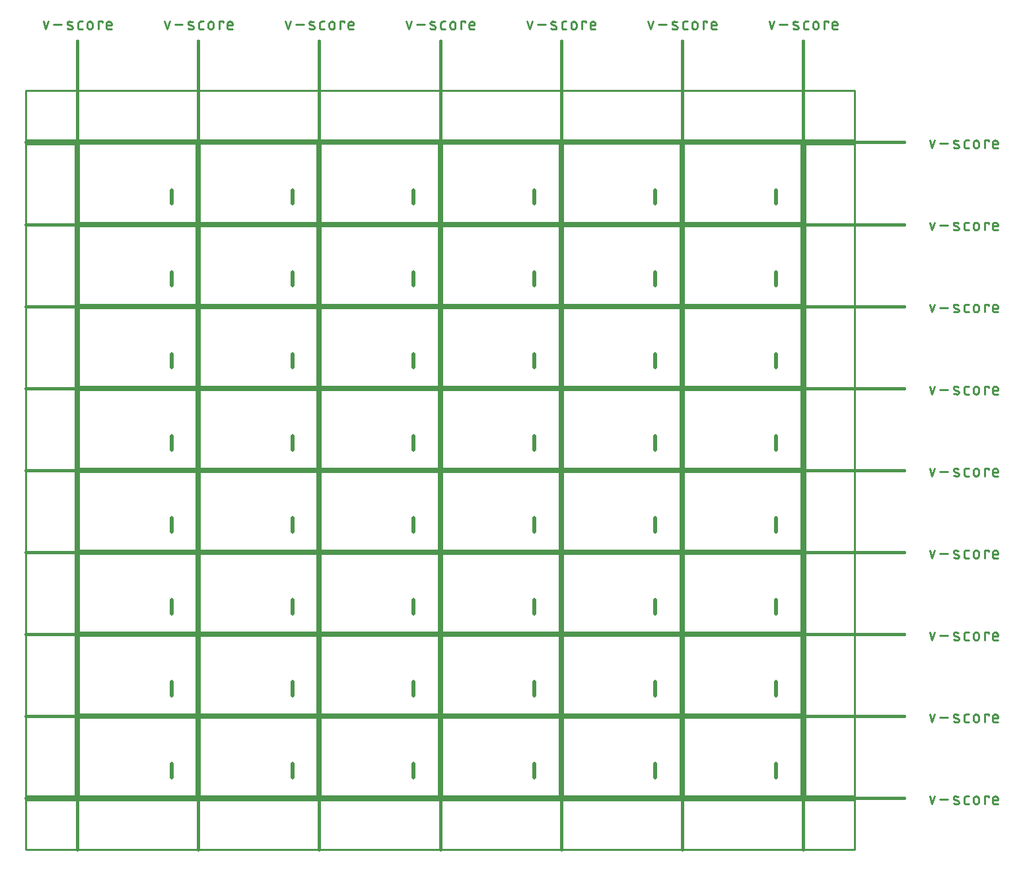
<source format=gko>
G75*
%MOIN*%
%OFA0B0*%
%FSLAX25Y25*%
%IPPOS*%
%LPD*%
%AMOC8*
5,1,8,0,0,1.08239X$1,22.5*
%
%ADD10C,0.00500*%
%ADD11C,0.01969*%
%ADD12C,0.01500*%
%ADD13C,0.01100*%
%ADD14C,0.01000*%
D10*
X0028750Y0028750D02*
X0028750Y0068120D01*
X0087805Y0068120D01*
X0087805Y0028750D01*
X0028750Y0028750D01*
X0028750Y0070120D02*
X0028750Y0109490D01*
X0087805Y0109490D01*
X0087805Y0070120D01*
X0028750Y0070120D01*
X0028750Y0111490D02*
X0028750Y0150860D01*
X0087805Y0150860D01*
X0087805Y0111490D01*
X0028750Y0111490D01*
X0028750Y0152860D02*
X0028750Y0192230D01*
X0087805Y0192230D01*
X0087805Y0152860D01*
X0028750Y0152860D01*
X0028750Y0194230D02*
X0028750Y0233600D01*
X0087805Y0233600D01*
X0087805Y0194230D01*
X0028750Y0194230D01*
X0028750Y0235600D02*
X0028750Y0274970D01*
X0087805Y0274970D01*
X0087805Y0235600D01*
X0028750Y0235600D01*
X0028750Y0276970D02*
X0028750Y0316341D01*
X0087805Y0316341D01*
X0087805Y0276970D01*
X0028750Y0276970D01*
X0028750Y0318341D02*
X0028750Y0357711D01*
X0087805Y0357711D01*
X0087805Y0318341D01*
X0028750Y0318341D01*
X0089805Y0318341D02*
X0089805Y0357711D01*
X0148860Y0357711D01*
X0148860Y0318341D01*
X0089805Y0318341D01*
X0089805Y0316341D02*
X0089805Y0276970D01*
X0148860Y0276970D01*
X0148860Y0316341D01*
X0089805Y0316341D01*
X0089805Y0274970D02*
X0089805Y0235600D01*
X0148860Y0235600D01*
X0148860Y0274970D01*
X0089805Y0274970D01*
X0089805Y0233600D02*
X0089805Y0194230D01*
X0148860Y0194230D01*
X0148860Y0233600D01*
X0089805Y0233600D01*
X0089805Y0192230D02*
X0089805Y0152860D01*
X0148860Y0152860D01*
X0148860Y0192230D01*
X0089805Y0192230D01*
X0089805Y0150860D02*
X0089805Y0111490D01*
X0148860Y0111490D01*
X0148860Y0150860D01*
X0089805Y0150860D01*
X0089805Y0109490D02*
X0089805Y0070120D01*
X0148860Y0070120D01*
X0148860Y0109490D01*
X0089805Y0109490D01*
X0089805Y0068120D02*
X0089805Y0028750D01*
X0148860Y0028750D01*
X0148860Y0068120D01*
X0089805Y0068120D01*
X0150860Y0068120D02*
X0150860Y0028750D01*
X0209915Y0028750D01*
X0209915Y0068120D01*
X0150860Y0068120D01*
X0150860Y0070120D02*
X0150860Y0109490D01*
X0209915Y0109490D01*
X0209915Y0070120D01*
X0150860Y0070120D01*
X0150860Y0111490D02*
X0150860Y0150860D01*
X0209915Y0150860D01*
X0209915Y0111490D01*
X0150860Y0111490D01*
X0150860Y0152860D02*
X0150860Y0192230D01*
X0209915Y0192230D01*
X0209915Y0152860D01*
X0150860Y0152860D01*
X0150860Y0194230D02*
X0150860Y0233600D01*
X0209915Y0233600D01*
X0209915Y0194230D01*
X0150860Y0194230D01*
X0150860Y0235600D02*
X0150860Y0274970D01*
X0209915Y0274970D01*
X0209915Y0235600D01*
X0150860Y0235600D01*
X0150860Y0276970D02*
X0150860Y0316341D01*
X0209915Y0316341D01*
X0209915Y0276970D01*
X0150860Y0276970D01*
X0150860Y0318341D02*
X0150860Y0357711D01*
X0209915Y0357711D01*
X0209915Y0318341D01*
X0150860Y0318341D01*
X0211915Y0318341D02*
X0211915Y0357711D01*
X0270971Y0357711D01*
X0270971Y0318341D01*
X0211915Y0318341D01*
X0211915Y0316341D02*
X0211915Y0276970D01*
X0270971Y0276970D01*
X0270971Y0316341D01*
X0211915Y0316341D01*
X0211915Y0274970D02*
X0211915Y0235600D01*
X0270971Y0235600D01*
X0270971Y0274970D01*
X0211915Y0274970D01*
X0211915Y0233600D02*
X0211915Y0194230D01*
X0270971Y0194230D01*
X0270971Y0233600D01*
X0211915Y0233600D01*
X0211915Y0192230D02*
X0211915Y0152860D01*
X0270971Y0152860D01*
X0270971Y0192230D01*
X0211915Y0192230D01*
X0211915Y0150860D02*
X0211915Y0111490D01*
X0270971Y0111490D01*
X0270971Y0150860D01*
X0211915Y0150860D01*
X0211915Y0109490D02*
X0211915Y0070120D01*
X0270971Y0070120D01*
X0270971Y0109490D01*
X0211915Y0109490D01*
X0211915Y0068120D02*
X0211915Y0028750D01*
X0270971Y0028750D01*
X0270971Y0068120D01*
X0211915Y0068120D01*
X0272970Y0068120D02*
X0272970Y0028750D01*
X0332026Y0028750D01*
X0332026Y0068120D01*
X0272970Y0068120D01*
X0272970Y0070120D02*
X0272970Y0109490D01*
X0332026Y0109490D01*
X0332026Y0070120D01*
X0272970Y0070120D01*
X0272970Y0111490D02*
X0272970Y0150860D01*
X0332026Y0150860D01*
X0332026Y0111490D01*
X0272970Y0111490D01*
X0272970Y0152860D02*
X0272970Y0192230D01*
X0332026Y0192230D01*
X0332026Y0152860D01*
X0272970Y0152860D01*
X0272970Y0194230D02*
X0272970Y0233600D01*
X0332026Y0233600D01*
X0332026Y0194230D01*
X0272970Y0194230D01*
X0272970Y0235600D02*
X0272970Y0274970D01*
X0332026Y0274970D01*
X0332026Y0235600D01*
X0272970Y0235600D01*
X0272970Y0276970D02*
X0272970Y0316341D01*
X0332026Y0316341D01*
X0332026Y0276970D01*
X0272970Y0276970D01*
X0272970Y0318341D02*
X0272970Y0357711D01*
X0332026Y0357711D01*
X0332026Y0318341D01*
X0272970Y0318341D01*
X0334026Y0318341D02*
X0334026Y0357711D01*
X0393081Y0357711D01*
X0393081Y0318341D01*
X0334026Y0318341D01*
X0334026Y0316341D02*
X0334026Y0276970D01*
X0393081Y0276970D01*
X0393081Y0316341D01*
X0334026Y0316341D01*
X0334026Y0274970D02*
X0334026Y0235600D01*
X0393081Y0235600D01*
X0393081Y0274970D01*
X0334026Y0274970D01*
X0334026Y0233600D02*
X0334026Y0194230D01*
X0393081Y0194230D01*
X0393081Y0233600D01*
X0334026Y0233600D01*
X0334026Y0192230D02*
X0334026Y0152860D01*
X0393081Y0152860D01*
X0393081Y0192230D01*
X0334026Y0192230D01*
X0334026Y0150860D02*
X0334026Y0111490D01*
X0393081Y0111490D01*
X0393081Y0150860D01*
X0334026Y0150860D01*
X0334026Y0109490D02*
X0334026Y0070120D01*
X0393081Y0070120D01*
X0393081Y0109490D01*
X0334026Y0109490D01*
X0334026Y0068120D02*
X0334026Y0028750D01*
X0393081Y0028750D01*
X0393081Y0068120D01*
X0334026Y0068120D01*
D11*
X0319427Y0079569D02*
X0319427Y0086459D01*
X0319427Y0120939D02*
X0319427Y0127829D01*
X0319427Y0162309D02*
X0319427Y0169199D01*
X0319427Y0203679D02*
X0319427Y0210569D01*
X0319427Y0245049D02*
X0319427Y0251939D01*
X0319427Y0286419D02*
X0319427Y0293309D01*
X0319427Y0327789D02*
X0319427Y0334679D01*
X0258372Y0334679D02*
X0258372Y0327789D01*
X0258372Y0293309D02*
X0258372Y0286419D01*
X0258372Y0251939D02*
X0258372Y0245049D01*
X0258372Y0210569D02*
X0258372Y0203679D01*
X0258372Y0169199D02*
X0258372Y0162309D01*
X0258372Y0127829D02*
X0258372Y0120939D01*
X0258372Y0086459D02*
X0258372Y0079569D01*
X0258372Y0045089D02*
X0258372Y0038199D01*
X0319427Y0038199D02*
X0319427Y0045089D01*
X0380482Y0045089D02*
X0380482Y0038199D01*
X0380482Y0079569D02*
X0380482Y0086459D01*
X0380482Y0120939D02*
X0380482Y0127829D01*
X0380482Y0162309D02*
X0380482Y0169199D01*
X0380482Y0203679D02*
X0380482Y0210569D01*
X0380482Y0245049D02*
X0380482Y0251939D01*
X0380482Y0286419D02*
X0380482Y0293309D01*
X0380482Y0327789D02*
X0380482Y0334679D01*
X0197317Y0334679D02*
X0197317Y0327789D01*
X0197317Y0293309D02*
X0197317Y0286419D01*
X0197317Y0251939D02*
X0197317Y0245049D01*
X0197317Y0210569D02*
X0197317Y0203679D01*
X0197317Y0169199D02*
X0197317Y0162309D01*
X0197317Y0127829D02*
X0197317Y0120939D01*
X0197317Y0086459D02*
X0197317Y0079569D01*
X0197317Y0045089D02*
X0197317Y0038199D01*
X0136262Y0038199D02*
X0136262Y0045089D01*
X0136262Y0079569D02*
X0136262Y0086459D01*
X0136262Y0120939D02*
X0136262Y0127829D01*
X0136262Y0162309D02*
X0136262Y0169199D01*
X0136262Y0203679D02*
X0136262Y0210569D01*
X0136262Y0245049D02*
X0136262Y0251939D01*
X0136262Y0286419D02*
X0136262Y0293309D01*
X0136262Y0327789D02*
X0136262Y0334679D01*
X0075207Y0334679D02*
X0075207Y0327789D01*
X0075207Y0293309D02*
X0075207Y0286419D01*
X0075207Y0251939D02*
X0075207Y0245049D01*
X0075207Y0210569D02*
X0075207Y0203679D01*
X0075207Y0169199D02*
X0075207Y0162309D01*
X0075207Y0127829D02*
X0075207Y0120939D01*
X0075207Y0086459D02*
X0075207Y0079569D01*
X0075207Y0045089D02*
X0075207Y0038199D01*
D12*
X0088805Y0001750D02*
X0088805Y0409711D01*
X0027750Y0409711D02*
X0027750Y0001750D01*
X0001750Y0027750D02*
X0445081Y0027750D01*
X0445081Y0069120D02*
X0001750Y0069120D01*
X0001750Y0110490D02*
X0445081Y0110490D01*
X0445081Y0151860D02*
X0001750Y0151860D01*
X0001750Y0193230D02*
X0445081Y0193230D01*
X0445081Y0234600D02*
X0001750Y0234600D01*
X0001750Y0275970D02*
X0445081Y0275970D01*
X0445081Y0317341D02*
X0001750Y0317341D01*
X0001750Y0358711D02*
X0445081Y0358711D01*
X0394081Y0409711D02*
X0394081Y0001750D01*
X0333026Y0001750D02*
X0333026Y0409711D01*
X0271970Y0409711D02*
X0271970Y0001750D01*
X0210915Y0001750D02*
X0210915Y0409711D01*
X0149860Y0409711D02*
X0149860Y0001750D01*
D13*
X0457872Y0028733D02*
X0459183Y0024800D01*
X0460494Y0028733D01*
X0463165Y0027094D02*
X0467098Y0027094D01*
X0470466Y0027094D02*
X0472105Y0026439D01*
X0472106Y0026439D02*
X0472158Y0026416D01*
X0472209Y0026389D01*
X0472258Y0026359D01*
X0472305Y0026326D01*
X0472350Y0026290D01*
X0472392Y0026250D01*
X0472431Y0026208D01*
X0472467Y0026164D01*
X0472500Y0026117D01*
X0472530Y0026067D01*
X0472557Y0026016D01*
X0472580Y0025964D01*
X0472599Y0025910D01*
X0472615Y0025854D01*
X0472627Y0025798D01*
X0472635Y0025741D01*
X0472639Y0025684D01*
X0472640Y0025626D01*
X0472636Y0025569D01*
X0472629Y0025512D01*
X0472617Y0025455D01*
X0472602Y0025400D01*
X0472584Y0025345D01*
X0472561Y0025292D01*
X0472535Y0025241D01*
X0472506Y0025192D01*
X0472473Y0025144D01*
X0472437Y0025099D01*
X0472399Y0025057D01*
X0472357Y0025017D01*
X0472313Y0024980D01*
X0472266Y0024946D01*
X0472218Y0024915D01*
X0472167Y0024888D01*
X0472115Y0024864D01*
X0472061Y0024844D01*
X0472006Y0024828D01*
X0471950Y0024815D01*
X0471893Y0024806D01*
X0471835Y0024801D01*
X0471778Y0024800D01*
X0472269Y0028405D02*
X0472162Y0028451D01*
X0472053Y0028494D01*
X0471943Y0028534D01*
X0471831Y0028570D01*
X0471719Y0028602D01*
X0471605Y0028631D01*
X0471491Y0028657D01*
X0471376Y0028678D01*
X0471261Y0028697D01*
X0471144Y0028711D01*
X0471028Y0028722D01*
X0470911Y0028729D01*
X0470794Y0028733D01*
X0470794Y0028734D02*
X0470737Y0028733D01*
X0470679Y0028728D01*
X0470622Y0028719D01*
X0470566Y0028706D01*
X0470511Y0028690D01*
X0470457Y0028670D01*
X0470405Y0028646D01*
X0470354Y0028619D01*
X0470306Y0028588D01*
X0470259Y0028554D01*
X0470215Y0028517D01*
X0470173Y0028477D01*
X0470135Y0028435D01*
X0470099Y0028390D01*
X0470066Y0028342D01*
X0470037Y0028293D01*
X0470011Y0028242D01*
X0469988Y0028189D01*
X0469970Y0028134D01*
X0469955Y0028079D01*
X0469943Y0028022D01*
X0469936Y0027965D01*
X0469932Y0027908D01*
X0469933Y0027850D01*
X0469937Y0027793D01*
X0469945Y0027736D01*
X0469957Y0027680D01*
X0469973Y0027624D01*
X0469992Y0027570D01*
X0470015Y0027518D01*
X0470042Y0027467D01*
X0470072Y0027417D01*
X0470105Y0027370D01*
X0470141Y0027326D01*
X0470180Y0027284D01*
X0470222Y0027244D01*
X0470267Y0027208D01*
X0470314Y0027175D01*
X0470363Y0027145D01*
X0470414Y0027118D01*
X0470466Y0027095D01*
X0469975Y0025128D02*
X0470109Y0025082D01*
X0470244Y0025039D01*
X0470380Y0025000D01*
X0470517Y0024964D01*
X0470654Y0024932D01*
X0470793Y0024903D01*
X0470932Y0024877D01*
X0471072Y0024856D01*
X0471213Y0024837D01*
X0471353Y0024823D01*
X0471495Y0024812D01*
X0471636Y0024804D01*
X0471778Y0024801D01*
X0475319Y0025783D02*
X0475319Y0027750D01*
X0475321Y0027812D01*
X0475327Y0027873D01*
X0475336Y0027934D01*
X0475350Y0027994D01*
X0475367Y0028054D01*
X0475388Y0028112D01*
X0475413Y0028169D01*
X0475441Y0028224D01*
X0475472Y0028277D01*
X0475507Y0028328D01*
X0475545Y0028377D01*
X0475585Y0028423D01*
X0475629Y0028467D01*
X0475675Y0028507D01*
X0475724Y0028545D01*
X0475775Y0028580D01*
X0475828Y0028611D01*
X0475883Y0028639D01*
X0475940Y0028664D01*
X0475998Y0028685D01*
X0476058Y0028702D01*
X0476118Y0028716D01*
X0476179Y0028725D01*
X0476240Y0028731D01*
X0476302Y0028733D01*
X0477613Y0028733D01*
X0480026Y0027422D02*
X0480026Y0026111D01*
X0480028Y0026040D01*
X0480034Y0025969D01*
X0480043Y0025899D01*
X0480057Y0025829D01*
X0480074Y0025760D01*
X0480095Y0025692D01*
X0480119Y0025626D01*
X0480147Y0025561D01*
X0480179Y0025497D01*
X0480214Y0025435D01*
X0480252Y0025375D01*
X0480293Y0025318D01*
X0480338Y0025262D01*
X0480385Y0025209D01*
X0480435Y0025159D01*
X0480488Y0025112D01*
X0480544Y0025067D01*
X0480601Y0025026D01*
X0480661Y0024988D01*
X0480723Y0024953D01*
X0480787Y0024921D01*
X0480852Y0024893D01*
X0480918Y0024869D01*
X0480986Y0024848D01*
X0481055Y0024831D01*
X0481125Y0024817D01*
X0481195Y0024808D01*
X0481266Y0024802D01*
X0481337Y0024800D01*
X0481408Y0024802D01*
X0481479Y0024808D01*
X0481549Y0024817D01*
X0481619Y0024831D01*
X0481688Y0024848D01*
X0481756Y0024869D01*
X0481822Y0024893D01*
X0481887Y0024921D01*
X0481951Y0024953D01*
X0482013Y0024988D01*
X0482073Y0025026D01*
X0482130Y0025067D01*
X0482186Y0025112D01*
X0482239Y0025159D01*
X0482289Y0025209D01*
X0482336Y0025262D01*
X0482381Y0025318D01*
X0482422Y0025375D01*
X0482460Y0025435D01*
X0482495Y0025497D01*
X0482527Y0025561D01*
X0482555Y0025626D01*
X0482579Y0025692D01*
X0482600Y0025760D01*
X0482617Y0025829D01*
X0482631Y0025899D01*
X0482640Y0025969D01*
X0482646Y0026040D01*
X0482648Y0026111D01*
X0482648Y0027422D01*
X0482646Y0027493D01*
X0482640Y0027564D01*
X0482631Y0027634D01*
X0482617Y0027704D01*
X0482600Y0027773D01*
X0482579Y0027841D01*
X0482555Y0027907D01*
X0482527Y0027972D01*
X0482495Y0028036D01*
X0482460Y0028098D01*
X0482422Y0028158D01*
X0482381Y0028215D01*
X0482336Y0028271D01*
X0482289Y0028324D01*
X0482239Y0028374D01*
X0482186Y0028421D01*
X0482130Y0028466D01*
X0482073Y0028507D01*
X0482013Y0028545D01*
X0481951Y0028580D01*
X0481887Y0028612D01*
X0481822Y0028640D01*
X0481756Y0028664D01*
X0481688Y0028685D01*
X0481619Y0028702D01*
X0481549Y0028716D01*
X0481479Y0028725D01*
X0481408Y0028731D01*
X0481337Y0028733D01*
X0481266Y0028731D01*
X0481195Y0028725D01*
X0481125Y0028716D01*
X0481055Y0028702D01*
X0480986Y0028685D01*
X0480918Y0028664D01*
X0480852Y0028640D01*
X0480787Y0028612D01*
X0480723Y0028580D01*
X0480661Y0028545D01*
X0480601Y0028507D01*
X0480544Y0028466D01*
X0480488Y0028421D01*
X0480435Y0028374D01*
X0480385Y0028324D01*
X0480338Y0028271D01*
X0480293Y0028215D01*
X0480252Y0028158D01*
X0480214Y0028098D01*
X0480179Y0028036D01*
X0480147Y0027972D01*
X0480119Y0027907D01*
X0480095Y0027841D01*
X0480074Y0027773D01*
X0480057Y0027704D01*
X0480043Y0027634D01*
X0480034Y0027564D01*
X0480028Y0027493D01*
X0480026Y0027422D01*
X0477613Y0024800D02*
X0476302Y0024800D01*
X0476240Y0024802D01*
X0476179Y0024808D01*
X0476118Y0024817D01*
X0476058Y0024831D01*
X0475998Y0024848D01*
X0475940Y0024869D01*
X0475883Y0024894D01*
X0475828Y0024922D01*
X0475775Y0024953D01*
X0475724Y0024988D01*
X0475675Y0025026D01*
X0475629Y0025066D01*
X0475585Y0025110D01*
X0475545Y0025156D01*
X0475507Y0025205D01*
X0475472Y0025256D01*
X0475441Y0025309D01*
X0475413Y0025364D01*
X0475388Y0025421D01*
X0475367Y0025479D01*
X0475350Y0025539D01*
X0475336Y0025599D01*
X0475327Y0025660D01*
X0475321Y0025721D01*
X0475319Y0025783D01*
X0485615Y0024800D02*
X0485615Y0028733D01*
X0487582Y0028733D01*
X0487582Y0028078D01*
X0489667Y0027422D02*
X0489667Y0025783D01*
X0489667Y0026767D02*
X0492290Y0026767D01*
X0492290Y0027422D01*
X0492288Y0027493D01*
X0492282Y0027564D01*
X0492273Y0027634D01*
X0492259Y0027704D01*
X0492242Y0027773D01*
X0492221Y0027841D01*
X0492197Y0027907D01*
X0492169Y0027972D01*
X0492137Y0028036D01*
X0492102Y0028098D01*
X0492064Y0028158D01*
X0492023Y0028215D01*
X0491978Y0028271D01*
X0491931Y0028324D01*
X0491881Y0028374D01*
X0491828Y0028421D01*
X0491772Y0028466D01*
X0491715Y0028507D01*
X0491655Y0028545D01*
X0491593Y0028580D01*
X0491529Y0028612D01*
X0491464Y0028640D01*
X0491398Y0028664D01*
X0491330Y0028685D01*
X0491261Y0028702D01*
X0491191Y0028716D01*
X0491121Y0028725D01*
X0491050Y0028731D01*
X0490979Y0028733D01*
X0490908Y0028731D01*
X0490837Y0028725D01*
X0490767Y0028716D01*
X0490697Y0028702D01*
X0490628Y0028685D01*
X0490560Y0028664D01*
X0490494Y0028640D01*
X0490429Y0028612D01*
X0490365Y0028580D01*
X0490303Y0028545D01*
X0490243Y0028507D01*
X0490186Y0028466D01*
X0490130Y0028421D01*
X0490077Y0028374D01*
X0490027Y0028324D01*
X0489980Y0028271D01*
X0489935Y0028215D01*
X0489894Y0028158D01*
X0489856Y0028098D01*
X0489821Y0028036D01*
X0489789Y0027972D01*
X0489761Y0027907D01*
X0489737Y0027841D01*
X0489716Y0027773D01*
X0489699Y0027704D01*
X0489685Y0027634D01*
X0489676Y0027564D01*
X0489670Y0027493D01*
X0489668Y0027422D01*
X0489668Y0025783D02*
X0489670Y0025721D01*
X0489676Y0025660D01*
X0489685Y0025599D01*
X0489699Y0025539D01*
X0489716Y0025479D01*
X0489737Y0025421D01*
X0489762Y0025364D01*
X0489790Y0025309D01*
X0489821Y0025256D01*
X0489856Y0025205D01*
X0489894Y0025156D01*
X0489934Y0025110D01*
X0489978Y0025066D01*
X0490024Y0025026D01*
X0490073Y0024988D01*
X0490124Y0024953D01*
X0490177Y0024922D01*
X0490232Y0024894D01*
X0490289Y0024869D01*
X0490347Y0024848D01*
X0490407Y0024831D01*
X0490467Y0024817D01*
X0490528Y0024808D01*
X0490589Y0024802D01*
X0490651Y0024800D01*
X0492290Y0024800D01*
X0492290Y0066170D02*
X0490651Y0066170D01*
X0490589Y0066172D01*
X0490528Y0066178D01*
X0490467Y0066187D01*
X0490407Y0066201D01*
X0490347Y0066218D01*
X0490289Y0066239D01*
X0490232Y0066264D01*
X0490177Y0066292D01*
X0490124Y0066323D01*
X0490073Y0066358D01*
X0490024Y0066396D01*
X0489978Y0066436D01*
X0489934Y0066480D01*
X0489894Y0066526D01*
X0489856Y0066575D01*
X0489821Y0066626D01*
X0489790Y0066679D01*
X0489762Y0066734D01*
X0489737Y0066791D01*
X0489716Y0066849D01*
X0489699Y0066909D01*
X0489685Y0066969D01*
X0489676Y0067030D01*
X0489670Y0067091D01*
X0489668Y0067153D01*
X0489667Y0067153D02*
X0489667Y0068792D01*
X0489667Y0068137D02*
X0492290Y0068137D01*
X0492290Y0068792D01*
X0492288Y0068863D01*
X0492282Y0068934D01*
X0492273Y0069004D01*
X0492259Y0069074D01*
X0492242Y0069143D01*
X0492221Y0069211D01*
X0492197Y0069277D01*
X0492169Y0069342D01*
X0492137Y0069406D01*
X0492102Y0069468D01*
X0492064Y0069528D01*
X0492023Y0069585D01*
X0491978Y0069641D01*
X0491931Y0069694D01*
X0491881Y0069744D01*
X0491828Y0069791D01*
X0491772Y0069836D01*
X0491715Y0069877D01*
X0491655Y0069915D01*
X0491593Y0069950D01*
X0491529Y0069982D01*
X0491464Y0070010D01*
X0491398Y0070034D01*
X0491330Y0070055D01*
X0491261Y0070072D01*
X0491191Y0070086D01*
X0491121Y0070095D01*
X0491050Y0070101D01*
X0490979Y0070103D01*
X0490908Y0070101D01*
X0490837Y0070095D01*
X0490767Y0070086D01*
X0490697Y0070072D01*
X0490628Y0070055D01*
X0490560Y0070034D01*
X0490494Y0070010D01*
X0490429Y0069982D01*
X0490365Y0069950D01*
X0490303Y0069915D01*
X0490243Y0069877D01*
X0490186Y0069836D01*
X0490130Y0069791D01*
X0490077Y0069744D01*
X0490027Y0069694D01*
X0489980Y0069641D01*
X0489935Y0069585D01*
X0489894Y0069528D01*
X0489856Y0069468D01*
X0489821Y0069406D01*
X0489789Y0069342D01*
X0489761Y0069277D01*
X0489737Y0069211D01*
X0489716Y0069143D01*
X0489699Y0069074D01*
X0489685Y0069004D01*
X0489676Y0068934D01*
X0489670Y0068863D01*
X0489668Y0068792D01*
X0487582Y0069448D02*
X0487582Y0070103D01*
X0485615Y0070103D01*
X0485615Y0066170D01*
X0482648Y0067481D02*
X0482648Y0068792D01*
X0482646Y0068863D01*
X0482640Y0068934D01*
X0482631Y0069004D01*
X0482617Y0069074D01*
X0482600Y0069143D01*
X0482579Y0069211D01*
X0482555Y0069277D01*
X0482527Y0069342D01*
X0482495Y0069406D01*
X0482460Y0069468D01*
X0482422Y0069528D01*
X0482381Y0069585D01*
X0482336Y0069641D01*
X0482289Y0069694D01*
X0482239Y0069744D01*
X0482186Y0069791D01*
X0482130Y0069836D01*
X0482073Y0069877D01*
X0482013Y0069915D01*
X0481951Y0069950D01*
X0481887Y0069982D01*
X0481822Y0070010D01*
X0481756Y0070034D01*
X0481688Y0070055D01*
X0481619Y0070072D01*
X0481549Y0070086D01*
X0481479Y0070095D01*
X0481408Y0070101D01*
X0481337Y0070103D01*
X0481266Y0070101D01*
X0481195Y0070095D01*
X0481125Y0070086D01*
X0481055Y0070072D01*
X0480986Y0070055D01*
X0480918Y0070034D01*
X0480852Y0070010D01*
X0480787Y0069982D01*
X0480723Y0069950D01*
X0480661Y0069915D01*
X0480601Y0069877D01*
X0480544Y0069836D01*
X0480488Y0069791D01*
X0480435Y0069744D01*
X0480385Y0069694D01*
X0480338Y0069641D01*
X0480293Y0069585D01*
X0480252Y0069528D01*
X0480214Y0069468D01*
X0480179Y0069406D01*
X0480147Y0069342D01*
X0480119Y0069277D01*
X0480095Y0069211D01*
X0480074Y0069143D01*
X0480057Y0069074D01*
X0480043Y0069004D01*
X0480034Y0068934D01*
X0480028Y0068863D01*
X0480026Y0068792D01*
X0480026Y0067481D01*
X0480028Y0067410D01*
X0480034Y0067339D01*
X0480043Y0067269D01*
X0480057Y0067199D01*
X0480074Y0067130D01*
X0480095Y0067062D01*
X0480119Y0066996D01*
X0480147Y0066931D01*
X0480179Y0066867D01*
X0480214Y0066805D01*
X0480252Y0066745D01*
X0480293Y0066688D01*
X0480338Y0066632D01*
X0480385Y0066579D01*
X0480435Y0066529D01*
X0480488Y0066482D01*
X0480544Y0066437D01*
X0480601Y0066396D01*
X0480661Y0066358D01*
X0480723Y0066323D01*
X0480787Y0066291D01*
X0480852Y0066263D01*
X0480918Y0066239D01*
X0480986Y0066218D01*
X0481055Y0066201D01*
X0481125Y0066187D01*
X0481195Y0066178D01*
X0481266Y0066172D01*
X0481337Y0066170D01*
X0481408Y0066172D01*
X0481479Y0066178D01*
X0481549Y0066187D01*
X0481619Y0066201D01*
X0481688Y0066218D01*
X0481756Y0066239D01*
X0481822Y0066263D01*
X0481887Y0066291D01*
X0481951Y0066323D01*
X0482013Y0066358D01*
X0482073Y0066396D01*
X0482130Y0066437D01*
X0482186Y0066482D01*
X0482239Y0066529D01*
X0482289Y0066579D01*
X0482336Y0066632D01*
X0482381Y0066688D01*
X0482422Y0066745D01*
X0482460Y0066805D01*
X0482495Y0066867D01*
X0482527Y0066931D01*
X0482555Y0066996D01*
X0482579Y0067062D01*
X0482600Y0067130D01*
X0482617Y0067199D01*
X0482631Y0067269D01*
X0482640Y0067339D01*
X0482646Y0067410D01*
X0482648Y0067481D01*
X0477613Y0066170D02*
X0476302Y0066170D01*
X0476240Y0066172D01*
X0476179Y0066178D01*
X0476118Y0066187D01*
X0476058Y0066201D01*
X0475998Y0066218D01*
X0475940Y0066239D01*
X0475883Y0066264D01*
X0475828Y0066292D01*
X0475775Y0066323D01*
X0475724Y0066358D01*
X0475675Y0066396D01*
X0475629Y0066436D01*
X0475585Y0066480D01*
X0475545Y0066526D01*
X0475507Y0066575D01*
X0475472Y0066626D01*
X0475441Y0066679D01*
X0475413Y0066734D01*
X0475388Y0066791D01*
X0475367Y0066849D01*
X0475350Y0066909D01*
X0475336Y0066969D01*
X0475327Y0067030D01*
X0475321Y0067091D01*
X0475319Y0067153D01*
X0475319Y0069120D01*
X0475321Y0069182D01*
X0475327Y0069243D01*
X0475336Y0069304D01*
X0475350Y0069364D01*
X0475367Y0069424D01*
X0475388Y0069482D01*
X0475413Y0069539D01*
X0475441Y0069594D01*
X0475472Y0069647D01*
X0475507Y0069698D01*
X0475545Y0069747D01*
X0475585Y0069793D01*
X0475629Y0069837D01*
X0475675Y0069877D01*
X0475724Y0069915D01*
X0475775Y0069950D01*
X0475828Y0069981D01*
X0475883Y0070009D01*
X0475940Y0070034D01*
X0475998Y0070055D01*
X0476058Y0070072D01*
X0476118Y0070086D01*
X0476179Y0070095D01*
X0476240Y0070101D01*
X0476302Y0070103D01*
X0477613Y0070103D01*
X0472105Y0067809D02*
X0470466Y0068465D01*
X0470414Y0068488D01*
X0470363Y0068515D01*
X0470314Y0068545D01*
X0470267Y0068578D01*
X0470222Y0068614D01*
X0470180Y0068654D01*
X0470141Y0068696D01*
X0470105Y0068740D01*
X0470072Y0068787D01*
X0470042Y0068837D01*
X0470015Y0068888D01*
X0469992Y0068940D01*
X0469973Y0068994D01*
X0469957Y0069050D01*
X0469945Y0069106D01*
X0469937Y0069163D01*
X0469933Y0069220D01*
X0469932Y0069278D01*
X0469936Y0069335D01*
X0469943Y0069392D01*
X0469955Y0069449D01*
X0469970Y0069504D01*
X0469988Y0069559D01*
X0470011Y0069612D01*
X0470037Y0069663D01*
X0470066Y0069712D01*
X0470099Y0069760D01*
X0470135Y0069805D01*
X0470173Y0069847D01*
X0470215Y0069887D01*
X0470259Y0069924D01*
X0470306Y0069958D01*
X0470354Y0069989D01*
X0470405Y0070016D01*
X0470457Y0070040D01*
X0470511Y0070060D01*
X0470566Y0070076D01*
X0470622Y0070089D01*
X0470679Y0070098D01*
X0470737Y0070103D01*
X0470794Y0070104D01*
X0469975Y0066498D02*
X0470109Y0066452D01*
X0470244Y0066409D01*
X0470380Y0066370D01*
X0470517Y0066334D01*
X0470654Y0066302D01*
X0470793Y0066273D01*
X0470932Y0066247D01*
X0471072Y0066226D01*
X0471213Y0066207D01*
X0471353Y0066193D01*
X0471495Y0066182D01*
X0471636Y0066174D01*
X0471778Y0066171D01*
X0471778Y0066170D02*
X0471835Y0066171D01*
X0471893Y0066176D01*
X0471950Y0066185D01*
X0472006Y0066198D01*
X0472061Y0066214D01*
X0472115Y0066234D01*
X0472167Y0066258D01*
X0472218Y0066285D01*
X0472266Y0066316D01*
X0472313Y0066350D01*
X0472357Y0066387D01*
X0472399Y0066427D01*
X0472437Y0066469D01*
X0472473Y0066514D01*
X0472506Y0066562D01*
X0472535Y0066611D01*
X0472561Y0066662D01*
X0472584Y0066715D01*
X0472602Y0066770D01*
X0472617Y0066825D01*
X0472629Y0066882D01*
X0472636Y0066939D01*
X0472640Y0066996D01*
X0472639Y0067054D01*
X0472635Y0067111D01*
X0472627Y0067168D01*
X0472615Y0067224D01*
X0472599Y0067280D01*
X0472580Y0067334D01*
X0472557Y0067386D01*
X0472530Y0067437D01*
X0472500Y0067487D01*
X0472467Y0067534D01*
X0472431Y0067578D01*
X0472392Y0067620D01*
X0472350Y0067660D01*
X0472305Y0067696D01*
X0472258Y0067729D01*
X0472209Y0067759D01*
X0472158Y0067786D01*
X0472106Y0067809D01*
X0472269Y0069775D02*
X0472162Y0069821D01*
X0472053Y0069864D01*
X0471943Y0069904D01*
X0471831Y0069940D01*
X0471719Y0069972D01*
X0471605Y0070001D01*
X0471491Y0070027D01*
X0471376Y0070048D01*
X0471261Y0070067D01*
X0471144Y0070081D01*
X0471028Y0070092D01*
X0470911Y0070099D01*
X0470794Y0070103D01*
X0467098Y0068465D02*
X0463165Y0068465D01*
X0460494Y0070103D02*
X0459183Y0066170D01*
X0457872Y0070103D01*
X0459183Y0107540D02*
X0460494Y0111474D01*
X0457872Y0111474D02*
X0459183Y0107540D01*
X0463165Y0109835D02*
X0467098Y0109835D01*
X0470466Y0109835D02*
X0472105Y0109179D01*
X0472106Y0109179D02*
X0472158Y0109156D01*
X0472209Y0109129D01*
X0472258Y0109099D01*
X0472305Y0109066D01*
X0472350Y0109030D01*
X0472392Y0108990D01*
X0472431Y0108948D01*
X0472467Y0108904D01*
X0472500Y0108857D01*
X0472530Y0108807D01*
X0472557Y0108756D01*
X0472580Y0108704D01*
X0472599Y0108650D01*
X0472615Y0108594D01*
X0472627Y0108538D01*
X0472635Y0108481D01*
X0472639Y0108424D01*
X0472640Y0108366D01*
X0472636Y0108309D01*
X0472629Y0108252D01*
X0472617Y0108195D01*
X0472602Y0108140D01*
X0472584Y0108085D01*
X0472561Y0108032D01*
X0472535Y0107981D01*
X0472506Y0107932D01*
X0472473Y0107884D01*
X0472437Y0107839D01*
X0472399Y0107797D01*
X0472357Y0107757D01*
X0472313Y0107720D01*
X0472266Y0107686D01*
X0472218Y0107655D01*
X0472167Y0107628D01*
X0472115Y0107604D01*
X0472061Y0107584D01*
X0472006Y0107568D01*
X0471950Y0107555D01*
X0471893Y0107546D01*
X0471835Y0107541D01*
X0471778Y0107540D01*
X0472269Y0111146D02*
X0472162Y0111192D01*
X0472053Y0111235D01*
X0471943Y0111275D01*
X0471831Y0111311D01*
X0471719Y0111343D01*
X0471605Y0111372D01*
X0471491Y0111398D01*
X0471376Y0111419D01*
X0471261Y0111438D01*
X0471144Y0111452D01*
X0471028Y0111463D01*
X0470911Y0111470D01*
X0470794Y0111474D01*
X0470737Y0111473D01*
X0470679Y0111468D01*
X0470622Y0111459D01*
X0470566Y0111446D01*
X0470511Y0111430D01*
X0470457Y0111410D01*
X0470405Y0111386D01*
X0470354Y0111359D01*
X0470306Y0111328D01*
X0470259Y0111294D01*
X0470215Y0111257D01*
X0470173Y0111217D01*
X0470135Y0111175D01*
X0470099Y0111130D01*
X0470066Y0111082D01*
X0470037Y0111033D01*
X0470011Y0110982D01*
X0469988Y0110929D01*
X0469970Y0110874D01*
X0469955Y0110819D01*
X0469943Y0110762D01*
X0469936Y0110705D01*
X0469932Y0110648D01*
X0469933Y0110590D01*
X0469937Y0110533D01*
X0469945Y0110476D01*
X0469957Y0110420D01*
X0469973Y0110364D01*
X0469992Y0110310D01*
X0470015Y0110258D01*
X0470042Y0110207D01*
X0470072Y0110157D01*
X0470105Y0110110D01*
X0470141Y0110066D01*
X0470180Y0110024D01*
X0470222Y0109984D01*
X0470267Y0109948D01*
X0470314Y0109915D01*
X0470363Y0109885D01*
X0470414Y0109858D01*
X0470466Y0109835D01*
X0469975Y0107868D02*
X0470109Y0107822D01*
X0470244Y0107779D01*
X0470380Y0107740D01*
X0470517Y0107704D01*
X0470654Y0107672D01*
X0470793Y0107643D01*
X0470932Y0107617D01*
X0471072Y0107596D01*
X0471213Y0107577D01*
X0471353Y0107563D01*
X0471495Y0107552D01*
X0471636Y0107544D01*
X0471778Y0107541D01*
X0475319Y0108524D02*
X0475319Y0110490D01*
X0475321Y0110552D01*
X0475327Y0110613D01*
X0475336Y0110674D01*
X0475350Y0110734D01*
X0475367Y0110794D01*
X0475388Y0110852D01*
X0475413Y0110909D01*
X0475441Y0110964D01*
X0475472Y0111017D01*
X0475507Y0111068D01*
X0475545Y0111117D01*
X0475585Y0111163D01*
X0475629Y0111207D01*
X0475675Y0111247D01*
X0475724Y0111285D01*
X0475775Y0111320D01*
X0475828Y0111351D01*
X0475883Y0111379D01*
X0475940Y0111404D01*
X0475998Y0111425D01*
X0476058Y0111442D01*
X0476118Y0111456D01*
X0476179Y0111465D01*
X0476240Y0111471D01*
X0476302Y0111473D01*
X0476302Y0111474D02*
X0477613Y0111474D01*
X0480026Y0110162D02*
X0480026Y0108851D01*
X0480028Y0108780D01*
X0480034Y0108709D01*
X0480043Y0108639D01*
X0480057Y0108569D01*
X0480074Y0108500D01*
X0480095Y0108432D01*
X0480119Y0108366D01*
X0480147Y0108301D01*
X0480179Y0108237D01*
X0480214Y0108175D01*
X0480252Y0108115D01*
X0480293Y0108058D01*
X0480338Y0108002D01*
X0480385Y0107949D01*
X0480435Y0107899D01*
X0480488Y0107852D01*
X0480544Y0107807D01*
X0480601Y0107766D01*
X0480661Y0107728D01*
X0480723Y0107693D01*
X0480787Y0107661D01*
X0480852Y0107633D01*
X0480918Y0107609D01*
X0480986Y0107588D01*
X0481055Y0107571D01*
X0481125Y0107557D01*
X0481195Y0107548D01*
X0481266Y0107542D01*
X0481337Y0107540D01*
X0481408Y0107542D01*
X0481479Y0107548D01*
X0481549Y0107557D01*
X0481619Y0107571D01*
X0481688Y0107588D01*
X0481756Y0107609D01*
X0481822Y0107633D01*
X0481887Y0107661D01*
X0481951Y0107693D01*
X0482013Y0107728D01*
X0482073Y0107766D01*
X0482130Y0107807D01*
X0482186Y0107852D01*
X0482239Y0107899D01*
X0482289Y0107949D01*
X0482336Y0108002D01*
X0482381Y0108058D01*
X0482422Y0108115D01*
X0482460Y0108175D01*
X0482495Y0108237D01*
X0482527Y0108301D01*
X0482555Y0108366D01*
X0482579Y0108432D01*
X0482600Y0108500D01*
X0482617Y0108569D01*
X0482631Y0108639D01*
X0482640Y0108709D01*
X0482646Y0108780D01*
X0482648Y0108851D01*
X0482648Y0110162D01*
X0482646Y0110233D01*
X0482640Y0110304D01*
X0482631Y0110374D01*
X0482617Y0110444D01*
X0482600Y0110513D01*
X0482579Y0110581D01*
X0482555Y0110647D01*
X0482527Y0110712D01*
X0482495Y0110776D01*
X0482460Y0110838D01*
X0482422Y0110898D01*
X0482381Y0110955D01*
X0482336Y0111011D01*
X0482289Y0111064D01*
X0482239Y0111114D01*
X0482186Y0111161D01*
X0482130Y0111206D01*
X0482073Y0111247D01*
X0482013Y0111285D01*
X0481951Y0111320D01*
X0481887Y0111352D01*
X0481822Y0111380D01*
X0481756Y0111404D01*
X0481688Y0111425D01*
X0481619Y0111442D01*
X0481549Y0111456D01*
X0481479Y0111465D01*
X0481408Y0111471D01*
X0481337Y0111473D01*
X0481266Y0111471D01*
X0481195Y0111465D01*
X0481125Y0111456D01*
X0481055Y0111442D01*
X0480986Y0111425D01*
X0480918Y0111404D01*
X0480852Y0111380D01*
X0480787Y0111352D01*
X0480723Y0111320D01*
X0480661Y0111285D01*
X0480601Y0111247D01*
X0480544Y0111206D01*
X0480488Y0111161D01*
X0480435Y0111114D01*
X0480385Y0111064D01*
X0480338Y0111011D01*
X0480293Y0110955D01*
X0480252Y0110898D01*
X0480214Y0110838D01*
X0480179Y0110776D01*
X0480147Y0110712D01*
X0480119Y0110647D01*
X0480095Y0110581D01*
X0480074Y0110513D01*
X0480057Y0110444D01*
X0480043Y0110374D01*
X0480034Y0110304D01*
X0480028Y0110233D01*
X0480026Y0110162D01*
X0477613Y0107540D02*
X0476302Y0107540D01*
X0476302Y0107541D02*
X0476240Y0107543D01*
X0476179Y0107549D01*
X0476118Y0107558D01*
X0476058Y0107572D01*
X0475998Y0107589D01*
X0475940Y0107610D01*
X0475883Y0107635D01*
X0475828Y0107663D01*
X0475775Y0107694D01*
X0475724Y0107729D01*
X0475675Y0107767D01*
X0475629Y0107807D01*
X0475585Y0107851D01*
X0475545Y0107897D01*
X0475507Y0107946D01*
X0475472Y0107997D01*
X0475441Y0108050D01*
X0475413Y0108105D01*
X0475388Y0108162D01*
X0475367Y0108220D01*
X0475350Y0108280D01*
X0475336Y0108340D01*
X0475327Y0108401D01*
X0475321Y0108462D01*
X0475319Y0108524D01*
X0485615Y0107540D02*
X0485615Y0111474D01*
X0487582Y0111474D01*
X0487582Y0110818D01*
X0489667Y0110162D02*
X0489667Y0108524D01*
X0489667Y0109507D02*
X0492290Y0109507D01*
X0492290Y0110162D01*
X0492288Y0110233D01*
X0492282Y0110304D01*
X0492273Y0110374D01*
X0492259Y0110444D01*
X0492242Y0110513D01*
X0492221Y0110581D01*
X0492197Y0110647D01*
X0492169Y0110712D01*
X0492137Y0110776D01*
X0492102Y0110838D01*
X0492064Y0110898D01*
X0492023Y0110955D01*
X0491978Y0111011D01*
X0491931Y0111064D01*
X0491881Y0111114D01*
X0491828Y0111161D01*
X0491772Y0111206D01*
X0491715Y0111247D01*
X0491655Y0111285D01*
X0491593Y0111320D01*
X0491529Y0111352D01*
X0491464Y0111380D01*
X0491398Y0111404D01*
X0491330Y0111425D01*
X0491261Y0111442D01*
X0491191Y0111456D01*
X0491121Y0111465D01*
X0491050Y0111471D01*
X0490979Y0111473D01*
X0490908Y0111471D01*
X0490837Y0111465D01*
X0490767Y0111456D01*
X0490697Y0111442D01*
X0490628Y0111425D01*
X0490560Y0111404D01*
X0490494Y0111380D01*
X0490429Y0111352D01*
X0490365Y0111320D01*
X0490303Y0111285D01*
X0490243Y0111247D01*
X0490186Y0111206D01*
X0490130Y0111161D01*
X0490077Y0111114D01*
X0490027Y0111064D01*
X0489980Y0111011D01*
X0489935Y0110955D01*
X0489894Y0110898D01*
X0489856Y0110838D01*
X0489821Y0110776D01*
X0489789Y0110712D01*
X0489761Y0110647D01*
X0489737Y0110581D01*
X0489716Y0110513D01*
X0489699Y0110444D01*
X0489685Y0110374D01*
X0489676Y0110304D01*
X0489670Y0110233D01*
X0489668Y0110162D01*
X0489668Y0108524D02*
X0489670Y0108462D01*
X0489676Y0108401D01*
X0489685Y0108340D01*
X0489699Y0108280D01*
X0489716Y0108220D01*
X0489737Y0108162D01*
X0489762Y0108105D01*
X0489790Y0108050D01*
X0489821Y0107997D01*
X0489856Y0107946D01*
X0489894Y0107897D01*
X0489934Y0107851D01*
X0489978Y0107807D01*
X0490024Y0107767D01*
X0490073Y0107729D01*
X0490124Y0107694D01*
X0490177Y0107663D01*
X0490232Y0107635D01*
X0490289Y0107610D01*
X0490347Y0107589D01*
X0490407Y0107572D01*
X0490467Y0107558D01*
X0490528Y0107549D01*
X0490589Y0107543D01*
X0490651Y0107541D01*
X0490651Y0107540D02*
X0492290Y0107540D01*
X0492290Y0148910D02*
X0490651Y0148910D01*
X0490651Y0148911D02*
X0490589Y0148913D01*
X0490528Y0148919D01*
X0490467Y0148928D01*
X0490407Y0148942D01*
X0490347Y0148959D01*
X0490289Y0148980D01*
X0490232Y0149005D01*
X0490177Y0149033D01*
X0490124Y0149064D01*
X0490073Y0149099D01*
X0490024Y0149137D01*
X0489978Y0149177D01*
X0489934Y0149221D01*
X0489894Y0149267D01*
X0489856Y0149316D01*
X0489821Y0149367D01*
X0489790Y0149420D01*
X0489762Y0149475D01*
X0489737Y0149532D01*
X0489716Y0149590D01*
X0489699Y0149650D01*
X0489685Y0149710D01*
X0489676Y0149771D01*
X0489670Y0149832D01*
X0489668Y0149894D01*
X0489667Y0149894D02*
X0489667Y0151532D01*
X0489667Y0150877D02*
X0492290Y0150877D01*
X0492290Y0151532D01*
X0492288Y0151603D01*
X0492282Y0151674D01*
X0492273Y0151744D01*
X0492259Y0151814D01*
X0492242Y0151883D01*
X0492221Y0151951D01*
X0492197Y0152017D01*
X0492169Y0152082D01*
X0492137Y0152146D01*
X0492102Y0152208D01*
X0492064Y0152268D01*
X0492023Y0152325D01*
X0491978Y0152381D01*
X0491931Y0152434D01*
X0491881Y0152484D01*
X0491828Y0152531D01*
X0491772Y0152576D01*
X0491715Y0152617D01*
X0491655Y0152655D01*
X0491593Y0152690D01*
X0491529Y0152722D01*
X0491464Y0152750D01*
X0491398Y0152774D01*
X0491330Y0152795D01*
X0491261Y0152812D01*
X0491191Y0152826D01*
X0491121Y0152835D01*
X0491050Y0152841D01*
X0490979Y0152843D01*
X0490908Y0152841D01*
X0490837Y0152835D01*
X0490767Y0152826D01*
X0490697Y0152812D01*
X0490628Y0152795D01*
X0490560Y0152774D01*
X0490494Y0152750D01*
X0490429Y0152722D01*
X0490365Y0152690D01*
X0490303Y0152655D01*
X0490243Y0152617D01*
X0490186Y0152576D01*
X0490130Y0152531D01*
X0490077Y0152484D01*
X0490027Y0152434D01*
X0489980Y0152381D01*
X0489935Y0152325D01*
X0489894Y0152268D01*
X0489856Y0152208D01*
X0489821Y0152146D01*
X0489789Y0152082D01*
X0489761Y0152017D01*
X0489737Y0151951D01*
X0489716Y0151883D01*
X0489699Y0151814D01*
X0489685Y0151744D01*
X0489676Y0151674D01*
X0489670Y0151603D01*
X0489668Y0151532D01*
X0487582Y0152188D02*
X0487582Y0152844D01*
X0485615Y0152844D01*
X0485615Y0148910D01*
X0482648Y0150221D02*
X0482648Y0151532D01*
X0482646Y0151603D01*
X0482640Y0151674D01*
X0482631Y0151744D01*
X0482617Y0151814D01*
X0482600Y0151883D01*
X0482579Y0151951D01*
X0482555Y0152017D01*
X0482527Y0152082D01*
X0482495Y0152146D01*
X0482460Y0152208D01*
X0482422Y0152268D01*
X0482381Y0152325D01*
X0482336Y0152381D01*
X0482289Y0152434D01*
X0482239Y0152484D01*
X0482186Y0152531D01*
X0482130Y0152576D01*
X0482073Y0152617D01*
X0482013Y0152655D01*
X0481951Y0152690D01*
X0481887Y0152722D01*
X0481822Y0152750D01*
X0481756Y0152774D01*
X0481688Y0152795D01*
X0481619Y0152812D01*
X0481549Y0152826D01*
X0481479Y0152835D01*
X0481408Y0152841D01*
X0481337Y0152843D01*
X0481266Y0152841D01*
X0481195Y0152835D01*
X0481125Y0152826D01*
X0481055Y0152812D01*
X0480986Y0152795D01*
X0480918Y0152774D01*
X0480852Y0152750D01*
X0480787Y0152722D01*
X0480723Y0152690D01*
X0480661Y0152655D01*
X0480601Y0152617D01*
X0480544Y0152576D01*
X0480488Y0152531D01*
X0480435Y0152484D01*
X0480385Y0152434D01*
X0480338Y0152381D01*
X0480293Y0152325D01*
X0480252Y0152268D01*
X0480214Y0152208D01*
X0480179Y0152146D01*
X0480147Y0152082D01*
X0480119Y0152017D01*
X0480095Y0151951D01*
X0480074Y0151883D01*
X0480057Y0151814D01*
X0480043Y0151744D01*
X0480034Y0151674D01*
X0480028Y0151603D01*
X0480026Y0151532D01*
X0480026Y0150221D01*
X0480028Y0150150D01*
X0480034Y0150079D01*
X0480043Y0150009D01*
X0480057Y0149939D01*
X0480074Y0149870D01*
X0480095Y0149802D01*
X0480119Y0149736D01*
X0480147Y0149671D01*
X0480179Y0149607D01*
X0480214Y0149545D01*
X0480252Y0149485D01*
X0480293Y0149428D01*
X0480338Y0149372D01*
X0480385Y0149319D01*
X0480435Y0149269D01*
X0480488Y0149222D01*
X0480544Y0149177D01*
X0480601Y0149136D01*
X0480661Y0149098D01*
X0480723Y0149063D01*
X0480787Y0149031D01*
X0480852Y0149003D01*
X0480918Y0148979D01*
X0480986Y0148958D01*
X0481055Y0148941D01*
X0481125Y0148927D01*
X0481195Y0148918D01*
X0481266Y0148912D01*
X0481337Y0148910D01*
X0481408Y0148912D01*
X0481479Y0148918D01*
X0481549Y0148927D01*
X0481619Y0148941D01*
X0481688Y0148958D01*
X0481756Y0148979D01*
X0481822Y0149003D01*
X0481887Y0149031D01*
X0481951Y0149063D01*
X0482013Y0149098D01*
X0482073Y0149136D01*
X0482130Y0149177D01*
X0482186Y0149222D01*
X0482239Y0149269D01*
X0482289Y0149319D01*
X0482336Y0149372D01*
X0482381Y0149428D01*
X0482422Y0149485D01*
X0482460Y0149545D01*
X0482495Y0149607D01*
X0482527Y0149671D01*
X0482555Y0149736D01*
X0482579Y0149802D01*
X0482600Y0149870D01*
X0482617Y0149939D01*
X0482631Y0150009D01*
X0482640Y0150079D01*
X0482646Y0150150D01*
X0482648Y0150221D01*
X0477613Y0148910D02*
X0476302Y0148910D01*
X0476302Y0148911D02*
X0476240Y0148913D01*
X0476179Y0148919D01*
X0476118Y0148928D01*
X0476058Y0148942D01*
X0475998Y0148959D01*
X0475940Y0148980D01*
X0475883Y0149005D01*
X0475828Y0149033D01*
X0475775Y0149064D01*
X0475724Y0149099D01*
X0475675Y0149137D01*
X0475629Y0149177D01*
X0475585Y0149221D01*
X0475545Y0149267D01*
X0475507Y0149316D01*
X0475472Y0149367D01*
X0475441Y0149420D01*
X0475413Y0149475D01*
X0475388Y0149532D01*
X0475367Y0149590D01*
X0475350Y0149650D01*
X0475336Y0149710D01*
X0475327Y0149771D01*
X0475321Y0149832D01*
X0475319Y0149894D01*
X0475319Y0151860D01*
X0475321Y0151922D01*
X0475327Y0151983D01*
X0475336Y0152044D01*
X0475350Y0152104D01*
X0475367Y0152164D01*
X0475388Y0152222D01*
X0475413Y0152279D01*
X0475441Y0152334D01*
X0475472Y0152387D01*
X0475507Y0152438D01*
X0475545Y0152487D01*
X0475585Y0152533D01*
X0475629Y0152577D01*
X0475675Y0152617D01*
X0475724Y0152655D01*
X0475775Y0152690D01*
X0475828Y0152721D01*
X0475883Y0152749D01*
X0475940Y0152774D01*
X0475998Y0152795D01*
X0476058Y0152812D01*
X0476118Y0152826D01*
X0476179Y0152835D01*
X0476240Y0152841D01*
X0476302Y0152843D01*
X0476302Y0152844D02*
X0477613Y0152844D01*
X0472105Y0150549D02*
X0470466Y0151205D01*
X0470414Y0151228D01*
X0470363Y0151255D01*
X0470314Y0151285D01*
X0470267Y0151318D01*
X0470222Y0151354D01*
X0470180Y0151394D01*
X0470141Y0151436D01*
X0470105Y0151480D01*
X0470072Y0151527D01*
X0470042Y0151577D01*
X0470015Y0151628D01*
X0469992Y0151680D01*
X0469973Y0151734D01*
X0469957Y0151790D01*
X0469945Y0151846D01*
X0469937Y0151903D01*
X0469933Y0151960D01*
X0469932Y0152018D01*
X0469936Y0152075D01*
X0469943Y0152132D01*
X0469955Y0152189D01*
X0469970Y0152244D01*
X0469988Y0152299D01*
X0470011Y0152352D01*
X0470037Y0152403D01*
X0470066Y0152452D01*
X0470099Y0152500D01*
X0470135Y0152545D01*
X0470173Y0152587D01*
X0470215Y0152627D01*
X0470259Y0152664D01*
X0470306Y0152698D01*
X0470354Y0152729D01*
X0470405Y0152756D01*
X0470457Y0152780D01*
X0470511Y0152800D01*
X0470566Y0152816D01*
X0470622Y0152829D01*
X0470679Y0152838D01*
X0470737Y0152843D01*
X0470794Y0152844D01*
X0469975Y0149238D02*
X0470109Y0149192D01*
X0470244Y0149149D01*
X0470380Y0149110D01*
X0470517Y0149074D01*
X0470654Y0149042D01*
X0470793Y0149013D01*
X0470932Y0148987D01*
X0471072Y0148966D01*
X0471213Y0148947D01*
X0471353Y0148933D01*
X0471495Y0148922D01*
X0471636Y0148914D01*
X0471778Y0148911D01*
X0471778Y0148910D02*
X0471835Y0148911D01*
X0471893Y0148916D01*
X0471950Y0148925D01*
X0472006Y0148938D01*
X0472061Y0148954D01*
X0472115Y0148974D01*
X0472167Y0148998D01*
X0472218Y0149025D01*
X0472266Y0149056D01*
X0472313Y0149090D01*
X0472357Y0149127D01*
X0472399Y0149167D01*
X0472437Y0149209D01*
X0472473Y0149254D01*
X0472506Y0149302D01*
X0472535Y0149351D01*
X0472561Y0149402D01*
X0472584Y0149455D01*
X0472602Y0149510D01*
X0472617Y0149565D01*
X0472629Y0149622D01*
X0472636Y0149679D01*
X0472640Y0149736D01*
X0472639Y0149794D01*
X0472635Y0149851D01*
X0472627Y0149908D01*
X0472615Y0149964D01*
X0472599Y0150020D01*
X0472580Y0150074D01*
X0472557Y0150126D01*
X0472530Y0150177D01*
X0472500Y0150227D01*
X0472467Y0150274D01*
X0472431Y0150318D01*
X0472392Y0150360D01*
X0472350Y0150400D01*
X0472305Y0150436D01*
X0472258Y0150469D01*
X0472209Y0150499D01*
X0472158Y0150526D01*
X0472106Y0150549D01*
X0472269Y0152516D02*
X0472162Y0152562D01*
X0472053Y0152605D01*
X0471943Y0152645D01*
X0471831Y0152681D01*
X0471719Y0152713D01*
X0471605Y0152742D01*
X0471491Y0152768D01*
X0471376Y0152789D01*
X0471261Y0152808D01*
X0471144Y0152822D01*
X0471028Y0152833D01*
X0470911Y0152840D01*
X0470794Y0152844D01*
X0467098Y0151205D02*
X0463165Y0151205D01*
X0460494Y0152844D02*
X0459183Y0148910D01*
X0457872Y0152844D01*
X0459183Y0190280D02*
X0460494Y0194214D01*
X0457872Y0194214D02*
X0459183Y0190280D01*
X0463165Y0192575D02*
X0467098Y0192575D01*
X0470466Y0192575D02*
X0472105Y0191919D01*
X0472106Y0191919D02*
X0472158Y0191896D01*
X0472209Y0191869D01*
X0472258Y0191839D01*
X0472305Y0191806D01*
X0472350Y0191770D01*
X0472392Y0191730D01*
X0472431Y0191688D01*
X0472467Y0191644D01*
X0472500Y0191597D01*
X0472530Y0191547D01*
X0472557Y0191496D01*
X0472580Y0191444D01*
X0472599Y0191390D01*
X0472615Y0191334D01*
X0472627Y0191278D01*
X0472635Y0191221D01*
X0472639Y0191164D01*
X0472640Y0191106D01*
X0472636Y0191049D01*
X0472629Y0190992D01*
X0472617Y0190935D01*
X0472602Y0190880D01*
X0472584Y0190825D01*
X0472561Y0190772D01*
X0472535Y0190721D01*
X0472506Y0190672D01*
X0472473Y0190624D01*
X0472437Y0190579D01*
X0472399Y0190537D01*
X0472357Y0190497D01*
X0472313Y0190460D01*
X0472266Y0190426D01*
X0472218Y0190395D01*
X0472167Y0190368D01*
X0472115Y0190344D01*
X0472061Y0190324D01*
X0472006Y0190308D01*
X0471950Y0190295D01*
X0471893Y0190286D01*
X0471835Y0190281D01*
X0471778Y0190280D01*
X0472269Y0193886D02*
X0472162Y0193932D01*
X0472053Y0193975D01*
X0471943Y0194015D01*
X0471831Y0194051D01*
X0471719Y0194083D01*
X0471605Y0194112D01*
X0471491Y0194138D01*
X0471376Y0194159D01*
X0471261Y0194178D01*
X0471144Y0194192D01*
X0471028Y0194203D01*
X0470911Y0194210D01*
X0470794Y0194214D01*
X0470737Y0194213D01*
X0470679Y0194208D01*
X0470622Y0194199D01*
X0470566Y0194186D01*
X0470511Y0194170D01*
X0470457Y0194150D01*
X0470405Y0194126D01*
X0470354Y0194099D01*
X0470306Y0194068D01*
X0470259Y0194034D01*
X0470215Y0193997D01*
X0470173Y0193957D01*
X0470135Y0193915D01*
X0470099Y0193870D01*
X0470066Y0193822D01*
X0470037Y0193773D01*
X0470011Y0193722D01*
X0469988Y0193669D01*
X0469970Y0193614D01*
X0469955Y0193559D01*
X0469943Y0193502D01*
X0469936Y0193445D01*
X0469932Y0193388D01*
X0469933Y0193330D01*
X0469937Y0193273D01*
X0469945Y0193216D01*
X0469957Y0193160D01*
X0469973Y0193104D01*
X0469992Y0193050D01*
X0470015Y0192998D01*
X0470042Y0192947D01*
X0470072Y0192897D01*
X0470105Y0192850D01*
X0470141Y0192806D01*
X0470180Y0192764D01*
X0470222Y0192724D01*
X0470267Y0192688D01*
X0470314Y0192655D01*
X0470363Y0192625D01*
X0470414Y0192598D01*
X0470466Y0192575D01*
X0469975Y0190608D02*
X0470109Y0190562D01*
X0470244Y0190519D01*
X0470380Y0190480D01*
X0470517Y0190444D01*
X0470654Y0190412D01*
X0470793Y0190383D01*
X0470932Y0190357D01*
X0471072Y0190336D01*
X0471213Y0190317D01*
X0471353Y0190303D01*
X0471495Y0190292D01*
X0471636Y0190284D01*
X0471778Y0190281D01*
X0475319Y0191264D02*
X0475319Y0193230D01*
X0475321Y0193292D01*
X0475327Y0193353D01*
X0475336Y0193414D01*
X0475350Y0193474D01*
X0475367Y0193534D01*
X0475388Y0193592D01*
X0475413Y0193649D01*
X0475441Y0193704D01*
X0475472Y0193757D01*
X0475507Y0193808D01*
X0475545Y0193857D01*
X0475585Y0193903D01*
X0475629Y0193947D01*
X0475675Y0193987D01*
X0475724Y0194025D01*
X0475775Y0194060D01*
X0475828Y0194091D01*
X0475883Y0194119D01*
X0475940Y0194144D01*
X0475998Y0194165D01*
X0476058Y0194182D01*
X0476118Y0194196D01*
X0476179Y0194205D01*
X0476240Y0194211D01*
X0476302Y0194213D01*
X0476302Y0194214D02*
X0477613Y0194214D01*
X0480026Y0192903D02*
X0480026Y0191591D01*
X0480028Y0191520D01*
X0480034Y0191449D01*
X0480043Y0191379D01*
X0480057Y0191309D01*
X0480074Y0191240D01*
X0480095Y0191172D01*
X0480119Y0191106D01*
X0480147Y0191041D01*
X0480179Y0190977D01*
X0480214Y0190915D01*
X0480252Y0190855D01*
X0480293Y0190798D01*
X0480338Y0190742D01*
X0480385Y0190689D01*
X0480435Y0190639D01*
X0480488Y0190592D01*
X0480544Y0190547D01*
X0480601Y0190506D01*
X0480661Y0190468D01*
X0480723Y0190433D01*
X0480787Y0190401D01*
X0480852Y0190373D01*
X0480918Y0190349D01*
X0480986Y0190328D01*
X0481055Y0190311D01*
X0481125Y0190297D01*
X0481195Y0190288D01*
X0481266Y0190282D01*
X0481337Y0190280D01*
X0481408Y0190282D01*
X0481479Y0190288D01*
X0481549Y0190297D01*
X0481619Y0190311D01*
X0481688Y0190328D01*
X0481756Y0190349D01*
X0481822Y0190373D01*
X0481887Y0190401D01*
X0481951Y0190433D01*
X0482013Y0190468D01*
X0482073Y0190506D01*
X0482130Y0190547D01*
X0482186Y0190592D01*
X0482239Y0190639D01*
X0482289Y0190689D01*
X0482336Y0190742D01*
X0482381Y0190798D01*
X0482422Y0190855D01*
X0482460Y0190915D01*
X0482495Y0190977D01*
X0482527Y0191041D01*
X0482555Y0191106D01*
X0482579Y0191172D01*
X0482600Y0191240D01*
X0482617Y0191309D01*
X0482631Y0191379D01*
X0482640Y0191449D01*
X0482646Y0191520D01*
X0482648Y0191591D01*
X0482648Y0192903D01*
X0482646Y0192974D01*
X0482640Y0193045D01*
X0482631Y0193115D01*
X0482617Y0193185D01*
X0482600Y0193254D01*
X0482579Y0193322D01*
X0482555Y0193388D01*
X0482527Y0193453D01*
X0482495Y0193517D01*
X0482460Y0193579D01*
X0482422Y0193639D01*
X0482381Y0193696D01*
X0482336Y0193752D01*
X0482289Y0193805D01*
X0482239Y0193855D01*
X0482186Y0193902D01*
X0482130Y0193947D01*
X0482073Y0193988D01*
X0482013Y0194026D01*
X0481951Y0194061D01*
X0481887Y0194093D01*
X0481822Y0194121D01*
X0481756Y0194145D01*
X0481688Y0194166D01*
X0481619Y0194183D01*
X0481549Y0194197D01*
X0481479Y0194206D01*
X0481408Y0194212D01*
X0481337Y0194214D01*
X0481266Y0194212D01*
X0481195Y0194206D01*
X0481125Y0194197D01*
X0481055Y0194183D01*
X0480986Y0194166D01*
X0480918Y0194145D01*
X0480852Y0194121D01*
X0480787Y0194093D01*
X0480723Y0194061D01*
X0480661Y0194026D01*
X0480601Y0193988D01*
X0480544Y0193947D01*
X0480488Y0193902D01*
X0480435Y0193855D01*
X0480385Y0193805D01*
X0480338Y0193752D01*
X0480293Y0193696D01*
X0480252Y0193639D01*
X0480214Y0193579D01*
X0480179Y0193517D01*
X0480147Y0193453D01*
X0480119Y0193388D01*
X0480095Y0193322D01*
X0480074Y0193254D01*
X0480057Y0193185D01*
X0480043Y0193115D01*
X0480034Y0193045D01*
X0480028Y0192974D01*
X0480026Y0192903D01*
X0477613Y0190280D02*
X0476302Y0190280D01*
X0476302Y0190281D02*
X0476240Y0190283D01*
X0476179Y0190289D01*
X0476118Y0190298D01*
X0476058Y0190312D01*
X0475998Y0190329D01*
X0475940Y0190350D01*
X0475883Y0190375D01*
X0475828Y0190403D01*
X0475775Y0190434D01*
X0475724Y0190469D01*
X0475675Y0190507D01*
X0475629Y0190547D01*
X0475585Y0190591D01*
X0475545Y0190637D01*
X0475507Y0190686D01*
X0475472Y0190737D01*
X0475441Y0190790D01*
X0475413Y0190845D01*
X0475388Y0190902D01*
X0475367Y0190960D01*
X0475350Y0191020D01*
X0475336Y0191080D01*
X0475327Y0191141D01*
X0475321Y0191202D01*
X0475319Y0191264D01*
X0485615Y0190280D02*
X0485615Y0194214D01*
X0487582Y0194214D01*
X0487582Y0193558D01*
X0489667Y0192903D02*
X0489667Y0191264D01*
X0489667Y0192247D02*
X0492290Y0192247D01*
X0492290Y0192903D01*
X0492288Y0192974D01*
X0492282Y0193045D01*
X0492273Y0193115D01*
X0492259Y0193185D01*
X0492242Y0193254D01*
X0492221Y0193322D01*
X0492197Y0193388D01*
X0492169Y0193453D01*
X0492137Y0193517D01*
X0492102Y0193579D01*
X0492064Y0193639D01*
X0492023Y0193696D01*
X0491978Y0193752D01*
X0491931Y0193805D01*
X0491881Y0193855D01*
X0491828Y0193902D01*
X0491772Y0193947D01*
X0491715Y0193988D01*
X0491655Y0194026D01*
X0491593Y0194061D01*
X0491529Y0194093D01*
X0491464Y0194121D01*
X0491398Y0194145D01*
X0491330Y0194166D01*
X0491261Y0194183D01*
X0491191Y0194197D01*
X0491121Y0194206D01*
X0491050Y0194212D01*
X0490979Y0194214D01*
X0490908Y0194212D01*
X0490837Y0194206D01*
X0490767Y0194197D01*
X0490697Y0194183D01*
X0490628Y0194166D01*
X0490560Y0194145D01*
X0490494Y0194121D01*
X0490429Y0194093D01*
X0490365Y0194061D01*
X0490303Y0194026D01*
X0490243Y0193988D01*
X0490186Y0193947D01*
X0490130Y0193902D01*
X0490077Y0193855D01*
X0490027Y0193805D01*
X0489980Y0193752D01*
X0489935Y0193696D01*
X0489894Y0193639D01*
X0489856Y0193579D01*
X0489821Y0193517D01*
X0489789Y0193453D01*
X0489761Y0193388D01*
X0489737Y0193322D01*
X0489716Y0193254D01*
X0489699Y0193185D01*
X0489685Y0193115D01*
X0489676Y0193045D01*
X0489670Y0192974D01*
X0489668Y0192903D01*
X0489668Y0191264D02*
X0489670Y0191202D01*
X0489676Y0191141D01*
X0489685Y0191080D01*
X0489699Y0191020D01*
X0489716Y0190960D01*
X0489737Y0190902D01*
X0489762Y0190845D01*
X0489790Y0190790D01*
X0489821Y0190737D01*
X0489856Y0190686D01*
X0489894Y0190637D01*
X0489934Y0190591D01*
X0489978Y0190547D01*
X0490024Y0190507D01*
X0490073Y0190469D01*
X0490124Y0190434D01*
X0490177Y0190403D01*
X0490232Y0190375D01*
X0490289Y0190350D01*
X0490347Y0190329D01*
X0490407Y0190312D01*
X0490467Y0190298D01*
X0490528Y0190289D01*
X0490589Y0190283D01*
X0490651Y0190281D01*
X0490651Y0190280D02*
X0492290Y0190280D01*
X0492290Y0231650D02*
X0490651Y0231650D01*
X0490651Y0231651D02*
X0490589Y0231653D01*
X0490528Y0231659D01*
X0490467Y0231668D01*
X0490407Y0231682D01*
X0490347Y0231699D01*
X0490289Y0231720D01*
X0490232Y0231745D01*
X0490177Y0231773D01*
X0490124Y0231804D01*
X0490073Y0231839D01*
X0490024Y0231877D01*
X0489978Y0231917D01*
X0489934Y0231961D01*
X0489894Y0232007D01*
X0489856Y0232056D01*
X0489821Y0232107D01*
X0489790Y0232160D01*
X0489762Y0232215D01*
X0489737Y0232272D01*
X0489716Y0232330D01*
X0489699Y0232390D01*
X0489685Y0232450D01*
X0489676Y0232511D01*
X0489670Y0232572D01*
X0489668Y0232634D01*
X0489667Y0232634D02*
X0489667Y0234273D01*
X0489667Y0233617D02*
X0492290Y0233617D01*
X0492290Y0234273D01*
X0492288Y0234344D01*
X0492282Y0234415D01*
X0492273Y0234485D01*
X0492259Y0234555D01*
X0492242Y0234624D01*
X0492221Y0234692D01*
X0492197Y0234758D01*
X0492169Y0234823D01*
X0492137Y0234887D01*
X0492102Y0234949D01*
X0492064Y0235009D01*
X0492023Y0235066D01*
X0491978Y0235122D01*
X0491931Y0235175D01*
X0491881Y0235225D01*
X0491828Y0235272D01*
X0491772Y0235317D01*
X0491715Y0235358D01*
X0491655Y0235396D01*
X0491593Y0235431D01*
X0491529Y0235463D01*
X0491464Y0235491D01*
X0491398Y0235515D01*
X0491330Y0235536D01*
X0491261Y0235553D01*
X0491191Y0235567D01*
X0491121Y0235576D01*
X0491050Y0235582D01*
X0490979Y0235584D01*
X0490908Y0235582D01*
X0490837Y0235576D01*
X0490767Y0235567D01*
X0490697Y0235553D01*
X0490628Y0235536D01*
X0490560Y0235515D01*
X0490494Y0235491D01*
X0490429Y0235463D01*
X0490365Y0235431D01*
X0490303Y0235396D01*
X0490243Y0235358D01*
X0490186Y0235317D01*
X0490130Y0235272D01*
X0490077Y0235225D01*
X0490027Y0235175D01*
X0489980Y0235122D01*
X0489935Y0235066D01*
X0489894Y0235009D01*
X0489856Y0234949D01*
X0489821Y0234887D01*
X0489789Y0234823D01*
X0489761Y0234758D01*
X0489737Y0234692D01*
X0489716Y0234624D01*
X0489699Y0234555D01*
X0489685Y0234485D01*
X0489676Y0234415D01*
X0489670Y0234344D01*
X0489668Y0234273D01*
X0487582Y0234928D02*
X0487582Y0235584D01*
X0485615Y0235584D01*
X0485615Y0231650D01*
X0482648Y0232962D02*
X0482648Y0234273D01*
X0482646Y0234344D01*
X0482640Y0234415D01*
X0482631Y0234485D01*
X0482617Y0234555D01*
X0482600Y0234624D01*
X0482579Y0234692D01*
X0482555Y0234758D01*
X0482527Y0234823D01*
X0482495Y0234887D01*
X0482460Y0234949D01*
X0482422Y0235009D01*
X0482381Y0235066D01*
X0482336Y0235122D01*
X0482289Y0235175D01*
X0482239Y0235225D01*
X0482186Y0235272D01*
X0482130Y0235317D01*
X0482073Y0235358D01*
X0482013Y0235396D01*
X0481951Y0235431D01*
X0481887Y0235463D01*
X0481822Y0235491D01*
X0481756Y0235515D01*
X0481688Y0235536D01*
X0481619Y0235553D01*
X0481549Y0235567D01*
X0481479Y0235576D01*
X0481408Y0235582D01*
X0481337Y0235584D01*
X0481266Y0235582D01*
X0481195Y0235576D01*
X0481125Y0235567D01*
X0481055Y0235553D01*
X0480986Y0235536D01*
X0480918Y0235515D01*
X0480852Y0235491D01*
X0480787Y0235463D01*
X0480723Y0235431D01*
X0480661Y0235396D01*
X0480601Y0235358D01*
X0480544Y0235317D01*
X0480488Y0235272D01*
X0480435Y0235225D01*
X0480385Y0235175D01*
X0480338Y0235122D01*
X0480293Y0235066D01*
X0480252Y0235009D01*
X0480214Y0234949D01*
X0480179Y0234887D01*
X0480147Y0234823D01*
X0480119Y0234758D01*
X0480095Y0234692D01*
X0480074Y0234624D01*
X0480057Y0234555D01*
X0480043Y0234485D01*
X0480034Y0234415D01*
X0480028Y0234344D01*
X0480026Y0234273D01*
X0480026Y0232962D01*
X0480028Y0232891D01*
X0480034Y0232820D01*
X0480043Y0232750D01*
X0480057Y0232680D01*
X0480074Y0232611D01*
X0480095Y0232543D01*
X0480119Y0232477D01*
X0480147Y0232412D01*
X0480179Y0232348D01*
X0480214Y0232286D01*
X0480252Y0232226D01*
X0480293Y0232169D01*
X0480338Y0232113D01*
X0480385Y0232060D01*
X0480435Y0232010D01*
X0480488Y0231963D01*
X0480544Y0231918D01*
X0480601Y0231877D01*
X0480661Y0231839D01*
X0480723Y0231804D01*
X0480787Y0231772D01*
X0480852Y0231744D01*
X0480918Y0231720D01*
X0480986Y0231699D01*
X0481055Y0231682D01*
X0481125Y0231668D01*
X0481195Y0231659D01*
X0481266Y0231653D01*
X0481337Y0231651D01*
X0481408Y0231653D01*
X0481479Y0231659D01*
X0481549Y0231668D01*
X0481619Y0231682D01*
X0481688Y0231699D01*
X0481756Y0231720D01*
X0481822Y0231744D01*
X0481887Y0231772D01*
X0481951Y0231804D01*
X0482013Y0231839D01*
X0482073Y0231877D01*
X0482130Y0231918D01*
X0482186Y0231963D01*
X0482239Y0232010D01*
X0482289Y0232060D01*
X0482336Y0232113D01*
X0482381Y0232169D01*
X0482422Y0232226D01*
X0482460Y0232286D01*
X0482495Y0232348D01*
X0482527Y0232412D01*
X0482555Y0232477D01*
X0482579Y0232543D01*
X0482600Y0232611D01*
X0482617Y0232680D01*
X0482631Y0232750D01*
X0482640Y0232820D01*
X0482646Y0232891D01*
X0482648Y0232962D01*
X0477613Y0231650D02*
X0476302Y0231650D01*
X0476302Y0231651D02*
X0476240Y0231653D01*
X0476179Y0231659D01*
X0476118Y0231668D01*
X0476058Y0231682D01*
X0475998Y0231699D01*
X0475940Y0231720D01*
X0475883Y0231745D01*
X0475828Y0231773D01*
X0475775Y0231804D01*
X0475724Y0231839D01*
X0475675Y0231877D01*
X0475629Y0231917D01*
X0475585Y0231961D01*
X0475545Y0232007D01*
X0475507Y0232056D01*
X0475472Y0232107D01*
X0475441Y0232160D01*
X0475413Y0232215D01*
X0475388Y0232272D01*
X0475367Y0232330D01*
X0475350Y0232390D01*
X0475336Y0232450D01*
X0475327Y0232511D01*
X0475321Y0232572D01*
X0475319Y0232634D01*
X0475319Y0234600D01*
X0475321Y0234662D01*
X0475327Y0234723D01*
X0475336Y0234784D01*
X0475350Y0234844D01*
X0475367Y0234904D01*
X0475388Y0234962D01*
X0475413Y0235019D01*
X0475441Y0235074D01*
X0475472Y0235127D01*
X0475507Y0235178D01*
X0475545Y0235227D01*
X0475585Y0235273D01*
X0475629Y0235317D01*
X0475675Y0235357D01*
X0475724Y0235395D01*
X0475775Y0235430D01*
X0475828Y0235461D01*
X0475883Y0235489D01*
X0475940Y0235514D01*
X0475998Y0235535D01*
X0476058Y0235552D01*
X0476118Y0235566D01*
X0476179Y0235575D01*
X0476240Y0235581D01*
X0476302Y0235583D01*
X0476302Y0235584D02*
X0477613Y0235584D01*
X0472105Y0233289D02*
X0470466Y0233945D01*
X0470414Y0233968D01*
X0470363Y0233995D01*
X0470314Y0234025D01*
X0470267Y0234058D01*
X0470222Y0234094D01*
X0470180Y0234134D01*
X0470141Y0234176D01*
X0470105Y0234220D01*
X0470072Y0234267D01*
X0470042Y0234317D01*
X0470015Y0234368D01*
X0469992Y0234420D01*
X0469973Y0234474D01*
X0469957Y0234530D01*
X0469945Y0234586D01*
X0469937Y0234643D01*
X0469933Y0234700D01*
X0469932Y0234758D01*
X0469936Y0234815D01*
X0469943Y0234872D01*
X0469955Y0234929D01*
X0469970Y0234984D01*
X0469988Y0235039D01*
X0470011Y0235092D01*
X0470037Y0235143D01*
X0470066Y0235192D01*
X0470099Y0235240D01*
X0470135Y0235285D01*
X0470173Y0235327D01*
X0470215Y0235367D01*
X0470259Y0235404D01*
X0470306Y0235438D01*
X0470354Y0235469D01*
X0470405Y0235496D01*
X0470457Y0235520D01*
X0470511Y0235540D01*
X0470566Y0235556D01*
X0470622Y0235569D01*
X0470679Y0235578D01*
X0470737Y0235583D01*
X0470794Y0235584D01*
X0469975Y0231978D02*
X0470109Y0231932D01*
X0470244Y0231889D01*
X0470380Y0231850D01*
X0470517Y0231814D01*
X0470654Y0231782D01*
X0470793Y0231753D01*
X0470932Y0231727D01*
X0471072Y0231706D01*
X0471213Y0231687D01*
X0471353Y0231673D01*
X0471495Y0231662D01*
X0471636Y0231654D01*
X0471778Y0231651D01*
X0471778Y0231650D02*
X0471835Y0231651D01*
X0471893Y0231656D01*
X0471950Y0231665D01*
X0472006Y0231678D01*
X0472061Y0231694D01*
X0472115Y0231714D01*
X0472167Y0231738D01*
X0472218Y0231765D01*
X0472266Y0231796D01*
X0472313Y0231830D01*
X0472357Y0231867D01*
X0472399Y0231907D01*
X0472437Y0231949D01*
X0472473Y0231994D01*
X0472506Y0232042D01*
X0472535Y0232091D01*
X0472561Y0232142D01*
X0472584Y0232195D01*
X0472602Y0232250D01*
X0472617Y0232305D01*
X0472629Y0232362D01*
X0472636Y0232419D01*
X0472640Y0232476D01*
X0472639Y0232534D01*
X0472635Y0232591D01*
X0472627Y0232648D01*
X0472615Y0232704D01*
X0472599Y0232760D01*
X0472580Y0232814D01*
X0472557Y0232866D01*
X0472530Y0232917D01*
X0472500Y0232967D01*
X0472467Y0233014D01*
X0472431Y0233058D01*
X0472392Y0233100D01*
X0472350Y0233140D01*
X0472305Y0233176D01*
X0472258Y0233209D01*
X0472209Y0233239D01*
X0472158Y0233266D01*
X0472106Y0233289D01*
X0472269Y0235256D02*
X0472162Y0235302D01*
X0472053Y0235345D01*
X0471943Y0235385D01*
X0471831Y0235421D01*
X0471719Y0235453D01*
X0471605Y0235482D01*
X0471491Y0235508D01*
X0471376Y0235529D01*
X0471261Y0235548D01*
X0471144Y0235562D01*
X0471028Y0235573D01*
X0470911Y0235580D01*
X0470794Y0235584D01*
X0467098Y0233945D02*
X0463165Y0233945D01*
X0460494Y0235584D02*
X0459183Y0231650D01*
X0457872Y0235584D01*
X0459183Y0273020D02*
X0460494Y0276954D01*
X0457872Y0276954D02*
X0459183Y0273020D01*
X0463165Y0275315D02*
X0467098Y0275315D01*
X0470466Y0275315D02*
X0472105Y0274659D01*
X0472106Y0274659D02*
X0472158Y0274636D01*
X0472209Y0274609D01*
X0472258Y0274579D01*
X0472305Y0274546D01*
X0472350Y0274510D01*
X0472392Y0274470D01*
X0472431Y0274428D01*
X0472467Y0274384D01*
X0472500Y0274337D01*
X0472530Y0274287D01*
X0472557Y0274236D01*
X0472580Y0274184D01*
X0472599Y0274130D01*
X0472615Y0274074D01*
X0472627Y0274018D01*
X0472635Y0273961D01*
X0472639Y0273904D01*
X0472640Y0273846D01*
X0472636Y0273789D01*
X0472629Y0273732D01*
X0472617Y0273675D01*
X0472602Y0273620D01*
X0472584Y0273565D01*
X0472561Y0273512D01*
X0472535Y0273461D01*
X0472506Y0273412D01*
X0472473Y0273364D01*
X0472437Y0273319D01*
X0472399Y0273277D01*
X0472357Y0273237D01*
X0472313Y0273200D01*
X0472266Y0273166D01*
X0472218Y0273135D01*
X0472167Y0273108D01*
X0472115Y0273084D01*
X0472061Y0273064D01*
X0472006Y0273048D01*
X0471950Y0273035D01*
X0471893Y0273026D01*
X0471835Y0273021D01*
X0471778Y0273020D01*
X0472269Y0276626D02*
X0472162Y0276672D01*
X0472053Y0276715D01*
X0471943Y0276755D01*
X0471831Y0276791D01*
X0471719Y0276823D01*
X0471605Y0276852D01*
X0471491Y0276878D01*
X0471376Y0276899D01*
X0471261Y0276918D01*
X0471144Y0276932D01*
X0471028Y0276943D01*
X0470911Y0276950D01*
X0470794Y0276954D01*
X0470737Y0276953D01*
X0470679Y0276948D01*
X0470622Y0276939D01*
X0470566Y0276926D01*
X0470511Y0276910D01*
X0470457Y0276890D01*
X0470405Y0276866D01*
X0470354Y0276839D01*
X0470306Y0276808D01*
X0470259Y0276774D01*
X0470215Y0276737D01*
X0470173Y0276697D01*
X0470135Y0276655D01*
X0470099Y0276610D01*
X0470066Y0276562D01*
X0470037Y0276513D01*
X0470011Y0276462D01*
X0469988Y0276409D01*
X0469970Y0276354D01*
X0469955Y0276299D01*
X0469943Y0276242D01*
X0469936Y0276185D01*
X0469932Y0276128D01*
X0469933Y0276070D01*
X0469937Y0276013D01*
X0469945Y0275956D01*
X0469957Y0275900D01*
X0469973Y0275844D01*
X0469992Y0275790D01*
X0470015Y0275738D01*
X0470042Y0275687D01*
X0470072Y0275637D01*
X0470105Y0275590D01*
X0470141Y0275546D01*
X0470180Y0275504D01*
X0470222Y0275464D01*
X0470267Y0275428D01*
X0470314Y0275395D01*
X0470363Y0275365D01*
X0470414Y0275338D01*
X0470466Y0275315D01*
X0469975Y0273348D02*
X0470109Y0273302D01*
X0470244Y0273259D01*
X0470380Y0273220D01*
X0470517Y0273184D01*
X0470654Y0273152D01*
X0470793Y0273123D01*
X0470932Y0273097D01*
X0471072Y0273076D01*
X0471213Y0273057D01*
X0471353Y0273043D01*
X0471495Y0273032D01*
X0471636Y0273024D01*
X0471778Y0273021D01*
X0475319Y0274004D02*
X0475319Y0275970D01*
X0475321Y0276032D01*
X0475327Y0276093D01*
X0475336Y0276154D01*
X0475350Y0276214D01*
X0475367Y0276274D01*
X0475388Y0276332D01*
X0475413Y0276389D01*
X0475441Y0276444D01*
X0475472Y0276497D01*
X0475507Y0276548D01*
X0475545Y0276597D01*
X0475585Y0276643D01*
X0475629Y0276687D01*
X0475675Y0276727D01*
X0475724Y0276765D01*
X0475775Y0276800D01*
X0475828Y0276831D01*
X0475883Y0276859D01*
X0475940Y0276884D01*
X0475998Y0276905D01*
X0476058Y0276922D01*
X0476118Y0276936D01*
X0476179Y0276945D01*
X0476240Y0276951D01*
X0476302Y0276953D01*
X0476302Y0276954D02*
X0477613Y0276954D01*
X0480026Y0275643D02*
X0480026Y0274332D01*
X0480028Y0274261D01*
X0480034Y0274190D01*
X0480043Y0274120D01*
X0480057Y0274050D01*
X0480074Y0273981D01*
X0480095Y0273913D01*
X0480119Y0273847D01*
X0480147Y0273782D01*
X0480179Y0273718D01*
X0480214Y0273656D01*
X0480252Y0273596D01*
X0480293Y0273539D01*
X0480338Y0273483D01*
X0480385Y0273430D01*
X0480435Y0273380D01*
X0480488Y0273333D01*
X0480544Y0273288D01*
X0480601Y0273247D01*
X0480661Y0273209D01*
X0480723Y0273174D01*
X0480787Y0273142D01*
X0480852Y0273114D01*
X0480918Y0273090D01*
X0480986Y0273069D01*
X0481055Y0273052D01*
X0481125Y0273038D01*
X0481195Y0273029D01*
X0481266Y0273023D01*
X0481337Y0273021D01*
X0481408Y0273023D01*
X0481479Y0273029D01*
X0481549Y0273038D01*
X0481619Y0273052D01*
X0481688Y0273069D01*
X0481756Y0273090D01*
X0481822Y0273114D01*
X0481887Y0273142D01*
X0481951Y0273174D01*
X0482013Y0273209D01*
X0482073Y0273247D01*
X0482130Y0273288D01*
X0482186Y0273333D01*
X0482239Y0273380D01*
X0482289Y0273430D01*
X0482336Y0273483D01*
X0482381Y0273539D01*
X0482422Y0273596D01*
X0482460Y0273656D01*
X0482495Y0273718D01*
X0482527Y0273782D01*
X0482555Y0273847D01*
X0482579Y0273913D01*
X0482600Y0273981D01*
X0482617Y0274050D01*
X0482631Y0274120D01*
X0482640Y0274190D01*
X0482646Y0274261D01*
X0482648Y0274332D01*
X0482648Y0275643D01*
X0482646Y0275714D01*
X0482640Y0275785D01*
X0482631Y0275855D01*
X0482617Y0275925D01*
X0482600Y0275994D01*
X0482579Y0276062D01*
X0482555Y0276128D01*
X0482527Y0276193D01*
X0482495Y0276257D01*
X0482460Y0276319D01*
X0482422Y0276379D01*
X0482381Y0276436D01*
X0482336Y0276492D01*
X0482289Y0276545D01*
X0482239Y0276595D01*
X0482186Y0276642D01*
X0482130Y0276687D01*
X0482073Y0276728D01*
X0482013Y0276766D01*
X0481951Y0276801D01*
X0481887Y0276833D01*
X0481822Y0276861D01*
X0481756Y0276885D01*
X0481688Y0276906D01*
X0481619Y0276923D01*
X0481549Y0276937D01*
X0481479Y0276946D01*
X0481408Y0276952D01*
X0481337Y0276954D01*
X0481266Y0276952D01*
X0481195Y0276946D01*
X0481125Y0276937D01*
X0481055Y0276923D01*
X0480986Y0276906D01*
X0480918Y0276885D01*
X0480852Y0276861D01*
X0480787Y0276833D01*
X0480723Y0276801D01*
X0480661Y0276766D01*
X0480601Y0276728D01*
X0480544Y0276687D01*
X0480488Y0276642D01*
X0480435Y0276595D01*
X0480385Y0276545D01*
X0480338Y0276492D01*
X0480293Y0276436D01*
X0480252Y0276379D01*
X0480214Y0276319D01*
X0480179Y0276257D01*
X0480147Y0276193D01*
X0480119Y0276128D01*
X0480095Y0276062D01*
X0480074Y0275994D01*
X0480057Y0275925D01*
X0480043Y0275855D01*
X0480034Y0275785D01*
X0480028Y0275714D01*
X0480026Y0275643D01*
X0477613Y0273020D02*
X0476302Y0273020D01*
X0476302Y0273021D02*
X0476240Y0273023D01*
X0476179Y0273029D01*
X0476118Y0273038D01*
X0476058Y0273052D01*
X0475998Y0273069D01*
X0475940Y0273090D01*
X0475883Y0273115D01*
X0475828Y0273143D01*
X0475775Y0273174D01*
X0475724Y0273209D01*
X0475675Y0273247D01*
X0475629Y0273287D01*
X0475585Y0273331D01*
X0475545Y0273377D01*
X0475507Y0273426D01*
X0475472Y0273477D01*
X0475441Y0273530D01*
X0475413Y0273585D01*
X0475388Y0273642D01*
X0475367Y0273700D01*
X0475350Y0273760D01*
X0475336Y0273820D01*
X0475327Y0273881D01*
X0475321Y0273942D01*
X0475319Y0274004D01*
X0485615Y0273020D02*
X0485615Y0276954D01*
X0487582Y0276954D01*
X0487582Y0276298D01*
X0489667Y0275643D02*
X0489667Y0274004D01*
X0489667Y0274987D02*
X0492290Y0274987D01*
X0492290Y0275643D01*
X0492288Y0275714D01*
X0492282Y0275785D01*
X0492273Y0275855D01*
X0492259Y0275925D01*
X0492242Y0275994D01*
X0492221Y0276062D01*
X0492197Y0276128D01*
X0492169Y0276193D01*
X0492137Y0276257D01*
X0492102Y0276319D01*
X0492064Y0276379D01*
X0492023Y0276436D01*
X0491978Y0276492D01*
X0491931Y0276545D01*
X0491881Y0276595D01*
X0491828Y0276642D01*
X0491772Y0276687D01*
X0491715Y0276728D01*
X0491655Y0276766D01*
X0491593Y0276801D01*
X0491529Y0276833D01*
X0491464Y0276861D01*
X0491398Y0276885D01*
X0491330Y0276906D01*
X0491261Y0276923D01*
X0491191Y0276937D01*
X0491121Y0276946D01*
X0491050Y0276952D01*
X0490979Y0276954D01*
X0490908Y0276952D01*
X0490837Y0276946D01*
X0490767Y0276937D01*
X0490697Y0276923D01*
X0490628Y0276906D01*
X0490560Y0276885D01*
X0490494Y0276861D01*
X0490429Y0276833D01*
X0490365Y0276801D01*
X0490303Y0276766D01*
X0490243Y0276728D01*
X0490186Y0276687D01*
X0490130Y0276642D01*
X0490077Y0276595D01*
X0490027Y0276545D01*
X0489980Y0276492D01*
X0489935Y0276436D01*
X0489894Y0276379D01*
X0489856Y0276319D01*
X0489821Y0276257D01*
X0489789Y0276193D01*
X0489761Y0276128D01*
X0489737Y0276062D01*
X0489716Y0275994D01*
X0489699Y0275925D01*
X0489685Y0275855D01*
X0489676Y0275785D01*
X0489670Y0275714D01*
X0489668Y0275643D01*
X0489668Y0274004D02*
X0489670Y0273942D01*
X0489676Y0273881D01*
X0489685Y0273820D01*
X0489699Y0273760D01*
X0489716Y0273700D01*
X0489737Y0273642D01*
X0489762Y0273585D01*
X0489790Y0273530D01*
X0489821Y0273477D01*
X0489856Y0273426D01*
X0489894Y0273377D01*
X0489934Y0273331D01*
X0489978Y0273287D01*
X0490024Y0273247D01*
X0490073Y0273209D01*
X0490124Y0273174D01*
X0490177Y0273143D01*
X0490232Y0273115D01*
X0490289Y0273090D01*
X0490347Y0273069D01*
X0490407Y0273052D01*
X0490467Y0273038D01*
X0490528Y0273029D01*
X0490589Y0273023D01*
X0490651Y0273021D01*
X0490651Y0273020D02*
X0492290Y0273020D01*
X0492290Y0314391D02*
X0490651Y0314391D01*
X0490589Y0314393D01*
X0490528Y0314399D01*
X0490467Y0314408D01*
X0490407Y0314422D01*
X0490347Y0314439D01*
X0490289Y0314460D01*
X0490232Y0314485D01*
X0490177Y0314513D01*
X0490124Y0314544D01*
X0490073Y0314579D01*
X0490024Y0314617D01*
X0489978Y0314657D01*
X0489934Y0314701D01*
X0489894Y0314747D01*
X0489856Y0314796D01*
X0489821Y0314847D01*
X0489790Y0314900D01*
X0489762Y0314955D01*
X0489737Y0315012D01*
X0489716Y0315070D01*
X0489699Y0315130D01*
X0489685Y0315190D01*
X0489676Y0315251D01*
X0489670Y0315312D01*
X0489668Y0315374D01*
X0489667Y0315374D02*
X0489667Y0317013D01*
X0489667Y0316357D02*
X0492290Y0316357D01*
X0492290Y0317013D01*
X0492288Y0317084D01*
X0492282Y0317155D01*
X0492273Y0317225D01*
X0492259Y0317295D01*
X0492242Y0317364D01*
X0492221Y0317432D01*
X0492197Y0317498D01*
X0492169Y0317563D01*
X0492137Y0317627D01*
X0492102Y0317689D01*
X0492064Y0317749D01*
X0492023Y0317806D01*
X0491978Y0317862D01*
X0491931Y0317915D01*
X0491881Y0317965D01*
X0491828Y0318012D01*
X0491772Y0318057D01*
X0491715Y0318098D01*
X0491655Y0318136D01*
X0491593Y0318171D01*
X0491529Y0318203D01*
X0491464Y0318231D01*
X0491398Y0318255D01*
X0491330Y0318276D01*
X0491261Y0318293D01*
X0491191Y0318307D01*
X0491121Y0318316D01*
X0491050Y0318322D01*
X0490979Y0318324D01*
X0490908Y0318322D01*
X0490837Y0318316D01*
X0490767Y0318307D01*
X0490697Y0318293D01*
X0490628Y0318276D01*
X0490560Y0318255D01*
X0490494Y0318231D01*
X0490429Y0318203D01*
X0490365Y0318171D01*
X0490303Y0318136D01*
X0490243Y0318098D01*
X0490186Y0318057D01*
X0490130Y0318012D01*
X0490077Y0317965D01*
X0490027Y0317915D01*
X0489980Y0317862D01*
X0489935Y0317806D01*
X0489894Y0317749D01*
X0489856Y0317689D01*
X0489821Y0317627D01*
X0489789Y0317563D01*
X0489761Y0317498D01*
X0489737Y0317432D01*
X0489716Y0317364D01*
X0489699Y0317295D01*
X0489685Y0317225D01*
X0489676Y0317155D01*
X0489670Y0317084D01*
X0489668Y0317013D01*
X0487582Y0317668D02*
X0487582Y0318324D01*
X0485615Y0318324D01*
X0485615Y0314391D01*
X0482648Y0315702D02*
X0482648Y0317013D01*
X0482646Y0317084D01*
X0482640Y0317155D01*
X0482631Y0317225D01*
X0482617Y0317295D01*
X0482600Y0317364D01*
X0482579Y0317432D01*
X0482555Y0317498D01*
X0482527Y0317563D01*
X0482495Y0317627D01*
X0482460Y0317689D01*
X0482422Y0317749D01*
X0482381Y0317806D01*
X0482336Y0317862D01*
X0482289Y0317915D01*
X0482239Y0317965D01*
X0482186Y0318012D01*
X0482130Y0318057D01*
X0482073Y0318098D01*
X0482013Y0318136D01*
X0481951Y0318171D01*
X0481887Y0318203D01*
X0481822Y0318231D01*
X0481756Y0318255D01*
X0481688Y0318276D01*
X0481619Y0318293D01*
X0481549Y0318307D01*
X0481479Y0318316D01*
X0481408Y0318322D01*
X0481337Y0318324D01*
X0481266Y0318322D01*
X0481195Y0318316D01*
X0481125Y0318307D01*
X0481055Y0318293D01*
X0480986Y0318276D01*
X0480918Y0318255D01*
X0480852Y0318231D01*
X0480787Y0318203D01*
X0480723Y0318171D01*
X0480661Y0318136D01*
X0480601Y0318098D01*
X0480544Y0318057D01*
X0480488Y0318012D01*
X0480435Y0317965D01*
X0480385Y0317915D01*
X0480338Y0317862D01*
X0480293Y0317806D01*
X0480252Y0317749D01*
X0480214Y0317689D01*
X0480179Y0317627D01*
X0480147Y0317563D01*
X0480119Y0317498D01*
X0480095Y0317432D01*
X0480074Y0317364D01*
X0480057Y0317295D01*
X0480043Y0317225D01*
X0480034Y0317155D01*
X0480028Y0317084D01*
X0480026Y0317013D01*
X0480026Y0315702D01*
X0480028Y0315631D01*
X0480034Y0315560D01*
X0480043Y0315490D01*
X0480057Y0315420D01*
X0480074Y0315351D01*
X0480095Y0315283D01*
X0480119Y0315217D01*
X0480147Y0315152D01*
X0480179Y0315088D01*
X0480214Y0315026D01*
X0480252Y0314966D01*
X0480293Y0314909D01*
X0480338Y0314853D01*
X0480385Y0314800D01*
X0480435Y0314750D01*
X0480488Y0314703D01*
X0480544Y0314658D01*
X0480601Y0314617D01*
X0480661Y0314579D01*
X0480723Y0314544D01*
X0480787Y0314512D01*
X0480852Y0314484D01*
X0480918Y0314460D01*
X0480986Y0314439D01*
X0481055Y0314422D01*
X0481125Y0314408D01*
X0481195Y0314399D01*
X0481266Y0314393D01*
X0481337Y0314391D01*
X0481408Y0314393D01*
X0481479Y0314399D01*
X0481549Y0314408D01*
X0481619Y0314422D01*
X0481688Y0314439D01*
X0481756Y0314460D01*
X0481822Y0314484D01*
X0481887Y0314512D01*
X0481951Y0314544D01*
X0482013Y0314579D01*
X0482073Y0314617D01*
X0482130Y0314658D01*
X0482186Y0314703D01*
X0482239Y0314750D01*
X0482289Y0314800D01*
X0482336Y0314853D01*
X0482381Y0314909D01*
X0482422Y0314966D01*
X0482460Y0315026D01*
X0482495Y0315088D01*
X0482527Y0315152D01*
X0482555Y0315217D01*
X0482579Y0315283D01*
X0482600Y0315351D01*
X0482617Y0315420D01*
X0482631Y0315490D01*
X0482640Y0315560D01*
X0482646Y0315631D01*
X0482648Y0315702D01*
X0477613Y0314391D02*
X0476302Y0314391D01*
X0476240Y0314393D01*
X0476179Y0314399D01*
X0476118Y0314408D01*
X0476058Y0314422D01*
X0475998Y0314439D01*
X0475940Y0314460D01*
X0475883Y0314485D01*
X0475828Y0314513D01*
X0475775Y0314544D01*
X0475724Y0314579D01*
X0475675Y0314617D01*
X0475629Y0314657D01*
X0475585Y0314701D01*
X0475545Y0314747D01*
X0475507Y0314796D01*
X0475472Y0314847D01*
X0475441Y0314900D01*
X0475413Y0314955D01*
X0475388Y0315012D01*
X0475367Y0315070D01*
X0475350Y0315130D01*
X0475336Y0315190D01*
X0475327Y0315251D01*
X0475321Y0315312D01*
X0475319Y0315374D01*
X0475319Y0317341D01*
X0475321Y0317403D01*
X0475327Y0317464D01*
X0475336Y0317525D01*
X0475350Y0317585D01*
X0475367Y0317645D01*
X0475388Y0317703D01*
X0475413Y0317760D01*
X0475441Y0317815D01*
X0475472Y0317868D01*
X0475507Y0317919D01*
X0475545Y0317968D01*
X0475585Y0318014D01*
X0475629Y0318058D01*
X0475675Y0318098D01*
X0475724Y0318136D01*
X0475775Y0318171D01*
X0475828Y0318202D01*
X0475883Y0318230D01*
X0475940Y0318255D01*
X0475998Y0318276D01*
X0476058Y0318293D01*
X0476118Y0318307D01*
X0476179Y0318316D01*
X0476240Y0318322D01*
X0476302Y0318324D01*
X0477613Y0318324D01*
X0472105Y0316029D02*
X0470466Y0316685D01*
X0470414Y0316708D01*
X0470363Y0316735D01*
X0470314Y0316765D01*
X0470267Y0316798D01*
X0470222Y0316834D01*
X0470180Y0316874D01*
X0470141Y0316916D01*
X0470105Y0316960D01*
X0470072Y0317007D01*
X0470042Y0317057D01*
X0470015Y0317108D01*
X0469992Y0317160D01*
X0469973Y0317214D01*
X0469957Y0317270D01*
X0469945Y0317326D01*
X0469937Y0317383D01*
X0469933Y0317440D01*
X0469932Y0317498D01*
X0469936Y0317555D01*
X0469943Y0317612D01*
X0469955Y0317669D01*
X0469970Y0317724D01*
X0469988Y0317779D01*
X0470011Y0317832D01*
X0470037Y0317883D01*
X0470066Y0317932D01*
X0470099Y0317980D01*
X0470135Y0318025D01*
X0470173Y0318067D01*
X0470215Y0318107D01*
X0470259Y0318144D01*
X0470306Y0318178D01*
X0470354Y0318209D01*
X0470405Y0318236D01*
X0470457Y0318260D01*
X0470511Y0318280D01*
X0470566Y0318296D01*
X0470622Y0318309D01*
X0470679Y0318318D01*
X0470737Y0318323D01*
X0470794Y0318324D01*
X0469975Y0314718D02*
X0470109Y0314672D01*
X0470244Y0314629D01*
X0470380Y0314590D01*
X0470517Y0314554D01*
X0470654Y0314522D01*
X0470793Y0314493D01*
X0470932Y0314467D01*
X0471072Y0314446D01*
X0471213Y0314427D01*
X0471353Y0314413D01*
X0471495Y0314402D01*
X0471636Y0314394D01*
X0471778Y0314391D01*
X0471778Y0314390D02*
X0471835Y0314391D01*
X0471893Y0314396D01*
X0471950Y0314405D01*
X0472006Y0314418D01*
X0472061Y0314434D01*
X0472115Y0314454D01*
X0472167Y0314478D01*
X0472218Y0314505D01*
X0472266Y0314536D01*
X0472313Y0314570D01*
X0472357Y0314607D01*
X0472399Y0314647D01*
X0472437Y0314689D01*
X0472473Y0314734D01*
X0472506Y0314782D01*
X0472535Y0314831D01*
X0472561Y0314882D01*
X0472584Y0314935D01*
X0472602Y0314990D01*
X0472617Y0315045D01*
X0472629Y0315102D01*
X0472636Y0315159D01*
X0472640Y0315216D01*
X0472639Y0315274D01*
X0472635Y0315331D01*
X0472627Y0315388D01*
X0472615Y0315444D01*
X0472599Y0315500D01*
X0472580Y0315554D01*
X0472557Y0315606D01*
X0472530Y0315657D01*
X0472500Y0315707D01*
X0472467Y0315754D01*
X0472431Y0315798D01*
X0472392Y0315840D01*
X0472350Y0315880D01*
X0472305Y0315916D01*
X0472258Y0315949D01*
X0472209Y0315979D01*
X0472158Y0316006D01*
X0472106Y0316029D01*
X0472269Y0317996D02*
X0472162Y0318042D01*
X0472053Y0318085D01*
X0471943Y0318125D01*
X0471831Y0318161D01*
X0471719Y0318193D01*
X0471605Y0318222D01*
X0471491Y0318248D01*
X0471376Y0318269D01*
X0471261Y0318288D01*
X0471144Y0318302D01*
X0471028Y0318313D01*
X0470911Y0318320D01*
X0470794Y0318324D01*
X0467098Y0316685D02*
X0463165Y0316685D01*
X0460494Y0318324D02*
X0459183Y0314391D01*
X0457872Y0318324D01*
X0459183Y0355761D02*
X0460494Y0359694D01*
X0457872Y0359694D02*
X0459183Y0355761D01*
X0463165Y0358055D02*
X0467098Y0358055D01*
X0470466Y0358055D02*
X0472105Y0357399D01*
X0472106Y0357399D02*
X0472158Y0357376D01*
X0472209Y0357349D01*
X0472258Y0357319D01*
X0472305Y0357286D01*
X0472350Y0357250D01*
X0472392Y0357210D01*
X0472431Y0357168D01*
X0472467Y0357124D01*
X0472500Y0357077D01*
X0472530Y0357027D01*
X0472557Y0356976D01*
X0472580Y0356924D01*
X0472599Y0356870D01*
X0472615Y0356814D01*
X0472627Y0356758D01*
X0472635Y0356701D01*
X0472639Y0356644D01*
X0472640Y0356586D01*
X0472636Y0356529D01*
X0472629Y0356472D01*
X0472617Y0356415D01*
X0472602Y0356360D01*
X0472584Y0356305D01*
X0472561Y0356252D01*
X0472535Y0356201D01*
X0472506Y0356152D01*
X0472473Y0356104D01*
X0472437Y0356059D01*
X0472399Y0356017D01*
X0472357Y0355977D01*
X0472313Y0355940D01*
X0472266Y0355906D01*
X0472218Y0355875D01*
X0472167Y0355848D01*
X0472115Y0355824D01*
X0472061Y0355804D01*
X0472006Y0355788D01*
X0471950Y0355775D01*
X0471893Y0355766D01*
X0471835Y0355761D01*
X0471778Y0355760D01*
X0472269Y0359366D02*
X0472162Y0359412D01*
X0472053Y0359455D01*
X0471943Y0359495D01*
X0471831Y0359531D01*
X0471719Y0359563D01*
X0471605Y0359592D01*
X0471491Y0359618D01*
X0471376Y0359639D01*
X0471261Y0359658D01*
X0471144Y0359672D01*
X0471028Y0359683D01*
X0470911Y0359690D01*
X0470794Y0359694D01*
X0470737Y0359693D01*
X0470679Y0359688D01*
X0470622Y0359679D01*
X0470566Y0359666D01*
X0470511Y0359650D01*
X0470457Y0359630D01*
X0470405Y0359606D01*
X0470354Y0359579D01*
X0470306Y0359548D01*
X0470259Y0359514D01*
X0470215Y0359477D01*
X0470173Y0359437D01*
X0470135Y0359395D01*
X0470099Y0359350D01*
X0470066Y0359302D01*
X0470037Y0359253D01*
X0470011Y0359202D01*
X0469988Y0359149D01*
X0469970Y0359094D01*
X0469955Y0359039D01*
X0469943Y0358982D01*
X0469936Y0358925D01*
X0469932Y0358868D01*
X0469933Y0358810D01*
X0469937Y0358753D01*
X0469945Y0358696D01*
X0469957Y0358640D01*
X0469973Y0358584D01*
X0469992Y0358530D01*
X0470015Y0358478D01*
X0470042Y0358427D01*
X0470072Y0358377D01*
X0470105Y0358330D01*
X0470141Y0358286D01*
X0470180Y0358244D01*
X0470222Y0358204D01*
X0470267Y0358168D01*
X0470314Y0358135D01*
X0470363Y0358105D01*
X0470414Y0358078D01*
X0470466Y0358055D01*
X0469975Y0356088D02*
X0470109Y0356042D01*
X0470244Y0355999D01*
X0470380Y0355960D01*
X0470517Y0355924D01*
X0470654Y0355892D01*
X0470793Y0355863D01*
X0470932Y0355837D01*
X0471072Y0355816D01*
X0471213Y0355797D01*
X0471353Y0355783D01*
X0471495Y0355772D01*
X0471636Y0355764D01*
X0471778Y0355761D01*
X0475319Y0356744D02*
X0475319Y0358711D01*
X0475321Y0358773D01*
X0475327Y0358834D01*
X0475336Y0358895D01*
X0475350Y0358955D01*
X0475367Y0359015D01*
X0475388Y0359073D01*
X0475413Y0359130D01*
X0475441Y0359185D01*
X0475472Y0359238D01*
X0475507Y0359289D01*
X0475545Y0359338D01*
X0475585Y0359384D01*
X0475629Y0359428D01*
X0475675Y0359468D01*
X0475724Y0359506D01*
X0475775Y0359541D01*
X0475828Y0359572D01*
X0475883Y0359600D01*
X0475940Y0359625D01*
X0475998Y0359646D01*
X0476058Y0359663D01*
X0476118Y0359677D01*
X0476179Y0359686D01*
X0476240Y0359692D01*
X0476302Y0359694D01*
X0477613Y0359694D01*
X0480026Y0358383D02*
X0480026Y0357072D01*
X0480028Y0357001D01*
X0480034Y0356930D01*
X0480043Y0356860D01*
X0480057Y0356790D01*
X0480074Y0356721D01*
X0480095Y0356653D01*
X0480119Y0356587D01*
X0480147Y0356522D01*
X0480179Y0356458D01*
X0480214Y0356396D01*
X0480252Y0356336D01*
X0480293Y0356279D01*
X0480338Y0356223D01*
X0480385Y0356170D01*
X0480435Y0356120D01*
X0480488Y0356073D01*
X0480544Y0356028D01*
X0480601Y0355987D01*
X0480661Y0355949D01*
X0480723Y0355914D01*
X0480787Y0355882D01*
X0480852Y0355854D01*
X0480918Y0355830D01*
X0480986Y0355809D01*
X0481055Y0355792D01*
X0481125Y0355778D01*
X0481195Y0355769D01*
X0481266Y0355763D01*
X0481337Y0355761D01*
X0481408Y0355763D01*
X0481479Y0355769D01*
X0481549Y0355778D01*
X0481619Y0355792D01*
X0481688Y0355809D01*
X0481756Y0355830D01*
X0481822Y0355854D01*
X0481887Y0355882D01*
X0481951Y0355914D01*
X0482013Y0355949D01*
X0482073Y0355987D01*
X0482130Y0356028D01*
X0482186Y0356073D01*
X0482239Y0356120D01*
X0482289Y0356170D01*
X0482336Y0356223D01*
X0482381Y0356279D01*
X0482422Y0356336D01*
X0482460Y0356396D01*
X0482495Y0356458D01*
X0482527Y0356522D01*
X0482555Y0356587D01*
X0482579Y0356653D01*
X0482600Y0356721D01*
X0482617Y0356790D01*
X0482631Y0356860D01*
X0482640Y0356930D01*
X0482646Y0357001D01*
X0482648Y0357072D01*
X0482648Y0358383D01*
X0482646Y0358454D01*
X0482640Y0358525D01*
X0482631Y0358595D01*
X0482617Y0358665D01*
X0482600Y0358734D01*
X0482579Y0358802D01*
X0482555Y0358868D01*
X0482527Y0358933D01*
X0482495Y0358997D01*
X0482460Y0359059D01*
X0482422Y0359119D01*
X0482381Y0359176D01*
X0482336Y0359232D01*
X0482289Y0359285D01*
X0482239Y0359335D01*
X0482186Y0359382D01*
X0482130Y0359427D01*
X0482073Y0359468D01*
X0482013Y0359506D01*
X0481951Y0359541D01*
X0481887Y0359573D01*
X0481822Y0359601D01*
X0481756Y0359625D01*
X0481688Y0359646D01*
X0481619Y0359663D01*
X0481549Y0359677D01*
X0481479Y0359686D01*
X0481408Y0359692D01*
X0481337Y0359694D01*
X0481266Y0359692D01*
X0481195Y0359686D01*
X0481125Y0359677D01*
X0481055Y0359663D01*
X0480986Y0359646D01*
X0480918Y0359625D01*
X0480852Y0359601D01*
X0480787Y0359573D01*
X0480723Y0359541D01*
X0480661Y0359506D01*
X0480601Y0359468D01*
X0480544Y0359427D01*
X0480488Y0359382D01*
X0480435Y0359335D01*
X0480385Y0359285D01*
X0480338Y0359232D01*
X0480293Y0359176D01*
X0480252Y0359119D01*
X0480214Y0359059D01*
X0480179Y0358997D01*
X0480147Y0358933D01*
X0480119Y0358868D01*
X0480095Y0358802D01*
X0480074Y0358734D01*
X0480057Y0358665D01*
X0480043Y0358595D01*
X0480034Y0358525D01*
X0480028Y0358454D01*
X0480026Y0358383D01*
X0477613Y0355761D02*
X0476302Y0355761D01*
X0476240Y0355763D01*
X0476179Y0355769D01*
X0476118Y0355778D01*
X0476058Y0355792D01*
X0475998Y0355809D01*
X0475940Y0355830D01*
X0475883Y0355855D01*
X0475828Y0355883D01*
X0475775Y0355914D01*
X0475724Y0355949D01*
X0475675Y0355987D01*
X0475629Y0356027D01*
X0475585Y0356071D01*
X0475545Y0356117D01*
X0475507Y0356166D01*
X0475472Y0356217D01*
X0475441Y0356270D01*
X0475413Y0356325D01*
X0475388Y0356382D01*
X0475367Y0356440D01*
X0475350Y0356500D01*
X0475336Y0356560D01*
X0475327Y0356621D01*
X0475321Y0356682D01*
X0475319Y0356744D01*
X0485615Y0355761D02*
X0485615Y0359694D01*
X0487582Y0359694D01*
X0487582Y0359038D01*
X0489667Y0358383D02*
X0489667Y0356744D01*
X0489667Y0357727D02*
X0492290Y0357727D01*
X0492290Y0358383D01*
X0492288Y0358454D01*
X0492282Y0358525D01*
X0492273Y0358595D01*
X0492259Y0358665D01*
X0492242Y0358734D01*
X0492221Y0358802D01*
X0492197Y0358868D01*
X0492169Y0358933D01*
X0492137Y0358997D01*
X0492102Y0359059D01*
X0492064Y0359119D01*
X0492023Y0359176D01*
X0491978Y0359232D01*
X0491931Y0359285D01*
X0491881Y0359335D01*
X0491828Y0359382D01*
X0491772Y0359427D01*
X0491715Y0359468D01*
X0491655Y0359506D01*
X0491593Y0359541D01*
X0491529Y0359573D01*
X0491464Y0359601D01*
X0491398Y0359625D01*
X0491330Y0359646D01*
X0491261Y0359663D01*
X0491191Y0359677D01*
X0491121Y0359686D01*
X0491050Y0359692D01*
X0490979Y0359694D01*
X0490908Y0359692D01*
X0490837Y0359686D01*
X0490767Y0359677D01*
X0490697Y0359663D01*
X0490628Y0359646D01*
X0490560Y0359625D01*
X0490494Y0359601D01*
X0490429Y0359573D01*
X0490365Y0359541D01*
X0490303Y0359506D01*
X0490243Y0359468D01*
X0490186Y0359427D01*
X0490130Y0359382D01*
X0490077Y0359335D01*
X0490027Y0359285D01*
X0489980Y0359232D01*
X0489935Y0359176D01*
X0489894Y0359119D01*
X0489856Y0359059D01*
X0489821Y0358997D01*
X0489789Y0358933D01*
X0489761Y0358868D01*
X0489737Y0358802D01*
X0489716Y0358734D01*
X0489699Y0358665D01*
X0489685Y0358595D01*
X0489676Y0358525D01*
X0489670Y0358454D01*
X0489668Y0358383D01*
X0489668Y0356744D02*
X0489670Y0356682D01*
X0489676Y0356621D01*
X0489685Y0356560D01*
X0489699Y0356500D01*
X0489716Y0356440D01*
X0489737Y0356382D01*
X0489762Y0356325D01*
X0489790Y0356270D01*
X0489821Y0356217D01*
X0489856Y0356166D01*
X0489894Y0356117D01*
X0489934Y0356071D01*
X0489978Y0356027D01*
X0490024Y0355987D01*
X0490073Y0355949D01*
X0490124Y0355914D01*
X0490177Y0355883D01*
X0490232Y0355855D01*
X0490289Y0355830D01*
X0490347Y0355809D01*
X0490407Y0355792D01*
X0490467Y0355778D01*
X0490528Y0355769D01*
X0490589Y0355763D01*
X0490651Y0355761D01*
X0492290Y0355761D01*
X0411290Y0415761D02*
X0409651Y0415761D01*
X0409589Y0415763D01*
X0409528Y0415769D01*
X0409467Y0415778D01*
X0409407Y0415792D01*
X0409347Y0415809D01*
X0409289Y0415830D01*
X0409232Y0415855D01*
X0409177Y0415883D01*
X0409124Y0415914D01*
X0409073Y0415949D01*
X0409024Y0415987D01*
X0408978Y0416027D01*
X0408934Y0416071D01*
X0408894Y0416117D01*
X0408856Y0416166D01*
X0408821Y0416217D01*
X0408790Y0416270D01*
X0408762Y0416325D01*
X0408737Y0416382D01*
X0408716Y0416440D01*
X0408699Y0416500D01*
X0408685Y0416560D01*
X0408676Y0416621D01*
X0408670Y0416682D01*
X0408668Y0416744D01*
X0408667Y0416744D02*
X0408667Y0418383D01*
X0408667Y0417727D02*
X0411290Y0417727D01*
X0411290Y0418383D01*
X0411288Y0418454D01*
X0411282Y0418525D01*
X0411273Y0418595D01*
X0411259Y0418665D01*
X0411242Y0418734D01*
X0411221Y0418802D01*
X0411197Y0418868D01*
X0411169Y0418933D01*
X0411137Y0418997D01*
X0411102Y0419059D01*
X0411064Y0419119D01*
X0411023Y0419176D01*
X0410978Y0419232D01*
X0410931Y0419285D01*
X0410881Y0419335D01*
X0410828Y0419382D01*
X0410772Y0419427D01*
X0410715Y0419468D01*
X0410655Y0419506D01*
X0410593Y0419541D01*
X0410529Y0419573D01*
X0410464Y0419601D01*
X0410398Y0419625D01*
X0410330Y0419646D01*
X0410261Y0419663D01*
X0410191Y0419677D01*
X0410121Y0419686D01*
X0410050Y0419692D01*
X0409979Y0419694D01*
X0409908Y0419692D01*
X0409837Y0419686D01*
X0409767Y0419677D01*
X0409697Y0419663D01*
X0409628Y0419646D01*
X0409560Y0419625D01*
X0409494Y0419601D01*
X0409429Y0419573D01*
X0409365Y0419541D01*
X0409303Y0419506D01*
X0409243Y0419468D01*
X0409186Y0419427D01*
X0409130Y0419382D01*
X0409077Y0419335D01*
X0409027Y0419285D01*
X0408980Y0419232D01*
X0408935Y0419176D01*
X0408894Y0419119D01*
X0408856Y0419059D01*
X0408821Y0418997D01*
X0408789Y0418933D01*
X0408761Y0418868D01*
X0408737Y0418802D01*
X0408716Y0418734D01*
X0408699Y0418665D01*
X0408685Y0418595D01*
X0408676Y0418525D01*
X0408670Y0418454D01*
X0408668Y0418383D01*
X0406582Y0419038D02*
X0406582Y0419694D01*
X0404615Y0419694D01*
X0404615Y0415761D01*
X0401648Y0417072D02*
X0401648Y0418383D01*
X0401646Y0418454D01*
X0401640Y0418525D01*
X0401631Y0418595D01*
X0401617Y0418665D01*
X0401600Y0418734D01*
X0401579Y0418802D01*
X0401555Y0418868D01*
X0401527Y0418933D01*
X0401495Y0418997D01*
X0401460Y0419059D01*
X0401422Y0419119D01*
X0401381Y0419176D01*
X0401336Y0419232D01*
X0401289Y0419285D01*
X0401239Y0419335D01*
X0401186Y0419382D01*
X0401130Y0419427D01*
X0401073Y0419468D01*
X0401013Y0419506D01*
X0400951Y0419541D01*
X0400887Y0419573D01*
X0400822Y0419601D01*
X0400756Y0419625D01*
X0400688Y0419646D01*
X0400619Y0419663D01*
X0400549Y0419677D01*
X0400479Y0419686D01*
X0400408Y0419692D01*
X0400337Y0419694D01*
X0400266Y0419692D01*
X0400195Y0419686D01*
X0400125Y0419677D01*
X0400055Y0419663D01*
X0399986Y0419646D01*
X0399918Y0419625D01*
X0399852Y0419601D01*
X0399787Y0419573D01*
X0399723Y0419541D01*
X0399661Y0419506D01*
X0399601Y0419468D01*
X0399544Y0419427D01*
X0399488Y0419382D01*
X0399435Y0419335D01*
X0399385Y0419285D01*
X0399338Y0419232D01*
X0399293Y0419176D01*
X0399252Y0419119D01*
X0399214Y0419059D01*
X0399179Y0418997D01*
X0399147Y0418933D01*
X0399119Y0418868D01*
X0399095Y0418802D01*
X0399074Y0418734D01*
X0399057Y0418665D01*
X0399043Y0418595D01*
X0399034Y0418525D01*
X0399028Y0418454D01*
X0399026Y0418383D01*
X0399026Y0417072D01*
X0399028Y0417001D01*
X0399034Y0416930D01*
X0399043Y0416860D01*
X0399057Y0416790D01*
X0399074Y0416721D01*
X0399095Y0416653D01*
X0399119Y0416587D01*
X0399147Y0416522D01*
X0399179Y0416458D01*
X0399214Y0416396D01*
X0399252Y0416336D01*
X0399293Y0416279D01*
X0399338Y0416223D01*
X0399385Y0416170D01*
X0399435Y0416120D01*
X0399488Y0416073D01*
X0399544Y0416028D01*
X0399601Y0415987D01*
X0399661Y0415949D01*
X0399723Y0415914D01*
X0399787Y0415882D01*
X0399852Y0415854D01*
X0399918Y0415830D01*
X0399986Y0415809D01*
X0400055Y0415792D01*
X0400125Y0415778D01*
X0400195Y0415769D01*
X0400266Y0415763D01*
X0400337Y0415761D01*
X0400408Y0415763D01*
X0400479Y0415769D01*
X0400549Y0415778D01*
X0400619Y0415792D01*
X0400688Y0415809D01*
X0400756Y0415830D01*
X0400822Y0415854D01*
X0400887Y0415882D01*
X0400951Y0415914D01*
X0401013Y0415949D01*
X0401073Y0415987D01*
X0401130Y0416028D01*
X0401186Y0416073D01*
X0401239Y0416120D01*
X0401289Y0416170D01*
X0401336Y0416223D01*
X0401381Y0416279D01*
X0401422Y0416336D01*
X0401460Y0416396D01*
X0401495Y0416458D01*
X0401527Y0416522D01*
X0401555Y0416587D01*
X0401579Y0416653D01*
X0401600Y0416721D01*
X0401617Y0416790D01*
X0401631Y0416860D01*
X0401640Y0416930D01*
X0401646Y0417001D01*
X0401648Y0417072D01*
X0396613Y0415761D02*
X0395302Y0415761D01*
X0395240Y0415763D01*
X0395179Y0415769D01*
X0395118Y0415778D01*
X0395058Y0415792D01*
X0394998Y0415809D01*
X0394940Y0415830D01*
X0394883Y0415855D01*
X0394828Y0415883D01*
X0394775Y0415914D01*
X0394724Y0415949D01*
X0394675Y0415987D01*
X0394629Y0416027D01*
X0394585Y0416071D01*
X0394545Y0416117D01*
X0394507Y0416166D01*
X0394472Y0416217D01*
X0394441Y0416270D01*
X0394413Y0416325D01*
X0394388Y0416382D01*
X0394367Y0416440D01*
X0394350Y0416500D01*
X0394336Y0416560D01*
X0394327Y0416621D01*
X0394321Y0416682D01*
X0394319Y0416744D01*
X0394319Y0418711D01*
X0394321Y0418773D01*
X0394327Y0418834D01*
X0394336Y0418895D01*
X0394350Y0418955D01*
X0394367Y0419015D01*
X0394388Y0419073D01*
X0394413Y0419130D01*
X0394441Y0419185D01*
X0394472Y0419238D01*
X0394507Y0419289D01*
X0394545Y0419338D01*
X0394585Y0419384D01*
X0394629Y0419428D01*
X0394675Y0419468D01*
X0394724Y0419506D01*
X0394775Y0419541D01*
X0394828Y0419572D01*
X0394883Y0419600D01*
X0394940Y0419625D01*
X0394998Y0419646D01*
X0395058Y0419663D01*
X0395118Y0419677D01*
X0395179Y0419686D01*
X0395240Y0419692D01*
X0395302Y0419694D01*
X0396613Y0419694D01*
X0391105Y0417399D02*
X0389466Y0418055D01*
X0389414Y0418078D01*
X0389363Y0418105D01*
X0389314Y0418135D01*
X0389267Y0418168D01*
X0389222Y0418204D01*
X0389180Y0418244D01*
X0389141Y0418286D01*
X0389105Y0418330D01*
X0389072Y0418377D01*
X0389042Y0418427D01*
X0389015Y0418478D01*
X0388992Y0418530D01*
X0388973Y0418584D01*
X0388957Y0418640D01*
X0388945Y0418696D01*
X0388937Y0418753D01*
X0388933Y0418810D01*
X0388932Y0418868D01*
X0388936Y0418925D01*
X0388943Y0418982D01*
X0388955Y0419039D01*
X0388970Y0419094D01*
X0388988Y0419149D01*
X0389011Y0419202D01*
X0389037Y0419253D01*
X0389066Y0419302D01*
X0389099Y0419350D01*
X0389135Y0419395D01*
X0389173Y0419437D01*
X0389215Y0419477D01*
X0389259Y0419514D01*
X0389306Y0419548D01*
X0389354Y0419579D01*
X0389405Y0419606D01*
X0389457Y0419630D01*
X0389511Y0419650D01*
X0389566Y0419666D01*
X0389622Y0419679D01*
X0389679Y0419688D01*
X0389737Y0419693D01*
X0389794Y0419694D01*
X0388975Y0416088D02*
X0389109Y0416042D01*
X0389244Y0415999D01*
X0389380Y0415960D01*
X0389517Y0415924D01*
X0389654Y0415892D01*
X0389793Y0415863D01*
X0389932Y0415837D01*
X0390072Y0415816D01*
X0390213Y0415797D01*
X0390353Y0415783D01*
X0390495Y0415772D01*
X0390636Y0415764D01*
X0390778Y0415761D01*
X0390778Y0415760D02*
X0390835Y0415761D01*
X0390893Y0415766D01*
X0390950Y0415775D01*
X0391006Y0415788D01*
X0391061Y0415804D01*
X0391115Y0415824D01*
X0391167Y0415848D01*
X0391218Y0415875D01*
X0391266Y0415906D01*
X0391313Y0415940D01*
X0391357Y0415977D01*
X0391399Y0416017D01*
X0391437Y0416059D01*
X0391473Y0416104D01*
X0391506Y0416152D01*
X0391535Y0416201D01*
X0391561Y0416252D01*
X0391584Y0416305D01*
X0391602Y0416360D01*
X0391617Y0416415D01*
X0391629Y0416472D01*
X0391636Y0416529D01*
X0391640Y0416586D01*
X0391639Y0416644D01*
X0391635Y0416701D01*
X0391627Y0416758D01*
X0391615Y0416814D01*
X0391599Y0416870D01*
X0391580Y0416924D01*
X0391557Y0416976D01*
X0391530Y0417027D01*
X0391500Y0417077D01*
X0391467Y0417124D01*
X0391431Y0417168D01*
X0391392Y0417210D01*
X0391350Y0417250D01*
X0391305Y0417286D01*
X0391258Y0417319D01*
X0391209Y0417349D01*
X0391158Y0417376D01*
X0391106Y0417399D01*
X0391269Y0419366D02*
X0391162Y0419412D01*
X0391053Y0419455D01*
X0390943Y0419495D01*
X0390831Y0419531D01*
X0390719Y0419563D01*
X0390605Y0419592D01*
X0390491Y0419618D01*
X0390376Y0419639D01*
X0390261Y0419658D01*
X0390144Y0419672D01*
X0390028Y0419683D01*
X0389911Y0419690D01*
X0389794Y0419694D01*
X0386098Y0418055D02*
X0382165Y0418055D01*
X0379494Y0419694D02*
X0378183Y0415761D01*
X0376872Y0419694D01*
X0350235Y0418383D02*
X0350235Y0417727D01*
X0347612Y0417727D01*
X0347612Y0418383D02*
X0347612Y0416744D01*
X0347613Y0416744D02*
X0347615Y0416682D01*
X0347621Y0416621D01*
X0347630Y0416560D01*
X0347644Y0416500D01*
X0347661Y0416440D01*
X0347682Y0416382D01*
X0347707Y0416325D01*
X0347735Y0416270D01*
X0347766Y0416217D01*
X0347801Y0416166D01*
X0347839Y0416117D01*
X0347879Y0416071D01*
X0347923Y0416027D01*
X0347969Y0415987D01*
X0348018Y0415949D01*
X0348069Y0415914D01*
X0348122Y0415883D01*
X0348177Y0415855D01*
X0348234Y0415830D01*
X0348292Y0415809D01*
X0348352Y0415792D01*
X0348412Y0415778D01*
X0348473Y0415769D01*
X0348534Y0415763D01*
X0348596Y0415761D01*
X0350235Y0415761D01*
X0350235Y0418383D02*
X0350233Y0418454D01*
X0350227Y0418525D01*
X0350218Y0418595D01*
X0350204Y0418665D01*
X0350187Y0418734D01*
X0350166Y0418802D01*
X0350142Y0418868D01*
X0350114Y0418933D01*
X0350082Y0418997D01*
X0350047Y0419059D01*
X0350009Y0419119D01*
X0349968Y0419176D01*
X0349923Y0419232D01*
X0349876Y0419285D01*
X0349826Y0419335D01*
X0349773Y0419382D01*
X0349717Y0419427D01*
X0349660Y0419468D01*
X0349600Y0419506D01*
X0349538Y0419541D01*
X0349474Y0419573D01*
X0349409Y0419601D01*
X0349343Y0419625D01*
X0349275Y0419646D01*
X0349206Y0419663D01*
X0349136Y0419677D01*
X0349066Y0419686D01*
X0348995Y0419692D01*
X0348924Y0419694D01*
X0348853Y0419692D01*
X0348782Y0419686D01*
X0348712Y0419677D01*
X0348642Y0419663D01*
X0348573Y0419646D01*
X0348505Y0419625D01*
X0348439Y0419601D01*
X0348374Y0419573D01*
X0348310Y0419541D01*
X0348248Y0419506D01*
X0348188Y0419468D01*
X0348131Y0419427D01*
X0348075Y0419382D01*
X0348022Y0419335D01*
X0347972Y0419285D01*
X0347925Y0419232D01*
X0347880Y0419176D01*
X0347839Y0419119D01*
X0347801Y0419059D01*
X0347766Y0418997D01*
X0347734Y0418933D01*
X0347706Y0418868D01*
X0347682Y0418802D01*
X0347661Y0418734D01*
X0347644Y0418665D01*
X0347630Y0418595D01*
X0347621Y0418525D01*
X0347615Y0418454D01*
X0347613Y0418383D01*
X0345527Y0419038D02*
X0345527Y0419694D01*
X0343560Y0419694D01*
X0343560Y0415761D01*
X0340593Y0417072D02*
X0340593Y0418383D01*
X0340591Y0418454D01*
X0340585Y0418525D01*
X0340576Y0418595D01*
X0340562Y0418665D01*
X0340545Y0418734D01*
X0340524Y0418802D01*
X0340500Y0418868D01*
X0340472Y0418933D01*
X0340440Y0418997D01*
X0340405Y0419059D01*
X0340367Y0419119D01*
X0340326Y0419176D01*
X0340281Y0419232D01*
X0340234Y0419285D01*
X0340184Y0419335D01*
X0340131Y0419382D01*
X0340075Y0419427D01*
X0340018Y0419468D01*
X0339958Y0419506D01*
X0339896Y0419541D01*
X0339832Y0419573D01*
X0339767Y0419601D01*
X0339701Y0419625D01*
X0339633Y0419646D01*
X0339564Y0419663D01*
X0339494Y0419677D01*
X0339424Y0419686D01*
X0339353Y0419692D01*
X0339282Y0419694D01*
X0339211Y0419692D01*
X0339140Y0419686D01*
X0339070Y0419677D01*
X0339000Y0419663D01*
X0338931Y0419646D01*
X0338863Y0419625D01*
X0338797Y0419601D01*
X0338732Y0419573D01*
X0338668Y0419541D01*
X0338606Y0419506D01*
X0338546Y0419468D01*
X0338489Y0419427D01*
X0338433Y0419382D01*
X0338380Y0419335D01*
X0338330Y0419285D01*
X0338283Y0419232D01*
X0338238Y0419176D01*
X0338197Y0419119D01*
X0338159Y0419059D01*
X0338124Y0418997D01*
X0338092Y0418933D01*
X0338064Y0418868D01*
X0338040Y0418802D01*
X0338019Y0418734D01*
X0338002Y0418665D01*
X0337988Y0418595D01*
X0337979Y0418525D01*
X0337973Y0418454D01*
X0337971Y0418383D01*
X0337971Y0417072D01*
X0337973Y0417001D01*
X0337979Y0416930D01*
X0337988Y0416860D01*
X0338002Y0416790D01*
X0338019Y0416721D01*
X0338040Y0416653D01*
X0338064Y0416587D01*
X0338092Y0416522D01*
X0338124Y0416458D01*
X0338159Y0416396D01*
X0338197Y0416336D01*
X0338238Y0416279D01*
X0338283Y0416223D01*
X0338330Y0416170D01*
X0338380Y0416120D01*
X0338433Y0416073D01*
X0338489Y0416028D01*
X0338546Y0415987D01*
X0338606Y0415949D01*
X0338668Y0415914D01*
X0338732Y0415882D01*
X0338797Y0415854D01*
X0338863Y0415830D01*
X0338931Y0415809D01*
X0339000Y0415792D01*
X0339070Y0415778D01*
X0339140Y0415769D01*
X0339211Y0415763D01*
X0339282Y0415761D01*
X0339353Y0415763D01*
X0339424Y0415769D01*
X0339494Y0415778D01*
X0339564Y0415792D01*
X0339633Y0415809D01*
X0339701Y0415830D01*
X0339767Y0415854D01*
X0339832Y0415882D01*
X0339896Y0415914D01*
X0339958Y0415949D01*
X0340018Y0415987D01*
X0340075Y0416028D01*
X0340131Y0416073D01*
X0340184Y0416120D01*
X0340234Y0416170D01*
X0340281Y0416223D01*
X0340326Y0416279D01*
X0340367Y0416336D01*
X0340405Y0416396D01*
X0340440Y0416458D01*
X0340472Y0416522D01*
X0340500Y0416587D01*
X0340524Y0416653D01*
X0340545Y0416721D01*
X0340562Y0416790D01*
X0340576Y0416860D01*
X0340585Y0416930D01*
X0340591Y0417001D01*
X0340593Y0417072D01*
X0335558Y0415761D02*
X0334247Y0415761D01*
X0334185Y0415763D01*
X0334124Y0415769D01*
X0334063Y0415778D01*
X0334003Y0415792D01*
X0333943Y0415809D01*
X0333885Y0415830D01*
X0333828Y0415855D01*
X0333773Y0415883D01*
X0333720Y0415914D01*
X0333669Y0415949D01*
X0333620Y0415987D01*
X0333574Y0416027D01*
X0333530Y0416071D01*
X0333490Y0416117D01*
X0333452Y0416166D01*
X0333417Y0416217D01*
X0333386Y0416270D01*
X0333358Y0416325D01*
X0333333Y0416382D01*
X0333312Y0416440D01*
X0333295Y0416500D01*
X0333281Y0416560D01*
X0333272Y0416621D01*
X0333266Y0416682D01*
X0333264Y0416744D01*
X0333263Y0416744D02*
X0333263Y0418711D01*
X0333264Y0418711D02*
X0333266Y0418773D01*
X0333272Y0418834D01*
X0333281Y0418895D01*
X0333295Y0418955D01*
X0333312Y0419015D01*
X0333333Y0419073D01*
X0333358Y0419130D01*
X0333386Y0419185D01*
X0333417Y0419238D01*
X0333452Y0419289D01*
X0333490Y0419338D01*
X0333530Y0419384D01*
X0333574Y0419428D01*
X0333620Y0419468D01*
X0333669Y0419506D01*
X0333720Y0419541D01*
X0333773Y0419572D01*
X0333828Y0419600D01*
X0333885Y0419625D01*
X0333943Y0419646D01*
X0334003Y0419663D01*
X0334063Y0419677D01*
X0334124Y0419686D01*
X0334185Y0419692D01*
X0334247Y0419694D01*
X0335558Y0419694D01*
X0330050Y0417399D02*
X0328411Y0418055D01*
X0328359Y0418078D01*
X0328308Y0418105D01*
X0328259Y0418135D01*
X0328212Y0418168D01*
X0328167Y0418204D01*
X0328125Y0418244D01*
X0328086Y0418286D01*
X0328050Y0418330D01*
X0328017Y0418377D01*
X0327987Y0418427D01*
X0327960Y0418478D01*
X0327937Y0418530D01*
X0327918Y0418584D01*
X0327902Y0418640D01*
X0327890Y0418696D01*
X0327882Y0418753D01*
X0327878Y0418810D01*
X0327877Y0418868D01*
X0327881Y0418925D01*
X0327888Y0418982D01*
X0327900Y0419039D01*
X0327915Y0419094D01*
X0327933Y0419149D01*
X0327956Y0419202D01*
X0327982Y0419253D01*
X0328011Y0419302D01*
X0328044Y0419350D01*
X0328080Y0419395D01*
X0328118Y0419437D01*
X0328160Y0419477D01*
X0328204Y0419514D01*
X0328251Y0419548D01*
X0328299Y0419579D01*
X0328350Y0419606D01*
X0328402Y0419630D01*
X0328456Y0419650D01*
X0328511Y0419666D01*
X0328567Y0419679D01*
X0328624Y0419688D01*
X0328682Y0419693D01*
X0328739Y0419694D01*
X0327920Y0416088D02*
X0328054Y0416042D01*
X0328189Y0415999D01*
X0328325Y0415960D01*
X0328462Y0415924D01*
X0328599Y0415892D01*
X0328738Y0415863D01*
X0328877Y0415837D01*
X0329017Y0415816D01*
X0329158Y0415797D01*
X0329298Y0415783D01*
X0329440Y0415772D01*
X0329581Y0415764D01*
X0329723Y0415761D01*
X0329722Y0415760D02*
X0329779Y0415761D01*
X0329837Y0415766D01*
X0329894Y0415775D01*
X0329950Y0415788D01*
X0330005Y0415804D01*
X0330059Y0415824D01*
X0330111Y0415848D01*
X0330162Y0415875D01*
X0330210Y0415906D01*
X0330257Y0415940D01*
X0330301Y0415977D01*
X0330343Y0416017D01*
X0330381Y0416059D01*
X0330417Y0416104D01*
X0330450Y0416152D01*
X0330479Y0416201D01*
X0330505Y0416252D01*
X0330528Y0416305D01*
X0330546Y0416360D01*
X0330561Y0416415D01*
X0330573Y0416472D01*
X0330580Y0416529D01*
X0330584Y0416586D01*
X0330583Y0416644D01*
X0330579Y0416701D01*
X0330571Y0416758D01*
X0330559Y0416814D01*
X0330543Y0416870D01*
X0330524Y0416924D01*
X0330501Y0416976D01*
X0330474Y0417027D01*
X0330444Y0417077D01*
X0330411Y0417124D01*
X0330375Y0417168D01*
X0330336Y0417210D01*
X0330294Y0417250D01*
X0330249Y0417286D01*
X0330202Y0417319D01*
X0330153Y0417349D01*
X0330102Y0417376D01*
X0330050Y0417399D01*
X0330214Y0419366D02*
X0330107Y0419412D01*
X0329998Y0419455D01*
X0329888Y0419495D01*
X0329776Y0419531D01*
X0329664Y0419563D01*
X0329550Y0419592D01*
X0329436Y0419618D01*
X0329321Y0419639D01*
X0329206Y0419658D01*
X0329089Y0419672D01*
X0328973Y0419683D01*
X0328856Y0419690D01*
X0328739Y0419694D01*
X0325043Y0418055D02*
X0321110Y0418055D01*
X0318439Y0419694D02*
X0317128Y0415761D01*
X0315817Y0419694D01*
X0289180Y0418383D02*
X0289180Y0417727D01*
X0286557Y0417727D01*
X0286557Y0418383D02*
X0286557Y0416744D01*
X0286558Y0416744D02*
X0286560Y0416682D01*
X0286566Y0416621D01*
X0286575Y0416560D01*
X0286589Y0416500D01*
X0286606Y0416440D01*
X0286627Y0416382D01*
X0286652Y0416325D01*
X0286680Y0416270D01*
X0286711Y0416217D01*
X0286746Y0416166D01*
X0286784Y0416117D01*
X0286824Y0416071D01*
X0286868Y0416027D01*
X0286914Y0415987D01*
X0286963Y0415949D01*
X0287014Y0415914D01*
X0287067Y0415883D01*
X0287122Y0415855D01*
X0287179Y0415830D01*
X0287237Y0415809D01*
X0287297Y0415792D01*
X0287357Y0415778D01*
X0287418Y0415769D01*
X0287479Y0415763D01*
X0287541Y0415761D01*
X0289180Y0415761D01*
X0289179Y0418383D02*
X0289177Y0418454D01*
X0289171Y0418525D01*
X0289162Y0418595D01*
X0289148Y0418665D01*
X0289131Y0418734D01*
X0289110Y0418802D01*
X0289086Y0418868D01*
X0289058Y0418933D01*
X0289026Y0418997D01*
X0288991Y0419059D01*
X0288953Y0419119D01*
X0288912Y0419176D01*
X0288867Y0419232D01*
X0288820Y0419285D01*
X0288770Y0419335D01*
X0288717Y0419382D01*
X0288661Y0419427D01*
X0288604Y0419468D01*
X0288544Y0419506D01*
X0288482Y0419541D01*
X0288418Y0419573D01*
X0288353Y0419601D01*
X0288287Y0419625D01*
X0288219Y0419646D01*
X0288150Y0419663D01*
X0288080Y0419677D01*
X0288010Y0419686D01*
X0287939Y0419692D01*
X0287868Y0419694D01*
X0287797Y0419692D01*
X0287726Y0419686D01*
X0287656Y0419677D01*
X0287586Y0419663D01*
X0287517Y0419646D01*
X0287449Y0419625D01*
X0287383Y0419601D01*
X0287318Y0419573D01*
X0287254Y0419541D01*
X0287192Y0419506D01*
X0287132Y0419468D01*
X0287075Y0419427D01*
X0287019Y0419382D01*
X0286966Y0419335D01*
X0286916Y0419285D01*
X0286869Y0419232D01*
X0286824Y0419176D01*
X0286783Y0419119D01*
X0286745Y0419059D01*
X0286710Y0418997D01*
X0286678Y0418933D01*
X0286650Y0418868D01*
X0286626Y0418802D01*
X0286605Y0418734D01*
X0286588Y0418665D01*
X0286574Y0418595D01*
X0286565Y0418525D01*
X0286559Y0418454D01*
X0286557Y0418383D01*
X0284472Y0419038D02*
X0284472Y0419694D01*
X0282505Y0419694D01*
X0282505Y0415761D01*
X0279538Y0417072D02*
X0279538Y0418383D01*
X0279536Y0418454D01*
X0279530Y0418525D01*
X0279521Y0418595D01*
X0279507Y0418665D01*
X0279490Y0418734D01*
X0279469Y0418802D01*
X0279445Y0418868D01*
X0279417Y0418933D01*
X0279385Y0418997D01*
X0279350Y0419059D01*
X0279312Y0419119D01*
X0279271Y0419176D01*
X0279226Y0419232D01*
X0279179Y0419285D01*
X0279129Y0419335D01*
X0279076Y0419382D01*
X0279020Y0419427D01*
X0278963Y0419468D01*
X0278903Y0419506D01*
X0278841Y0419541D01*
X0278777Y0419573D01*
X0278712Y0419601D01*
X0278646Y0419625D01*
X0278578Y0419646D01*
X0278509Y0419663D01*
X0278439Y0419677D01*
X0278369Y0419686D01*
X0278298Y0419692D01*
X0278227Y0419694D01*
X0278156Y0419692D01*
X0278085Y0419686D01*
X0278015Y0419677D01*
X0277945Y0419663D01*
X0277876Y0419646D01*
X0277808Y0419625D01*
X0277742Y0419601D01*
X0277677Y0419573D01*
X0277613Y0419541D01*
X0277551Y0419506D01*
X0277491Y0419468D01*
X0277434Y0419427D01*
X0277378Y0419382D01*
X0277325Y0419335D01*
X0277275Y0419285D01*
X0277228Y0419232D01*
X0277183Y0419176D01*
X0277142Y0419119D01*
X0277104Y0419059D01*
X0277069Y0418997D01*
X0277037Y0418933D01*
X0277009Y0418868D01*
X0276985Y0418802D01*
X0276964Y0418734D01*
X0276947Y0418665D01*
X0276933Y0418595D01*
X0276924Y0418525D01*
X0276918Y0418454D01*
X0276916Y0418383D01*
X0276916Y0417072D01*
X0276918Y0417001D01*
X0276924Y0416930D01*
X0276933Y0416860D01*
X0276947Y0416790D01*
X0276964Y0416721D01*
X0276985Y0416653D01*
X0277009Y0416587D01*
X0277037Y0416522D01*
X0277069Y0416458D01*
X0277104Y0416396D01*
X0277142Y0416336D01*
X0277183Y0416279D01*
X0277228Y0416223D01*
X0277275Y0416170D01*
X0277325Y0416120D01*
X0277378Y0416073D01*
X0277434Y0416028D01*
X0277491Y0415987D01*
X0277551Y0415949D01*
X0277613Y0415914D01*
X0277677Y0415882D01*
X0277742Y0415854D01*
X0277808Y0415830D01*
X0277876Y0415809D01*
X0277945Y0415792D01*
X0278015Y0415778D01*
X0278085Y0415769D01*
X0278156Y0415763D01*
X0278227Y0415761D01*
X0278298Y0415763D01*
X0278369Y0415769D01*
X0278439Y0415778D01*
X0278509Y0415792D01*
X0278578Y0415809D01*
X0278646Y0415830D01*
X0278712Y0415854D01*
X0278777Y0415882D01*
X0278841Y0415914D01*
X0278903Y0415949D01*
X0278963Y0415987D01*
X0279020Y0416028D01*
X0279076Y0416073D01*
X0279129Y0416120D01*
X0279179Y0416170D01*
X0279226Y0416223D01*
X0279271Y0416279D01*
X0279312Y0416336D01*
X0279350Y0416396D01*
X0279385Y0416458D01*
X0279417Y0416522D01*
X0279445Y0416587D01*
X0279469Y0416653D01*
X0279490Y0416721D01*
X0279507Y0416790D01*
X0279521Y0416860D01*
X0279530Y0416930D01*
X0279536Y0417001D01*
X0279538Y0417072D01*
X0274503Y0415761D02*
X0273192Y0415761D01*
X0273130Y0415763D01*
X0273069Y0415769D01*
X0273008Y0415778D01*
X0272948Y0415792D01*
X0272888Y0415809D01*
X0272830Y0415830D01*
X0272773Y0415855D01*
X0272718Y0415883D01*
X0272665Y0415914D01*
X0272614Y0415949D01*
X0272565Y0415987D01*
X0272519Y0416027D01*
X0272475Y0416071D01*
X0272435Y0416117D01*
X0272397Y0416166D01*
X0272362Y0416217D01*
X0272331Y0416270D01*
X0272303Y0416325D01*
X0272278Y0416382D01*
X0272257Y0416440D01*
X0272240Y0416500D01*
X0272226Y0416560D01*
X0272217Y0416621D01*
X0272211Y0416682D01*
X0272209Y0416744D01*
X0272208Y0416744D02*
X0272208Y0418711D01*
X0272209Y0418711D02*
X0272211Y0418773D01*
X0272217Y0418834D01*
X0272226Y0418895D01*
X0272240Y0418955D01*
X0272257Y0419015D01*
X0272278Y0419073D01*
X0272303Y0419130D01*
X0272331Y0419185D01*
X0272362Y0419238D01*
X0272397Y0419289D01*
X0272435Y0419338D01*
X0272475Y0419384D01*
X0272519Y0419428D01*
X0272565Y0419468D01*
X0272614Y0419506D01*
X0272665Y0419541D01*
X0272718Y0419572D01*
X0272773Y0419600D01*
X0272830Y0419625D01*
X0272888Y0419646D01*
X0272948Y0419663D01*
X0273008Y0419677D01*
X0273069Y0419686D01*
X0273130Y0419692D01*
X0273192Y0419694D01*
X0274503Y0419694D01*
X0268995Y0417399D02*
X0267356Y0418055D01*
X0267304Y0418078D01*
X0267253Y0418105D01*
X0267204Y0418135D01*
X0267157Y0418168D01*
X0267112Y0418204D01*
X0267070Y0418244D01*
X0267031Y0418286D01*
X0266995Y0418330D01*
X0266962Y0418377D01*
X0266932Y0418427D01*
X0266905Y0418478D01*
X0266882Y0418530D01*
X0266863Y0418584D01*
X0266847Y0418640D01*
X0266835Y0418696D01*
X0266827Y0418753D01*
X0266823Y0418810D01*
X0266822Y0418868D01*
X0266826Y0418925D01*
X0266833Y0418982D01*
X0266845Y0419039D01*
X0266860Y0419094D01*
X0266878Y0419149D01*
X0266901Y0419202D01*
X0266927Y0419253D01*
X0266956Y0419302D01*
X0266989Y0419350D01*
X0267025Y0419395D01*
X0267063Y0419437D01*
X0267105Y0419477D01*
X0267149Y0419514D01*
X0267196Y0419548D01*
X0267244Y0419579D01*
X0267295Y0419606D01*
X0267347Y0419630D01*
X0267401Y0419650D01*
X0267456Y0419666D01*
X0267512Y0419679D01*
X0267569Y0419688D01*
X0267627Y0419693D01*
X0267684Y0419694D01*
X0266865Y0416088D02*
X0266999Y0416042D01*
X0267134Y0415999D01*
X0267270Y0415960D01*
X0267407Y0415924D01*
X0267544Y0415892D01*
X0267683Y0415863D01*
X0267822Y0415837D01*
X0267962Y0415816D01*
X0268103Y0415797D01*
X0268243Y0415783D01*
X0268385Y0415772D01*
X0268526Y0415764D01*
X0268668Y0415761D01*
X0268667Y0415760D02*
X0268724Y0415761D01*
X0268782Y0415766D01*
X0268839Y0415775D01*
X0268895Y0415788D01*
X0268950Y0415804D01*
X0269004Y0415824D01*
X0269056Y0415848D01*
X0269107Y0415875D01*
X0269155Y0415906D01*
X0269202Y0415940D01*
X0269246Y0415977D01*
X0269288Y0416017D01*
X0269326Y0416059D01*
X0269362Y0416104D01*
X0269395Y0416152D01*
X0269424Y0416201D01*
X0269450Y0416252D01*
X0269473Y0416305D01*
X0269491Y0416360D01*
X0269506Y0416415D01*
X0269518Y0416472D01*
X0269525Y0416529D01*
X0269529Y0416586D01*
X0269528Y0416644D01*
X0269524Y0416701D01*
X0269516Y0416758D01*
X0269504Y0416814D01*
X0269488Y0416870D01*
X0269469Y0416924D01*
X0269446Y0416976D01*
X0269419Y0417027D01*
X0269389Y0417077D01*
X0269356Y0417124D01*
X0269320Y0417168D01*
X0269281Y0417210D01*
X0269239Y0417250D01*
X0269194Y0417286D01*
X0269147Y0417319D01*
X0269098Y0417349D01*
X0269047Y0417376D01*
X0268995Y0417399D01*
X0269159Y0419366D02*
X0269052Y0419412D01*
X0268943Y0419455D01*
X0268833Y0419495D01*
X0268721Y0419531D01*
X0268609Y0419563D01*
X0268495Y0419592D01*
X0268381Y0419618D01*
X0268266Y0419639D01*
X0268151Y0419658D01*
X0268034Y0419672D01*
X0267918Y0419683D01*
X0267801Y0419690D01*
X0267684Y0419694D01*
X0263988Y0418055D02*
X0260055Y0418055D01*
X0257384Y0419694D02*
X0256073Y0415761D01*
X0254761Y0419694D01*
X0228124Y0418383D02*
X0228124Y0417727D01*
X0225502Y0417727D01*
X0225502Y0418383D02*
X0225502Y0416744D01*
X0225503Y0416744D02*
X0225505Y0416682D01*
X0225511Y0416621D01*
X0225520Y0416560D01*
X0225534Y0416500D01*
X0225551Y0416440D01*
X0225572Y0416382D01*
X0225597Y0416325D01*
X0225625Y0416270D01*
X0225656Y0416217D01*
X0225691Y0416166D01*
X0225729Y0416117D01*
X0225769Y0416071D01*
X0225813Y0416027D01*
X0225859Y0415987D01*
X0225908Y0415949D01*
X0225959Y0415914D01*
X0226012Y0415883D01*
X0226067Y0415855D01*
X0226124Y0415830D01*
X0226182Y0415809D01*
X0226242Y0415792D01*
X0226302Y0415778D01*
X0226363Y0415769D01*
X0226424Y0415763D01*
X0226486Y0415761D01*
X0228124Y0415761D01*
X0228124Y0418383D02*
X0228122Y0418454D01*
X0228116Y0418525D01*
X0228107Y0418595D01*
X0228093Y0418665D01*
X0228076Y0418734D01*
X0228055Y0418802D01*
X0228031Y0418868D01*
X0228003Y0418933D01*
X0227971Y0418997D01*
X0227936Y0419059D01*
X0227898Y0419119D01*
X0227857Y0419176D01*
X0227812Y0419232D01*
X0227765Y0419285D01*
X0227715Y0419335D01*
X0227662Y0419382D01*
X0227606Y0419427D01*
X0227549Y0419468D01*
X0227489Y0419506D01*
X0227427Y0419541D01*
X0227363Y0419573D01*
X0227298Y0419601D01*
X0227232Y0419625D01*
X0227164Y0419646D01*
X0227095Y0419663D01*
X0227025Y0419677D01*
X0226955Y0419686D01*
X0226884Y0419692D01*
X0226813Y0419694D01*
X0226742Y0419692D01*
X0226671Y0419686D01*
X0226601Y0419677D01*
X0226531Y0419663D01*
X0226462Y0419646D01*
X0226394Y0419625D01*
X0226328Y0419601D01*
X0226263Y0419573D01*
X0226199Y0419541D01*
X0226137Y0419506D01*
X0226077Y0419468D01*
X0226020Y0419427D01*
X0225964Y0419382D01*
X0225911Y0419335D01*
X0225861Y0419285D01*
X0225814Y0419232D01*
X0225769Y0419176D01*
X0225728Y0419119D01*
X0225690Y0419059D01*
X0225655Y0418997D01*
X0225623Y0418933D01*
X0225595Y0418868D01*
X0225571Y0418802D01*
X0225550Y0418734D01*
X0225533Y0418665D01*
X0225519Y0418595D01*
X0225510Y0418525D01*
X0225504Y0418454D01*
X0225502Y0418383D01*
X0223417Y0419038D02*
X0223417Y0419694D01*
X0221450Y0419694D01*
X0221450Y0415761D01*
X0218483Y0417072D02*
X0218483Y0418383D01*
X0218481Y0418454D01*
X0218475Y0418525D01*
X0218466Y0418595D01*
X0218452Y0418665D01*
X0218435Y0418734D01*
X0218414Y0418802D01*
X0218390Y0418868D01*
X0218362Y0418933D01*
X0218330Y0418997D01*
X0218295Y0419059D01*
X0218257Y0419119D01*
X0218216Y0419176D01*
X0218171Y0419232D01*
X0218124Y0419285D01*
X0218074Y0419335D01*
X0218021Y0419382D01*
X0217965Y0419427D01*
X0217908Y0419468D01*
X0217848Y0419506D01*
X0217786Y0419541D01*
X0217722Y0419573D01*
X0217657Y0419601D01*
X0217591Y0419625D01*
X0217523Y0419646D01*
X0217454Y0419663D01*
X0217384Y0419677D01*
X0217314Y0419686D01*
X0217243Y0419692D01*
X0217172Y0419694D01*
X0217101Y0419692D01*
X0217030Y0419686D01*
X0216960Y0419677D01*
X0216890Y0419663D01*
X0216821Y0419646D01*
X0216753Y0419625D01*
X0216687Y0419601D01*
X0216622Y0419573D01*
X0216558Y0419541D01*
X0216496Y0419506D01*
X0216436Y0419468D01*
X0216379Y0419427D01*
X0216323Y0419382D01*
X0216270Y0419335D01*
X0216220Y0419285D01*
X0216173Y0419232D01*
X0216128Y0419176D01*
X0216087Y0419119D01*
X0216049Y0419059D01*
X0216014Y0418997D01*
X0215982Y0418933D01*
X0215954Y0418868D01*
X0215930Y0418802D01*
X0215909Y0418734D01*
X0215892Y0418665D01*
X0215878Y0418595D01*
X0215869Y0418525D01*
X0215863Y0418454D01*
X0215861Y0418383D01*
X0215861Y0417072D01*
X0215863Y0417001D01*
X0215869Y0416930D01*
X0215878Y0416860D01*
X0215892Y0416790D01*
X0215909Y0416721D01*
X0215930Y0416653D01*
X0215954Y0416587D01*
X0215982Y0416522D01*
X0216014Y0416458D01*
X0216049Y0416396D01*
X0216087Y0416336D01*
X0216128Y0416279D01*
X0216173Y0416223D01*
X0216220Y0416170D01*
X0216270Y0416120D01*
X0216323Y0416073D01*
X0216379Y0416028D01*
X0216436Y0415987D01*
X0216496Y0415949D01*
X0216558Y0415914D01*
X0216622Y0415882D01*
X0216687Y0415854D01*
X0216753Y0415830D01*
X0216821Y0415809D01*
X0216890Y0415792D01*
X0216960Y0415778D01*
X0217030Y0415769D01*
X0217101Y0415763D01*
X0217172Y0415761D01*
X0217243Y0415763D01*
X0217314Y0415769D01*
X0217384Y0415778D01*
X0217454Y0415792D01*
X0217523Y0415809D01*
X0217591Y0415830D01*
X0217657Y0415854D01*
X0217722Y0415882D01*
X0217786Y0415914D01*
X0217848Y0415949D01*
X0217908Y0415987D01*
X0217965Y0416028D01*
X0218021Y0416073D01*
X0218074Y0416120D01*
X0218124Y0416170D01*
X0218171Y0416223D01*
X0218216Y0416279D01*
X0218257Y0416336D01*
X0218295Y0416396D01*
X0218330Y0416458D01*
X0218362Y0416522D01*
X0218390Y0416587D01*
X0218414Y0416653D01*
X0218435Y0416721D01*
X0218452Y0416790D01*
X0218466Y0416860D01*
X0218475Y0416930D01*
X0218481Y0417001D01*
X0218483Y0417072D01*
X0213448Y0415761D02*
X0212137Y0415761D01*
X0212075Y0415763D01*
X0212014Y0415769D01*
X0211953Y0415778D01*
X0211893Y0415792D01*
X0211833Y0415809D01*
X0211775Y0415830D01*
X0211718Y0415855D01*
X0211663Y0415883D01*
X0211610Y0415914D01*
X0211559Y0415949D01*
X0211510Y0415987D01*
X0211464Y0416027D01*
X0211420Y0416071D01*
X0211380Y0416117D01*
X0211342Y0416166D01*
X0211307Y0416217D01*
X0211276Y0416270D01*
X0211248Y0416325D01*
X0211223Y0416382D01*
X0211202Y0416440D01*
X0211185Y0416500D01*
X0211171Y0416560D01*
X0211162Y0416621D01*
X0211156Y0416682D01*
X0211154Y0416744D01*
X0211153Y0416744D02*
X0211153Y0418711D01*
X0211154Y0418711D02*
X0211156Y0418773D01*
X0211162Y0418834D01*
X0211171Y0418895D01*
X0211185Y0418955D01*
X0211202Y0419015D01*
X0211223Y0419073D01*
X0211248Y0419130D01*
X0211276Y0419185D01*
X0211307Y0419238D01*
X0211342Y0419289D01*
X0211380Y0419338D01*
X0211420Y0419384D01*
X0211464Y0419428D01*
X0211510Y0419468D01*
X0211559Y0419506D01*
X0211610Y0419541D01*
X0211663Y0419572D01*
X0211718Y0419600D01*
X0211775Y0419625D01*
X0211833Y0419646D01*
X0211893Y0419663D01*
X0211953Y0419677D01*
X0212014Y0419686D01*
X0212075Y0419692D01*
X0212137Y0419694D01*
X0213448Y0419694D01*
X0207940Y0417399D02*
X0206301Y0418055D01*
X0206249Y0418078D01*
X0206198Y0418105D01*
X0206149Y0418135D01*
X0206102Y0418168D01*
X0206057Y0418204D01*
X0206015Y0418244D01*
X0205976Y0418286D01*
X0205940Y0418330D01*
X0205907Y0418377D01*
X0205877Y0418427D01*
X0205850Y0418478D01*
X0205827Y0418530D01*
X0205808Y0418584D01*
X0205792Y0418640D01*
X0205780Y0418696D01*
X0205772Y0418753D01*
X0205768Y0418810D01*
X0205767Y0418868D01*
X0205771Y0418925D01*
X0205778Y0418982D01*
X0205790Y0419039D01*
X0205805Y0419094D01*
X0205823Y0419149D01*
X0205846Y0419202D01*
X0205872Y0419253D01*
X0205901Y0419302D01*
X0205934Y0419350D01*
X0205970Y0419395D01*
X0206008Y0419437D01*
X0206050Y0419477D01*
X0206094Y0419514D01*
X0206141Y0419548D01*
X0206189Y0419579D01*
X0206240Y0419606D01*
X0206292Y0419630D01*
X0206346Y0419650D01*
X0206401Y0419666D01*
X0206457Y0419679D01*
X0206514Y0419688D01*
X0206572Y0419693D01*
X0206629Y0419694D01*
X0205809Y0416088D02*
X0205943Y0416042D01*
X0206078Y0415999D01*
X0206214Y0415960D01*
X0206351Y0415924D01*
X0206488Y0415892D01*
X0206627Y0415863D01*
X0206766Y0415837D01*
X0206906Y0415816D01*
X0207047Y0415797D01*
X0207187Y0415783D01*
X0207329Y0415772D01*
X0207470Y0415764D01*
X0207612Y0415761D01*
X0207612Y0415760D02*
X0207669Y0415761D01*
X0207727Y0415766D01*
X0207784Y0415775D01*
X0207840Y0415788D01*
X0207895Y0415804D01*
X0207949Y0415824D01*
X0208001Y0415848D01*
X0208052Y0415875D01*
X0208100Y0415906D01*
X0208147Y0415940D01*
X0208191Y0415977D01*
X0208233Y0416017D01*
X0208271Y0416059D01*
X0208307Y0416104D01*
X0208340Y0416152D01*
X0208369Y0416201D01*
X0208395Y0416252D01*
X0208418Y0416305D01*
X0208436Y0416360D01*
X0208451Y0416415D01*
X0208463Y0416472D01*
X0208470Y0416529D01*
X0208474Y0416586D01*
X0208473Y0416644D01*
X0208469Y0416701D01*
X0208461Y0416758D01*
X0208449Y0416814D01*
X0208433Y0416870D01*
X0208414Y0416924D01*
X0208391Y0416976D01*
X0208364Y0417027D01*
X0208334Y0417077D01*
X0208301Y0417124D01*
X0208265Y0417168D01*
X0208226Y0417210D01*
X0208184Y0417250D01*
X0208139Y0417286D01*
X0208092Y0417319D01*
X0208043Y0417349D01*
X0207992Y0417376D01*
X0207940Y0417399D01*
X0208104Y0419366D02*
X0207997Y0419412D01*
X0207888Y0419455D01*
X0207778Y0419495D01*
X0207666Y0419531D01*
X0207554Y0419563D01*
X0207440Y0419592D01*
X0207326Y0419618D01*
X0207211Y0419639D01*
X0207096Y0419658D01*
X0206979Y0419672D01*
X0206863Y0419683D01*
X0206746Y0419690D01*
X0206629Y0419694D01*
X0202933Y0418055D02*
X0199000Y0418055D01*
X0196329Y0419694D02*
X0195017Y0415761D01*
X0193706Y0419694D01*
X0167069Y0418383D02*
X0167069Y0417727D01*
X0164447Y0417727D01*
X0164447Y0418383D02*
X0164447Y0416744D01*
X0164449Y0416682D01*
X0164455Y0416621D01*
X0164464Y0416560D01*
X0164478Y0416500D01*
X0164495Y0416440D01*
X0164516Y0416382D01*
X0164541Y0416325D01*
X0164569Y0416270D01*
X0164600Y0416217D01*
X0164635Y0416166D01*
X0164673Y0416117D01*
X0164713Y0416071D01*
X0164757Y0416027D01*
X0164803Y0415987D01*
X0164852Y0415949D01*
X0164903Y0415914D01*
X0164956Y0415883D01*
X0165011Y0415855D01*
X0165068Y0415830D01*
X0165126Y0415809D01*
X0165186Y0415792D01*
X0165246Y0415778D01*
X0165307Y0415769D01*
X0165368Y0415763D01*
X0165430Y0415761D01*
X0167069Y0415761D01*
X0167069Y0418383D02*
X0167067Y0418454D01*
X0167061Y0418525D01*
X0167052Y0418595D01*
X0167038Y0418665D01*
X0167021Y0418734D01*
X0167000Y0418802D01*
X0166976Y0418868D01*
X0166948Y0418933D01*
X0166916Y0418997D01*
X0166881Y0419059D01*
X0166843Y0419119D01*
X0166802Y0419176D01*
X0166757Y0419232D01*
X0166710Y0419285D01*
X0166660Y0419335D01*
X0166607Y0419382D01*
X0166551Y0419427D01*
X0166494Y0419468D01*
X0166434Y0419506D01*
X0166372Y0419541D01*
X0166308Y0419573D01*
X0166243Y0419601D01*
X0166177Y0419625D01*
X0166109Y0419646D01*
X0166040Y0419663D01*
X0165970Y0419677D01*
X0165900Y0419686D01*
X0165829Y0419692D01*
X0165758Y0419694D01*
X0165687Y0419692D01*
X0165616Y0419686D01*
X0165546Y0419677D01*
X0165476Y0419663D01*
X0165407Y0419646D01*
X0165339Y0419625D01*
X0165273Y0419601D01*
X0165208Y0419573D01*
X0165144Y0419541D01*
X0165082Y0419506D01*
X0165022Y0419468D01*
X0164965Y0419427D01*
X0164909Y0419382D01*
X0164856Y0419335D01*
X0164806Y0419285D01*
X0164759Y0419232D01*
X0164714Y0419176D01*
X0164673Y0419119D01*
X0164635Y0419059D01*
X0164600Y0418997D01*
X0164568Y0418933D01*
X0164540Y0418868D01*
X0164516Y0418802D01*
X0164495Y0418734D01*
X0164478Y0418665D01*
X0164464Y0418595D01*
X0164455Y0418525D01*
X0164449Y0418454D01*
X0164447Y0418383D01*
X0162361Y0419038D02*
X0162361Y0419694D01*
X0160395Y0419694D01*
X0160395Y0415761D01*
X0157428Y0417072D02*
X0157428Y0418383D01*
X0157426Y0418454D01*
X0157420Y0418525D01*
X0157411Y0418595D01*
X0157397Y0418665D01*
X0157380Y0418734D01*
X0157359Y0418802D01*
X0157335Y0418868D01*
X0157307Y0418933D01*
X0157275Y0418997D01*
X0157240Y0419059D01*
X0157202Y0419119D01*
X0157161Y0419176D01*
X0157116Y0419232D01*
X0157069Y0419285D01*
X0157019Y0419335D01*
X0156966Y0419382D01*
X0156910Y0419427D01*
X0156853Y0419468D01*
X0156793Y0419506D01*
X0156731Y0419541D01*
X0156667Y0419573D01*
X0156602Y0419601D01*
X0156536Y0419625D01*
X0156468Y0419646D01*
X0156399Y0419663D01*
X0156329Y0419677D01*
X0156259Y0419686D01*
X0156188Y0419692D01*
X0156117Y0419694D01*
X0156046Y0419692D01*
X0155975Y0419686D01*
X0155905Y0419677D01*
X0155835Y0419663D01*
X0155766Y0419646D01*
X0155698Y0419625D01*
X0155632Y0419601D01*
X0155567Y0419573D01*
X0155503Y0419541D01*
X0155441Y0419506D01*
X0155381Y0419468D01*
X0155324Y0419427D01*
X0155268Y0419382D01*
X0155215Y0419335D01*
X0155165Y0419285D01*
X0155118Y0419232D01*
X0155073Y0419176D01*
X0155032Y0419119D01*
X0154994Y0419059D01*
X0154959Y0418997D01*
X0154927Y0418933D01*
X0154899Y0418868D01*
X0154875Y0418802D01*
X0154854Y0418734D01*
X0154837Y0418665D01*
X0154823Y0418595D01*
X0154814Y0418525D01*
X0154808Y0418454D01*
X0154806Y0418383D01*
X0154806Y0417072D01*
X0154808Y0417001D01*
X0154814Y0416930D01*
X0154823Y0416860D01*
X0154837Y0416790D01*
X0154854Y0416721D01*
X0154875Y0416653D01*
X0154899Y0416587D01*
X0154927Y0416522D01*
X0154959Y0416458D01*
X0154994Y0416396D01*
X0155032Y0416336D01*
X0155073Y0416279D01*
X0155118Y0416223D01*
X0155165Y0416170D01*
X0155215Y0416120D01*
X0155268Y0416073D01*
X0155324Y0416028D01*
X0155381Y0415987D01*
X0155441Y0415949D01*
X0155503Y0415914D01*
X0155567Y0415882D01*
X0155632Y0415854D01*
X0155698Y0415830D01*
X0155766Y0415809D01*
X0155835Y0415792D01*
X0155905Y0415778D01*
X0155975Y0415769D01*
X0156046Y0415763D01*
X0156117Y0415761D01*
X0156188Y0415763D01*
X0156259Y0415769D01*
X0156329Y0415778D01*
X0156399Y0415792D01*
X0156468Y0415809D01*
X0156536Y0415830D01*
X0156602Y0415854D01*
X0156667Y0415882D01*
X0156731Y0415914D01*
X0156793Y0415949D01*
X0156853Y0415987D01*
X0156910Y0416028D01*
X0156966Y0416073D01*
X0157019Y0416120D01*
X0157069Y0416170D01*
X0157116Y0416223D01*
X0157161Y0416279D01*
X0157202Y0416336D01*
X0157240Y0416396D01*
X0157275Y0416458D01*
X0157307Y0416522D01*
X0157335Y0416587D01*
X0157359Y0416653D01*
X0157380Y0416721D01*
X0157397Y0416790D01*
X0157411Y0416860D01*
X0157420Y0416930D01*
X0157426Y0417001D01*
X0157428Y0417072D01*
X0152392Y0415761D02*
X0151081Y0415761D01*
X0151019Y0415763D01*
X0150958Y0415769D01*
X0150897Y0415778D01*
X0150837Y0415792D01*
X0150777Y0415809D01*
X0150719Y0415830D01*
X0150662Y0415855D01*
X0150607Y0415883D01*
X0150554Y0415914D01*
X0150503Y0415949D01*
X0150454Y0415987D01*
X0150408Y0416027D01*
X0150364Y0416071D01*
X0150324Y0416117D01*
X0150286Y0416166D01*
X0150251Y0416217D01*
X0150220Y0416270D01*
X0150192Y0416325D01*
X0150167Y0416382D01*
X0150146Y0416440D01*
X0150129Y0416500D01*
X0150115Y0416560D01*
X0150106Y0416621D01*
X0150100Y0416682D01*
X0150098Y0416744D01*
X0150098Y0418711D01*
X0150100Y0418773D01*
X0150106Y0418834D01*
X0150115Y0418895D01*
X0150129Y0418955D01*
X0150146Y0419015D01*
X0150167Y0419073D01*
X0150192Y0419130D01*
X0150220Y0419185D01*
X0150251Y0419238D01*
X0150286Y0419289D01*
X0150324Y0419338D01*
X0150364Y0419384D01*
X0150408Y0419428D01*
X0150454Y0419468D01*
X0150503Y0419506D01*
X0150554Y0419541D01*
X0150607Y0419572D01*
X0150662Y0419600D01*
X0150719Y0419625D01*
X0150777Y0419646D01*
X0150837Y0419663D01*
X0150897Y0419677D01*
X0150958Y0419686D01*
X0151019Y0419692D01*
X0151081Y0419694D01*
X0152392Y0419694D01*
X0146885Y0417399D02*
X0145246Y0418055D01*
X0145245Y0418055D02*
X0145193Y0418078D01*
X0145142Y0418105D01*
X0145093Y0418135D01*
X0145046Y0418168D01*
X0145001Y0418204D01*
X0144959Y0418244D01*
X0144920Y0418286D01*
X0144884Y0418330D01*
X0144851Y0418377D01*
X0144821Y0418427D01*
X0144794Y0418478D01*
X0144771Y0418530D01*
X0144752Y0418584D01*
X0144736Y0418640D01*
X0144724Y0418696D01*
X0144716Y0418753D01*
X0144712Y0418810D01*
X0144711Y0418868D01*
X0144715Y0418925D01*
X0144722Y0418982D01*
X0144734Y0419039D01*
X0144749Y0419094D01*
X0144767Y0419149D01*
X0144790Y0419202D01*
X0144816Y0419253D01*
X0144845Y0419302D01*
X0144878Y0419350D01*
X0144914Y0419395D01*
X0144952Y0419437D01*
X0144994Y0419477D01*
X0145038Y0419514D01*
X0145085Y0419548D01*
X0145133Y0419579D01*
X0145184Y0419606D01*
X0145236Y0419630D01*
X0145290Y0419650D01*
X0145345Y0419666D01*
X0145401Y0419679D01*
X0145458Y0419688D01*
X0145516Y0419693D01*
X0145573Y0419694D01*
X0144754Y0416088D02*
X0144888Y0416042D01*
X0145023Y0415999D01*
X0145159Y0415960D01*
X0145296Y0415924D01*
X0145433Y0415892D01*
X0145572Y0415863D01*
X0145711Y0415837D01*
X0145851Y0415816D01*
X0145992Y0415797D01*
X0146132Y0415783D01*
X0146274Y0415772D01*
X0146415Y0415764D01*
X0146557Y0415761D01*
X0146557Y0415760D02*
X0146614Y0415761D01*
X0146672Y0415766D01*
X0146729Y0415775D01*
X0146785Y0415788D01*
X0146840Y0415804D01*
X0146894Y0415824D01*
X0146946Y0415848D01*
X0146997Y0415875D01*
X0147045Y0415906D01*
X0147092Y0415940D01*
X0147136Y0415977D01*
X0147178Y0416017D01*
X0147216Y0416059D01*
X0147252Y0416104D01*
X0147285Y0416152D01*
X0147314Y0416201D01*
X0147340Y0416252D01*
X0147363Y0416305D01*
X0147381Y0416360D01*
X0147396Y0416415D01*
X0147408Y0416472D01*
X0147415Y0416529D01*
X0147419Y0416586D01*
X0147418Y0416644D01*
X0147414Y0416701D01*
X0147406Y0416758D01*
X0147394Y0416814D01*
X0147378Y0416870D01*
X0147359Y0416924D01*
X0147336Y0416976D01*
X0147309Y0417027D01*
X0147279Y0417077D01*
X0147246Y0417124D01*
X0147210Y0417168D01*
X0147171Y0417210D01*
X0147129Y0417250D01*
X0147084Y0417286D01*
X0147037Y0417319D01*
X0146988Y0417349D01*
X0146937Y0417376D01*
X0146885Y0417399D01*
X0147048Y0419366D02*
X0146941Y0419412D01*
X0146832Y0419455D01*
X0146722Y0419495D01*
X0146610Y0419531D01*
X0146498Y0419563D01*
X0146384Y0419592D01*
X0146270Y0419618D01*
X0146155Y0419639D01*
X0146040Y0419658D01*
X0145923Y0419672D01*
X0145807Y0419683D01*
X0145690Y0419690D01*
X0145573Y0419694D01*
X0141878Y0418055D02*
X0137945Y0418055D01*
X0135273Y0419694D02*
X0133962Y0415761D01*
X0132651Y0419694D01*
X0106014Y0418383D02*
X0106014Y0417727D01*
X0103392Y0417727D01*
X0103392Y0418383D02*
X0103392Y0416744D01*
X0103394Y0416682D01*
X0103400Y0416621D01*
X0103409Y0416560D01*
X0103423Y0416500D01*
X0103440Y0416440D01*
X0103461Y0416382D01*
X0103486Y0416325D01*
X0103514Y0416270D01*
X0103545Y0416217D01*
X0103580Y0416166D01*
X0103618Y0416117D01*
X0103658Y0416071D01*
X0103702Y0416027D01*
X0103748Y0415987D01*
X0103797Y0415949D01*
X0103848Y0415914D01*
X0103901Y0415883D01*
X0103956Y0415855D01*
X0104013Y0415830D01*
X0104071Y0415809D01*
X0104131Y0415792D01*
X0104191Y0415778D01*
X0104252Y0415769D01*
X0104313Y0415763D01*
X0104375Y0415761D01*
X0106014Y0415761D01*
X0106014Y0418383D02*
X0106012Y0418454D01*
X0106006Y0418525D01*
X0105997Y0418595D01*
X0105983Y0418665D01*
X0105966Y0418734D01*
X0105945Y0418802D01*
X0105921Y0418868D01*
X0105893Y0418933D01*
X0105861Y0418997D01*
X0105826Y0419059D01*
X0105788Y0419119D01*
X0105747Y0419176D01*
X0105702Y0419232D01*
X0105655Y0419285D01*
X0105605Y0419335D01*
X0105552Y0419382D01*
X0105496Y0419427D01*
X0105439Y0419468D01*
X0105379Y0419506D01*
X0105317Y0419541D01*
X0105253Y0419573D01*
X0105188Y0419601D01*
X0105122Y0419625D01*
X0105054Y0419646D01*
X0104985Y0419663D01*
X0104915Y0419677D01*
X0104845Y0419686D01*
X0104774Y0419692D01*
X0104703Y0419694D01*
X0104632Y0419692D01*
X0104561Y0419686D01*
X0104491Y0419677D01*
X0104421Y0419663D01*
X0104352Y0419646D01*
X0104284Y0419625D01*
X0104218Y0419601D01*
X0104153Y0419573D01*
X0104089Y0419541D01*
X0104027Y0419506D01*
X0103967Y0419468D01*
X0103910Y0419427D01*
X0103854Y0419382D01*
X0103801Y0419335D01*
X0103751Y0419285D01*
X0103704Y0419232D01*
X0103659Y0419176D01*
X0103618Y0419119D01*
X0103580Y0419059D01*
X0103545Y0418997D01*
X0103513Y0418933D01*
X0103485Y0418868D01*
X0103461Y0418802D01*
X0103440Y0418734D01*
X0103423Y0418665D01*
X0103409Y0418595D01*
X0103400Y0418525D01*
X0103394Y0418454D01*
X0103392Y0418383D01*
X0101306Y0419038D02*
X0101306Y0419694D01*
X0099340Y0419694D01*
X0099340Y0415761D01*
X0096373Y0417072D02*
X0096373Y0418383D01*
X0096371Y0418454D01*
X0096365Y0418525D01*
X0096356Y0418595D01*
X0096342Y0418665D01*
X0096325Y0418734D01*
X0096304Y0418802D01*
X0096280Y0418868D01*
X0096252Y0418933D01*
X0096220Y0418997D01*
X0096185Y0419059D01*
X0096147Y0419119D01*
X0096106Y0419176D01*
X0096061Y0419232D01*
X0096014Y0419285D01*
X0095964Y0419335D01*
X0095911Y0419382D01*
X0095855Y0419427D01*
X0095798Y0419468D01*
X0095738Y0419506D01*
X0095676Y0419541D01*
X0095612Y0419573D01*
X0095547Y0419601D01*
X0095481Y0419625D01*
X0095413Y0419646D01*
X0095344Y0419663D01*
X0095274Y0419677D01*
X0095204Y0419686D01*
X0095133Y0419692D01*
X0095062Y0419694D01*
X0094991Y0419692D01*
X0094920Y0419686D01*
X0094850Y0419677D01*
X0094780Y0419663D01*
X0094711Y0419646D01*
X0094643Y0419625D01*
X0094577Y0419601D01*
X0094512Y0419573D01*
X0094448Y0419541D01*
X0094386Y0419506D01*
X0094326Y0419468D01*
X0094269Y0419427D01*
X0094213Y0419382D01*
X0094160Y0419335D01*
X0094110Y0419285D01*
X0094063Y0419232D01*
X0094018Y0419176D01*
X0093977Y0419119D01*
X0093939Y0419059D01*
X0093904Y0418997D01*
X0093872Y0418933D01*
X0093844Y0418868D01*
X0093820Y0418802D01*
X0093799Y0418734D01*
X0093782Y0418665D01*
X0093768Y0418595D01*
X0093759Y0418525D01*
X0093753Y0418454D01*
X0093751Y0418383D01*
X0093751Y0417072D01*
X0093753Y0417001D01*
X0093759Y0416930D01*
X0093768Y0416860D01*
X0093782Y0416790D01*
X0093799Y0416721D01*
X0093820Y0416653D01*
X0093844Y0416587D01*
X0093872Y0416522D01*
X0093904Y0416458D01*
X0093939Y0416396D01*
X0093977Y0416336D01*
X0094018Y0416279D01*
X0094063Y0416223D01*
X0094110Y0416170D01*
X0094160Y0416120D01*
X0094213Y0416073D01*
X0094269Y0416028D01*
X0094326Y0415987D01*
X0094386Y0415949D01*
X0094448Y0415914D01*
X0094512Y0415882D01*
X0094577Y0415854D01*
X0094643Y0415830D01*
X0094711Y0415809D01*
X0094780Y0415792D01*
X0094850Y0415778D01*
X0094920Y0415769D01*
X0094991Y0415763D01*
X0095062Y0415761D01*
X0095133Y0415763D01*
X0095204Y0415769D01*
X0095274Y0415778D01*
X0095344Y0415792D01*
X0095413Y0415809D01*
X0095481Y0415830D01*
X0095547Y0415854D01*
X0095612Y0415882D01*
X0095676Y0415914D01*
X0095738Y0415949D01*
X0095798Y0415987D01*
X0095855Y0416028D01*
X0095911Y0416073D01*
X0095964Y0416120D01*
X0096014Y0416170D01*
X0096061Y0416223D01*
X0096106Y0416279D01*
X0096147Y0416336D01*
X0096185Y0416396D01*
X0096220Y0416458D01*
X0096252Y0416522D01*
X0096280Y0416587D01*
X0096304Y0416653D01*
X0096325Y0416721D01*
X0096342Y0416790D01*
X0096356Y0416860D01*
X0096365Y0416930D01*
X0096371Y0417001D01*
X0096373Y0417072D01*
X0091337Y0415761D02*
X0090026Y0415761D01*
X0089964Y0415763D01*
X0089903Y0415769D01*
X0089842Y0415778D01*
X0089782Y0415792D01*
X0089722Y0415809D01*
X0089664Y0415830D01*
X0089607Y0415855D01*
X0089552Y0415883D01*
X0089499Y0415914D01*
X0089448Y0415949D01*
X0089399Y0415987D01*
X0089353Y0416027D01*
X0089309Y0416071D01*
X0089269Y0416117D01*
X0089231Y0416166D01*
X0089196Y0416217D01*
X0089165Y0416270D01*
X0089137Y0416325D01*
X0089112Y0416382D01*
X0089091Y0416440D01*
X0089074Y0416500D01*
X0089060Y0416560D01*
X0089051Y0416621D01*
X0089045Y0416682D01*
X0089043Y0416744D01*
X0089043Y0418711D01*
X0089045Y0418773D01*
X0089051Y0418834D01*
X0089060Y0418895D01*
X0089074Y0418955D01*
X0089091Y0419015D01*
X0089112Y0419073D01*
X0089137Y0419130D01*
X0089165Y0419185D01*
X0089196Y0419238D01*
X0089231Y0419289D01*
X0089269Y0419338D01*
X0089309Y0419384D01*
X0089353Y0419428D01*
X0089399Y0419468D01*
X0089448Y0419506D01*
X0089499Y0419541D01*
X0089552Y0419572D01*
X0089607Y0419600D01*
X0089664Y0419625D01*
X0089722Y0419646D01*
X0089782Y0419663D01*
X0089842Y0419677D01*
X0089903Y0419686D01*
X0089964Y0419692D01*
X0090026Y0419694D01*
X0091337Y0419694D01*
X0085830Y0417399D02*
X0084191Y0418055D01*
X0084190Y0418055D02*
X0084138Y0418078D01*
X0084087Y0418105D01*
X0084038Y0418135D01*
X0083991Y0418168D01*
X0083946Y0418204D01*
X0083904Y0418244D01*
X0083865Y0418286D01*
X0083829Y0418330D01*
X0083796Y0418377D01*
X0083766Y0418427D01*
X0083739Y0418478D01*
X0083716Y0418530D01*
X0083697Y0418584D01*
X0083681Y0418640D01*
X0083669Y0418696D01*
X0083661Y0418753D01*
X0083657Y0418810D01*
X0083656Y0418868D01*
X0083660Y0418925D01*
X0083667Y0418982D01*
X0083679Y0419039D01*
X0083694Y0419094D01*
X0083712Y0419149D01*
X0083735Y0419202D01*
X0083761Y0419253D01*
X0083790Y0419302D01*
X0083823Y0419350D01*
X0083859Y0419395D01*
X0083897Y0419437D01*
X0083939Y0419477D01*
X0083983Y0419514D01*
X0084030Y0419548D01*
X0084078Y0419579D01*
X0084129Y0419606D01*
X0084181Y0419630D01*
X0084235Y0419650D01*
X0084290Y0419666D01*
X0084346Y0419679D01*
X0084403Y0419688D01*
X0084461Y0419693D01*
X0084518Y0419694D01*
X0083699Y0416088D02*
X0083833Y0416042D01*
X0083968Y0415999D01*
X0084104Y0415960D01*
X0084241Y0415924D01*
X0084378Y0415892D01*
X0084517Y0415863D01*
X0084656Y0415837D01*
X0084796Y0415816D01*
X0084937Y0415797D01*
X0085077Y0415783D01*
X0085219Y0415772D01*
X0085360Y0415764D01*
X0085502Y0415761D01*
X0085502Y0415760D02*
X0085559Y0415761D01*
X0085617Y0415766D01*
X0085674Y0415775D01*
X0085730Y0415788D01*
X0085785Y0415804D01*
X0085839Y0415824D01*
X0085891Y0415848D01*
X0085942Y0415875D01*
X0085990Y0415906D01*
X0086037Y0415940D01*
X0086081Y0415977D01*
X0086123Y0416017D01*
X0086161Y0416059D01*
X0086197Y0416104D01*
X0086230Y0416152D01*
X0086259Y0416201D01*
X0086285Y0416252D01*
X0086308Y0416305D01*
X0086326Y0416360D01*
X0086341Y0416415D01*
X0086353Y0416472D01*
X0086360Y0416529D01*
X0086364Y0416586D01*
X0086363Y0416644D01*
X0086359Y0416701D01*
X0086351Y0416758D01*
X0086339Y0416814D01*
X0086323Y0416870D01*
X0086304Y0416924D01*
X0086281Y0416976D01*
X0086254Y0417027D01*
X0086224Y0417077D01*
X0086191Y0417124D01*
X0086155Y0417168D01*
X0086116Y0417210D01*
X0086074Y0417250D01*
X0086029Y0417286D01*
X0085982Y0417319D01*
X0085933Y0417349D01*
X0085882Y0417376D01*
X0085830Y0417399D01*
X0085993Y0419366D02*
X0085886Y0419412D01*
X0085777Y0419455D01*
X0085667Y0419495D01*
X0085555Y0419531D01*
X0085443Y0419563D01*
X0085329Y0419592D01*
X0085215Y0419618D01*
X0085100Y0419639D01*
X0084985Y0419658D01*
X0084868Y0419672D01*
X0084752Y0419683D01*
X0084635Y0419690D01*
X0084518Y0419694D01*
X0080823Y0418055D02*
X0076889Y0418055D01*
X0074218Y0419694D02*
X0072907Y0415761D01*
X0071596Y0419694D01*
X0044959Y0418383D02*
X0044959Y0417727D01*
X0042337Y0417727D01*
X0042337Y0418383D02*
X0042337Y0416744D01*
X0042339Y0416682D01*
X0042345Y0416621D01*
X0042354Y0416560D01*
X0042368Y0416500D01*
X0042385Y0416440D01*
X0042406Y0416382D01*
X0042431Y0416325D01*
X0042459Y0416270D01*
X0042490Y0416217D01*
X0042525Y0416166D01*
X0042563Y0416117D01*
X0042603Y0416071D01*
X0042647Y0416027D01*
X0042693Y0415987D01*
X0042742Y0415949D01*
X0042793Y0415914D01*
X0042846Y0415883D01*
X0042901Y0415855D01*
X0042958Y0415830D01*
X0043016Y0415809D01*
X0043076Y0415792D01*
X0043136Y0415778D01*
X0043197Y0415769D01*
X0043258Y0415763D01*
X0043320Y0415761D01*
X0044959Y0415761D01*
X0044959Y0418383D02*
X0044957Y0418454D01*
X0044951Y0418525D01*
X0044942Y0418595D01*
X0044928Y0418665D01*
X0044911Y0418734D01*
X0044890Y0418802D01*
X0044866Y0418868D01*
X0044838Y0418933D01*
X0044806Y0418997D01*
X0044771Y0419059D01*
X0044733Y0419119D01*
X0044692Y0419176D01*
X0044647Y0419232D01*
X0044600Y0419285D01*
X0044550Y0419335D01*
X0044497Y0419382D01*
X0044441Y0419427D01*
X0044384Y0419468D01*
X0044324Y0419506D01*
X0044262Y0419541D01*
X0044198Y0419573D01*
X0044133Y0419601D01*
X0044067Y0419625D01*
X0043999Y0419646D01*
X0043930Y0419663D01*
X0043860Y0419677D01*
X0043790Y0419686D01*
X0043719Y0419692D01*
X0043648Y0419694D01*
X0043577Y0419692D01*
X0043506Y0419686D01*
X0043436Y0419677D01*
X0043366Y0419663D01*
X0043297Y0419646D01*
X0043229Y0419625D01*
X0043163Y0419601D01*
X0043098Y0419573D01*
X0043034Y0419541D01*
X0042972Y0419506D01*
X0042912Y0419468D01*
X0042855Y0419427D01*
X0042799Y0419382D01*
X0042746Y0419335D01*
X0042696Y0419285D01*
X0042649Y0419232D01*
X0042604Y0419176D01*
X0042563Y0419119D01*
X0042525Y0419059D01*
X0042490Y0418997D01*
X0042458Y0418933D01*
X0042430Y0418868D01*
X0042406Y0418802D01*
X0042385Y0418734D01*
X0042368Y0418665D01*
X0042354Y0418595D01*
X0042345Y0418525D01*
X0042339Y0418454D01*
X0042337Y0418383D01*
X0040251Y0419038D02*
X0040251Y0419694D01*
X0038284Y0419694D01*
X0038284Y0415761D01*
X0035318Y0417072D02*
X0035318Y0418383D01*
X0035316Y0418454D01*
X0035310Y0418525D01*
X0035301Y0418595D01*
X0035287Y0418665D01*
X0035270Y0418734D01*
X0035249Y0418802D01*
X0035225Y0418868D01*
X0035197Y0418933D01*
X0035165Y0418997D01*
X0035130Y0419059D01*
X0035092Y0419119D01*
X0035051Y0419176D01*
X0035006Y0419232D01*
X0034959Y0419285D01*
X0034909Y0419335D01*
X0034856Y0419382D01*
X0034800Y0419427D01*
X0034743Y0419468D01*
X0034683Y0419506D01*
X0034621Y0419541D01*
X0034557Y0419573D01*
X0034492Y0419601D01*
X0034426Y0419625D01*
X0034358Y0419646D01*
X0034289Y0419663D01*
X0034219Y0419677D01*
X0034149Y0419686D01*
X0034078Y0419692D01*
X0034007Y0419694D01*
X0033936Y0419692D01*
X0033865Y0419686D01*
X0033795Y0419677D01*
X0033725Y0419663D01*
X0033656Y0419646D01*
X0033588Y0419625D01*
X0033522Y0419601D01*
X0033457Y0419573D01*
X0033393Y0419541D01*
X0033331Y0419506D01*
X0033271Y0419468D01*
X0033214Y0419427D01*
X0033158Y0419382D01*
X0033105Y0419335D01*
X0033055Y0419285D01*
X0033008Y0419232D01*
X0032963Y0419176D01*
X0032922Y0419119D01*
X0032884Y0419059D01*
X0032849Y0418997D01*
X0032817Y0418933D01*
X0032789Y0418868D01*
X0032765Y0418802D01*
X0032744Y0418734D01*
X0032727Y0418665D01*
X0032713Y0418595D01*
X0032704Y0418525D01*
X0032698Y0418454D01*
X0032696Y0418383D01*
X0032695Y0418383D02*
X0032695Y0417072D01*
X0032696Y0417072D02*
X0032698Y0417001D01*
X0032704Y0416930D01*
X0032713Y0416860D01*
X0032727Y0416790D01*
X0032744Y0416721D01*
X0032765Y0416653D01*
X0032789Y0416587D01*
X0032817Y0416522D01*
X0032849Y0416458D01*
X0032884Y0416396D01*
X0032922Y0416336D01*
X0032963Y0416279D01*
X0033008Y0416223D01*
X0033055Y0416170D01*
X0033105Y0416120D01*
X0033158Y0416073D01*
X0033214Y0416028D01*
X0033271Y0415987D01*
X0033331Y0415949D01*
X0033393Y0415914D01*
X0033457Y0415882D01*
X0033522Y0415854D01*
X0033588Y0415830D01*
X0033656Y0415809D01*
X0033725Y0415792D01*
X0033795Y0415778D01*
X0033865Y0415769D01*
X0033936Y0415763D01*
X0034007Y0415761D01*
X0034078Y0415763D01*
X0034149Y0415769D01*
X0034219Y0415778D01*
X0034289Y0415792D01*
X0034358Y0415809D01*
X0034426Y0415830D01*
X0034492Y0415854D01*
X0034557Y0415882D01*
X0034621Y0415914D01*
X0034683Y0415949D01*
X0034743Y0415987D01*
X0034800Y0416028D01*
X0034856Y0416073D01*
X0034909Y0416120D01*
X0034959Y0416170D01*
X0035006Y0416223D01*
X0035051Y0416279D01*
X0035092Y0416336D01*
X0035130Y0416396D01*
X0035165Y0416458D01*
X0035197Y0416522D01*
X0035225Y0416587D01*
X0035249Y0416653D01*
X0035270Y0416721D01*
X0035287Y0416790D01*
X0035301Y0416860D01*
X0035310Y0416930D01*
X0035316Y0417001D01*
X0035318Y0417072D01*
X0030282Y0415761D02*
X0028971Y0415761D01*
X0028909Y0415763D01*
X0028848Y0415769D01*
X0028787Y0415778D01*
X0028727Y0415792D01*
X0028667Y0415809D01*
X0028609Y0415830D01*
X0028552Y0415855D01*
X0028497Y0415883D01*
X0028444Y0415914D01*
X0028393Y0415949D01*
X0028344Y0415987D01*
X0028298Y0416027D01*
X0028254Y0416071D01*
X0028214Y0416117D01*
X0028176Y0416166D01*
X0028141Y0416217D01*
X0028110Y0416270D01*
X0028082Y0416325D01*
X0028057Y0416382D01*
X0028036Y0416440D01*
X0028019Y0416500D01*
X0028005Y0416560D01*
X0027996Y0416621D01*
X0027990Y0416682D01*
X0027988Y0416744D01*
X0027988Y0418711D01*
X0027990Y0418773D01*
X0027996Y0418834D01*
X0028005Y0418895D01*
X0028019Y0418955D01*
X0028036Y0419015D01*
X0028057Y0419073D01*
X0028082Y0419130D01*
X0028110Y0419185D01*
X0028141Y0419238D01*
X0028176Y0419289D01*
X0028214Y0419338D01*
X0028254Y0419384D01*
X0028298Y0419428D01*
X0028344Y0419468D01*
X0028393Y0419506D01*
X0028444Y0419541D01*
X0028497Y0419572D01*
X0028552Y0419600D01*
X0028609Y0419625D01*
X0028667Y0419646D01*
X0028727Y0419663D01*
X0028787Y0419677D01*
X0028848Y0419686D01*
X0028909Y0419692D01*
X0028971Y0419694D01*
X0030282Y0419694D01*
X0024774Y0417399D02*
X0023136Y0418055D01*
X0023135Y0418055D02*
X0023083Y0418078D01*
X0023032Y0418105D01*
X0022983Y0418135D01*
X0022936Y0418168D01*
X0022891Y0418204D01*
X0022849Y0418244D01*
X0022810Y0418286D01*
X0022774Y0418330D01*
X0022741Y0418377D01*
X0022711Y0418427D01*
X0022684Y0418478D01*
X0022661Y0418530D01*
X0022642Y0418584D01*
X0022626Y0418640D01*
X0022614Y0418696D01*
X0022606Y0418753D01*
X0022602Y0418810D01*
X0022601Y0418868D01*
X0022605Y0418925D01*
X0022612Y0418982D01*
X0022624Y0419039D01*
X0022639Y0419094D01*
X0022657Y0419149D01*
X0022680Y0419202D01*
X0022706Y0419253D01*
X0022735Y0419302D01*
X0022768Y0419350D01*
X0022804Y0419395D01*
X0022842Y0419437D01*
X0022884Y0419477D01*
X0022928Y0419514D01*
X0022975Y0419548D01*
X0023023Y0419579D01*
X0023074Y0419606D01*
X0023126Y0419630D01*
X0023180Y0419650D01*
X0023235Y0419666D01*
X0023291Y0419679D01*
X0023348Y0419688D01*
X0023406Y0419693D01*
X0023463Y0419694D01*
X0022644Y0416088D02*
X0022778Y0416042D01*
X0022913Y0415999D01*
X0023049Y0415960D01*
X0023186Y0415924D01*
X0023323Y0415892D01*
X0023462Y0415863D01*
X0023601Y0415837D01*
X0023741Y0415816D01*
X0023882Y0415797D01*
X0024022Y0415783D01*
X0024164Y0415772D01*
X0024305Y0415764D01*
X0024447Y0415761D01*
X0024447Y0415760D02*
X0024504Y0415761D01*
X0024562Y0415766D01*
X0024619Y0415775D01*
X0024675Y0415788D01*
X0024730Y0415804D01*
X0024784Y0415824D01*
X0024836Y0415848D01*
X0024887Y0415875D01*
X0024935Y0415906D01*
X0024982Y0415940D01*
X0025026Y0415977D01*
X0025068Y0416017D01*
X0025106Y0416059D01*
X0025142Y0416104D01*
X0025175Y0416152D01*
X0025204Y0416201D01*
X0025230Y0416252D01*
X0025253Y0416305D01*
X0025271Y0416360D01*
X0025286Y0416415D01*
X0025298Y0416472D01*
X0025305Y0416529D01*
X0025309Y0416586D01*
X0025308Y0416644D01*
X0025304Y0416701D01*
X0025296Y0416758D01*
X0025284Y0416814D01*
X0025268Y0416870D01*
X0025249Y0416924D01*
X0025226Y0416976D01*
X0025199Y0417027D01*
X0025169Y0417077D01*
X0025136Y0417124D01*
X0025100Y0417168D01*
X0025061Y0417210D01*
X0025019Y0417250D01*
X0024974Y0417286D01*
X0024927Y0417319D01*
X0024878Y0417349D01*
X0024827Y0417376D01*
X0024775Y0417399D01*
X0024938Y0419366D02*
X0024831Y0419412D01*
X0024722Y0419455D01*
X0024612Y0419495D01*
X0024500Y0419531D01*
X0024388Y0419563D01*
X0024274Y0419592D01*
X0024160Y0419618D01*
X0024045Y0419639D01*
X0023930Y0419658D01*
X0023813Y0419672D01*
X0023697Y0419683D01*
X0023580Y0419690D01*
X0023463Y0419694D01*
X0019768Y0418055D02*
X0015834Y0418055D01*
X0013163Y0419694D02*
X0011852Y0415761D01*
X0010541Y0419694D01*
D14*
X0001750Y0026750D02*
X0001750Y0001750D01*
X0420081Y0001750D01*
X0420081Y0026750D01*
X0001750Y0026750D01*
X0001750Y0028750D02*
X0001750Y0357711D01*
X0026750Y0357711D01*
X0026750Y0028750D01*
X0001750Y0028750D01*
X0001750Y0359711D02*
X0001750Y0384711D01*
X0420081Y0384711D01*
X0420081Y0359711D01*
X0001750Y0359711D01*
X0395081Y0357711D02*
X0395081Y0028750D01*
X0420081Y0028750D01*
X0420081Y0357711D01*
X0395081Y0357711D01*
M02*

</source>
